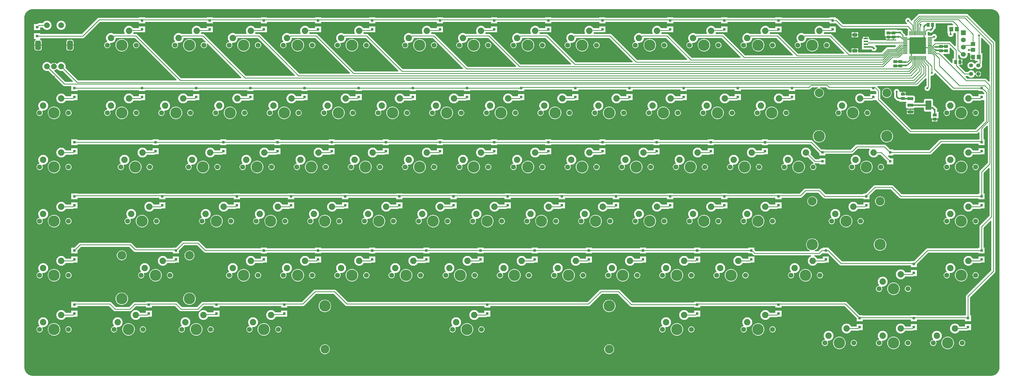
<source format=gbl>
G04*
G04 #@! TF.GenerationSoftware,Altium Limited,Altium Designer,25.6.2 (33)*
G04*
G04 Layer_Physical_Order=4*
G04 Layer_Color=16711680*
%FSLAX44Y44*%
%MOMM*%
G71*
G04*
G04 #@! TF.SameCoordinates,B7A76CE3-19EA-4564-99E6-97BD9BEAA24B*
G04*
G04*
G04 #@! TF.FilePolarity,Positive*
G04*
G01*
G75*
%ADD10C,0.2540*%
%ADD21C,0.5000*%
%ADD22C,2.0000*%
G04:AMPARAMS|DCode=23|XSize=3.3mm|YSize=2mm|CornerRadius=0.5mm|HoleSize=0mm|Usage=FLASHONLY|Rotation=90.000|XOffset=0mm|YOffset=0mm|HoleType=Round|Shape=RoundedRectangle|*
%AMROUNDEDRECTD23*
21,1,3.3000,1.0000,0,0,90.0*
21,1,2.3000,2.0000,0,0,90.0*
1,1,1.0000,0.5000,1.1500*
1,1,1.0000,0.5000,-1.1500*
1,1,1.0000,-0.5000,-1.1500*
1,1,1.0000,-0.5000,1.1500*
%
%ADD23ROUNDEDRECTD23*%
%ADD24C,3.9878*%
%ADD25C,3.0480*%
%ADD26C,2.2500*%
%ADD27C,1.7500*%
G04:AMPARAMS|DCode=28|XSize=1.7mm|YSize=1.7mm|CornerRadius=0.85mm|HoleSize=0mm|Usage=FLASHONLY|Rotation=0.000|XOffset=0mm|YOffset=0mm|HoleType=Round|Shape=RoundedRectangle|*
%AMROUNDEDRECTD28*
21,1,1.7000,0.0000,0,0,0.0*
21,1,0.0000,1.7000,0,0,0.0*
1,1,1.7000,0.0000,0.0000*
1,1,1.7000,0.0000,0.0000*
1,1,1.7000,0.0000,0.0000*
1,1,1.7000,0.0000,0.0000*
%
%ADD28ROUNDEDRECTD28*%
%ADD29R,1.7000X1.7000*%
%ADD32C,0.7000*%
%ADD43R,0.9500X0.9000*%
%ADD44O,1.6500X0.3000*%
%ADD45O,0.3000X1.6500*%
G04:AMPARAMS|DCode=46|XSize=1mm|YSize=2.05mm|CornerRadius=0.05mm|HoleSize=0mm|Usage=FLASHONLY|Rotation=270.000|XOffset=0mm|YOffset=0mm|HoleType=Round|Shape=RoundedRectangle|*
%AMROUNDEDRECTD46*
21,1,1.0000,1.9500,0,0,270.0*
21,1,0.9000,2.0500,0,0,270.0*
1,1,0.1000,-0.9750,-0.4500*
1,1,0.1000,-0.9750,0.4500*
1,1,0.1000,0.9750,0.4500*
1,1,0.1000,0.9750,-0.4500*
%
%ADD46ROUNDEDRECTD46*%
G04:AMPARAMS|DCode=47|XSize=3.25mm|YSize=2.05mm|CornerRadius=0.0513mm|HoleSize=0mm|Usage=FLASHONLY|Rotation=270.000|XOffset=0mm|YOffset=0mm|HoleType=Round|Shape=RoundedRectangle|*
%AMROUNDEDRECTD47*
21,1,3.2500,1.9475,0,0,270.0*
21,1,3.1475,2.0500,0,0,270.0*
1,1,0.1025,-0.9738,-1.5738*
1,1,0.1025,-0.9738,1.5738*
1,1,0.1025,0.9738,1.5738*
1,1,0.1025,0.9738,-1.5738*
%
%ADD47ROUNDEDRECTD47*%
%ADD48R,1.8000X1.2000*%
%ADD49R,1.5500X0.6000*%
%ADD50R,1.5000X1.4000*%
%ADD51R,1.4000X1.5000*%
%ADD52R,1.4000X1.1000*%
%ADD53R,1.1000X1.4000*%
%ADD54C,0.3000*%
%ADD55C,0.1554*%
%ADD56C,1.4000*%
G36*
X3515623Y1459530D02*
X3519274Y1458596D01*
X3522780Y1457214D01*
X3526086Y1455405D01*
X3529141Y1453198D01*
X3531896Y1450626D01*
X3534308Y1447731D01*
X3536340Y1444557D01*
X3537960Y1441155D01*
X3539143Y1437577D01*
X3539675Y1434866D01*
X3539997Y1432024D01*
X3539999Y1431999D01*
X3539999Y1431999D01*
X3540000Y1431999D01*
X3540000Y200000D01*
X3539958Y198046D01*
X3539377Y194180D01*
X3538311Y190418D01*
X3536776Y186823D01*
X3534796Y183452D01*
X3532405Y180359D01*
X3529641Y177595D01*
X3526548Y175203D01*
X3523177Y173224D01*
X3519581Y171689D01*
X3515820Y170623D01*
X3512922Y170188D01*
X3510000Y170000D01*
X3510000Y170000D01*
X140000Y170000D01*
X138034Y170000D01*
X134135Y170513D01*
X130336Y171531D01*
X126703Y173036D01*
X123297Y175002D01*
X120177Y177396D01*
X117396Y180177D01*
X115002Y183297D01*
X113036Y186703D01*
X111531Y190336D01*
X110513Y194135D01*
X110000Y198034D01*
X110000Y200000D01*
Y1434000D01*
X110345Y1436571D01*
X111907Y1441520D01*
X114294Y1446127D01*
X117435Y1450257D01*
X121237Y1453788D01*
X125589Y1456615D01*
X130360Y1458654D01*
X135410Y1459846D01*
X138000Y1460000D01*
X138000Y1460000D01*
X3510000Y1460000D01*
X3511884Y1460000D01*
X3515623Y1459530D01*
D02*
G37*
%LPC*%
G36*
X3258000Y1443333D02*
X3256102Y1443083D01*
X3254333Y1442350D01*
X3252815Y1441185D01*
X3252815Y1441185D01*
X3234067Y1422437D01*
X3232901Y1420918D01*
X3232548Y1420065D01*
X3230857Y1419312D01*
X3230336Y1419191D01*
X3229152Y1419218D01*
X3227500Y1420870D01*
Y1421251D01*
X3226853Y1423667D01*
X3225602Y1425833D01*
X3223833Y1427602D01*
X3221667Y1428853D01*
X3219251Y1429500D01*
X3216749D01*
X3214333Y1428853D01*
X3212167Y1427602D01*
X3210398Y1425833D01*
X3209147Y1423667D01*
X3208500Y1421251D01*
Y1418749D01*
X3209147Y1416333D01*
X3210398Y1414167D01*
X3212167Y1412398D01*
X3214333Y1411147D01*
X3214703Y1411048D01*
X3215020Y1410333D01*
X3213068Y1407333D01*
X2989037D01*
X2970498Y1425872D01*
X2968979Y1427038D01*
X2967210Y1427770D01*
X2965312Y1428020D01*
X2963500D01*
Y1431187D01*
X2942000D01*
Y1430128D01*
X2773000D01*
Y1431187D01*
X2751500D01*
Y1430128D01*
X2582500D01*
Y1431187D01*
X2561000D01*
Y1430128D01*
X2392000D01*
Y1431187D01*
X2370500D01*
Y1430128D01*
X2153875D01*
Y1431187D01*
X2132375D01*
Y1430128D01*
X1963375D01*
Y1431187D01*
X1941875D01*
Y1430128D01*
X1772875D01*
Y1431187D01*
X1751375D01*
Y1430128D01*
X1582375D01*
Y1431187D01*
X1560875D01*
Y1430128D01*
X1344250D01*
Y1431187D01*
X1322750D01*
Y1430128D01*
X1153750D01*
Y1431187D01*
X1132250D01*
Y1430128D01*
X963250D01*
Y1431187D01*
X941750D01*
Y1430128D01*
X772750D01*
Y1431187D01*
X751250D01*
Y1430128D01*
X534625D01*
Y1431187D01*
X513125D01*
Y1430128D01*
X372755D01*
X372755Y1430128D01*
X370857Y1429879D01*
X369088Y1429146D01*
X367570Y1427981D01*
X312297Y1372708D01*
X165531D01*
Y1375875D01*
X144031D01*
Y1354875D01*
X149611D01*
X150207Y1351875D01*
X149510Y1351586D01*
X147935Y1350378D01*
X146726Y1348802D01*
X145967Y1346968D01*
X145707Y1345000D01*
Y1334770D01*
X158313D01*
X170918D01*
Y1345000D01*
X170658Y1346968D01*
X169899Y1348802D01*
X168690Y1350378D01*
X167115Y1351586D01*
X165975Y1352059D01*
X165531Y1354875D01*
Y1355042D01*
X166247Y1358042D01*
X315334D01*
X317232Y1358292D01*
X319000Y1359025D01*
X320519Y1360190D01*
X375792Y1415463D01*
X513125D01*
Y1410188D01*
X534625D01*
Y1415463D01*
X751250D01*
Y1410188D01*
X772750D01*
Y1415463D01*
X941750D01*
Y1410188D01*
X963250D01*
Y1415463D01*
X1132250D01*
Y1410188D01*
X1153750D01*
Y1415463D01*
X1322750D01*
Y1410188D01*
X1344250D01*
Y1415463D01*
X1560875D01*
Y1410188D01*
X1582375D01*
Y1415463D01*
X1751375D01*
Y1410188D01*
X1772875D01*
Y1415463D01*
X1941875D01*
Y1410188D01*
X1963375D01*
Y1415463D01*
X2132375D01*
Y1410188D01*
X2153875D01*
Y1415463D01*
X2370500D01*
Y1410188D01*
X2392000D01*
Y1415463D01*
X2561000D01*
Y1410188D01*
X2582500D01*
Y1415463D01*
X2751500D01*
Y1410188D01*
X2773000D01*
Y1415463D01*
X2942000D01*
Y1410188D01*
X2963500D01*
Y1410188D01*
X2964873Y1410756D01*
X2980815Y1394815D01*
X2982334Y1393650D01*
X2984102Y1392917D01*
X2986000Y1392667D01*
X3213926D01*
X3219142Y1387451D01*
X3219133Y1387301D01*
X3217931Y1385734D01*
X3217175Y1383910D01*
X3216917Y1381952D01*
Y1369854D01*
X3215964Y1367970D01*
X3214080Y1367017D01*
X3207565D01*
Y1368000D01*
X3207307Y1369958D01*
X3206551Y1371782D01*
X3205349Y1373349D01*
X3205349Y1373349D01*
X3199500Y1379198D01*
Y1379251D01*
X3198853Y1381667D01*
X3197602Y1383833D01*
X3195833Y1385602D01*
X3193667Y1386853D01*
X3191251Y1387500D01*
X3188749D01*
X3186333Y1386853D01*
X3185850Y1386573D01*
X3180060D01*
Y1388218D01*
X3136201D01*
Y1365218D01*
X3139661D01*
Y1362988D01*
X3149200D01*
Y1361718D01*
X3150471D01*
Y1353678D01*
X3165790D01*
Y1361718D01*
X3168330D01*
Y1353678D01*
X3176000D01*
Y1350565D01*
X3142632D01*
X3142268Y1350612D01*
X3083500D01*
Y1356000D01*
X3080040D01*
Y1362540D01*
X3071020D01*
Y1357000D01*
X3068480D01*
Y1362540D01*
X3059460D01*
Y1356000D01*
X3056000D01*
Y1338000D01*
Y1328000D01*
Y1318000D01*
X3083500D01*
Y1318427D01*
X3088907D01*
X3089348Y1317987D01*
X3090398Y1316167D01*
X3092167Y1314398D01*
X3094333Y1313147D01*
X3096749Y1312500D01*
X3099251D01*
X3101667Y1313147D01*
X3103833Y1314398D01*
X3105602Y1316167D01*
X3106853Y1318333D01*
X3107500Y1320749D01*
Y1323251D01*
X3106853Y1325667D01*
X3105602Y1327833D01*
X3103833Y1329602D01*
X3102472Y1330388D01*
X3103276Y1333388D01*
X3140479D01*
X3140844Y1333340D01*
X3174209D01*
X3175357Y1330568D01*
X3171362Y1326573D01*
X3147240D01*
X3145342Y1326323D01*
X3143574Y1325590D01*
X3142055Y1324425D01*
X3142055Y1324425D01*
X3125503Y1307873D01*
X3042540D01*
Y1312730D01*
X3031000D01*
X3019460D01*
Y1307873D01*
X3012497D01*
X2949185Y1371185D01*
X2947666Y1372350D01*
X2945898Y1373083D01*
X2944000Y1373333D01*
X2923313D01*
X2921898Y1375979D01*
X2921999Y1376129D01*
X2923033Y1378625D01*
X2949520D01*
X2949997Y1378687D01*
X2963500D01*
Y1399688D01*
X2942000D01*
Y1393290D01*
X2921452D01*
X2920111Y1395296D01*
X2917709Y1397699D01*
X2914883Y1399587D01*
X2911744Y1400887D01*
X2908412Y1401550D01*
X2905013D01*
X2901681Y1400887D01*
X2898542Y1399587D01*
X2895716Y1397699D01*
X2893314Y1395296D01*
X2891426Y1392471D01*
X2890125Y1389332D01*
X2889463Y1385999D01*
Y1382601D01*
X2890125Y1379268D01*
X2891426Y1376129D01*
X2891526Y1375979D01*
X2890112Y1373333D01*
X2854680D01*
X2852994Y1373111D01*
X2851383Y1374187D01*
X2848244Y1375487D01*
X2844911Y1376150D01*
X2841513D01*
X2838181Y1375487D01*
X2835042Y1374187D01*
X2832216Y1372299D01*
X2829814Y1369896D01*
X2827926Y1367071D01*
X2826625Y1363932D01*
X2825963Y1360599D01*
Y1357201D01*
X2826625Y1353868D01*
X2827926Y1350729D01*
X2829814Y1347904D01*
X2830450Y1347267D01*
X2829276Y1344199D01*
X2828518Y1344158D01*
X2825828Y1343278D01*
X2823456Y1341733D01*
X2821566Y1339626D01*
X2820285Y1337102D01*
X2819702Y1334332D01*
X2819855Y1331505D01*
X2820734Y1328815D01*
X2822280Y1326444D01*
X2824387Y1324554D01*
X2826911Y1323273D01*
X2829680Y1322689D01*
X2832507Y1322842D01*
X2835197Y1323722D01*
X2837569Y1325267D01*
X2839459Y1327374D01*
X2840740Y1329898D01*
X2841323Y1332668D01*
X2841170Y1335495D01*
X2840291Y1338185D01*
X2839804Y1338931D01*
X2841356Y1341399D01*
X2841613Y1341650D01*
X2844911D01*
X2848244Y1342313D01*
X2851383Y1343613D01*
X2854209Y1345501D01*
X2856611Y1347904D01*
X2858499Y1350729D01*
X2859799Y1353868D01*
X2860463Y1357201D01*
Y1358667D01*
X2940963D01*
X2993526Y1306104D01*
X2992378Y1303333D01*
X2831037D01*
X2763185Y1371185D01*
X2761666Y1372350D01*
X2759898Y1373083D01*
X2758000Y1373333D01*
X2732813D01*
X2731399Y1375979D01*
X2731499Y1376129D01*
X2732533Y1378625D01*
X2759020D01*
X2759497Y1378687D01*
X2773000D01*
Y1399688D01*
X2751500D01*
Y1393290D01*
X2730952D01*
X2729612Y1395296D01*
X2727209Y1397699D01*
X2724384Y1399587D01*
X2721244Y1400887D01*
X2717911Y1401550D01*
X2714514D01*
X2711181Y1400887D01*
X2708042Y1399587D01*
X2705216Y1397699D01*
X2702814Y1395296D01*
X2700926Y1392471D01*
X2699626Y1389332D01*
X2698962Y1385999D01*
Y1382601D01*
X2699626Y1379268D01*
X2700926Y1376129D01*
X2701026Y1375979D01*
X2699612Y1373333D01*
X2664180D01*
X2662494Y1373111D01*
X2660883Y1374187D01*
X2657744Y1375487D01*
X2654412Y1376150D01*
X2651013D01*
X2647681Y1375487D01*
X2644542Y1374187D01*
X2641716Y1372299D01*
X2639314Y1369896D01*
X2637426Y1367071D01*
X2636125Y1363932D01*
X2635463Y1360599D01*
Y1357201D01*
X2636125Y1353868D01*
X2637426Y1350729D01*
X2639314Y1347904D01*
X2639951Y1347267D01*
X2638776Y1344199D01*
X2638018Y1344158D01*
X2635327Y1343278D01*
X2632957Y1341733D01*
X2631066Y1339626D01*
X2629785Y1337102D01*
X2629202Y1334332D01*
X2629355Y1331505D01*
X2630234Y1328815D01*
X2631780Y1326444D01*
X2633887Y1324554D01*
X2636411Y1323273D01*
X2639181Y1322689D01*
X2642007Y1322842D01*
X2644697Y1323722D01*
X2647068Y1325267D01*
X2648959Y1327374D01*
X2650240Y1329898D01*
X2650823Y1332668D01*
X2650670Y1335495D01*
X2649791Y1338185D01*
X2649305Y1338931D01*
X2650856Y1341399D01*
X2651113Y1341650D01*
X2654412D01*
X2657744Y1342313D01*
X2660883Y1343613D01*
X2663709Y1345501D01*
X2666111Y1347904D01*
X2667999Y1350729D01*
X2669300Y1353868D01*
X2669962Y1357201D01*
Y1358667D01*
X2754963D01*
X2813526Y1300104D01*
X2812378Y1297333D01*
X2645037D01*
X2571185Y1371185D01*
X2569666Y1372350D01*
X2567898Y1373083D01*
X2566000Y1373333D01*
X2542313D01*
X2540899Y1375979D01*
X2540999Y1376129D01*
X2542033Y1378625D01*
X2568520D01*
X2568997Y1378687D01*
X2582500D01*
Y1399688D01*
X2561000D01*
Y1393290D01*
X2540452D01*
X2539111Y1395296D01*
X2536709Y1397699D01*
X2533883Y1399587D01*
X2530744Y1400887D01*
X2527411Y1401550D01*
X2524014D01*
X2520681Y1400887D01*
X2517542Y1399587D01*
X2514716Y1397699D01*
X2512314Y1395296D01*
X2510426Y1392471D01*
X2509125Y1389332D01*
X2508463Y1385999D01*
Y1382601D01*
X2509125Y1379268D01*
X2510426Y1376129D01*
X2510526Y1375979D01*
X2509112Y1373333D01*
X2473680D01*
X2471994Y1373111D01*
X2470383Y1374187D01*
X2467244Y1375487D01*
X2463911Y1376150D01*
X2460513D01*
X2457181Y1375487D01*
X2454042Y1374187D01*
X2451216Y1372299D01*
X2448814Y1369896D01*
X2446926Y1367071D01*
X2445625Y1363932D01*
X2444962Y1360599D01*
Y1357201D01*
X2445625Y1353868D01*
X2446926Y1350729D01*
X2448814Y1347904D01*
X2449451Y1347267D01*
X2448276Y1344199D01*
X2447518Y1344158D01*
X2444828Y1343278D01*
X2442456Y1341733D01*
X2440566Y1339626D01*
X2439285Y1337102D01*
X2438702Y1334332D01*
X2438855Y1331505D01*
X2439734Y1328815D01*
X2441280Y1326444D01*
X2443387Y1324554D01*
X2445911Y1323273D01*
X2448681Y1322689D01*
X2451507Y1322842D01*
X2454197Y1323722D01*
X2456569Y1325267D01*
X2458459Y1327374D01*
X2459740Y1329898D01*
X2460323Y1332668D01*
X2460170Y1335495D01*
X2459291Y1338185D01*
X2458804Y1338931D01*
X2460356Y1341399D01*
X2460613Y1341650D01*
X2463911D01*
X2467244Y1342313D01*
X2470383Y1343613D01*
X2473209Y1345501D01*
X2475611Y1347904D01*
X2477499Y1350729D01*
X2478800Y1353868D01*
X2479462Y1357201D01*
Y1358667D01*
X2562963D01*
X2629525Y1292104D01*
X2628377Y1289333D01*
X2457037D01*
X2375185Y1371185D01*
X2373666Y1372350D01*
X2371898Y1373083D01*
X2370000Y1373333D01*
X2351813D01*
X2350399Y1375979D01*
X2350499Y1376129D01*
X2351533Y1378625D01*
X2378020D01*
X2378497Y1378687D01*
X2392000D01*
Y1399688D01*
X2370500D01*
Y1393290D01*
X2349952D01*
X2348611Y1395296D01*
X2346209Y1397699D01*
X2343383Y1399587D01*
X2340244Y1400887D01*
X2336911Y1401550D01*
X2333513D01*
X2330181Y1400887D01*
X2327042Y1399587D01*
X2324216Y1397699D01*
X2321814Y1395296D01*
X2319926Y1392471D01*
X2318625Y1389332D01*
X2317962Y1385999D01*
Y1382601D01*
X2318625Y1379268D01*
X2319926Y1376129D01*
X2320026Y1375979D01*
X2318612Y1373333D01*
X2284214D01*
X2284214Y1373333D01*
X2282316Y1373083D01*
X2281834Y1372883D01*
X2279883Y1374187D01*
X2276744Y1375487D01*
X2273412Y1376150D01*
X2270013D01*
X2266681Y1375487D01*
X2263542Y1374187D01*
X2260716Y1372299D01*
X2258314Y1369896D01*
X2256426Y1367071D01*
X2255125Y1363932D01*
X2254462Y1360599D01*
Y1357201D01*
X2255125Y1353868D01*
X2256426Y1350729D01*
X2258314Y1347904D01*
X2258951Y1347267D01*
X2257776Y1344199D01*
X2257018Y1344158D01*
X2254328Y1343278D01*
X2251956Y1341733D01*
X2250066Y1339626D01*
X2248785Y1337102D01*
X2248202Y1334332D01*
X2248355Y1331505D01*
X2249234Y1328815D01*
X2250780Y1326444D01*
X2252887Y1324554D01*
X2255411Y1323273D01*
X2258181Y1322689D01*
X2261007Y1322842D01*
X2263697Y1323722D01*
X2266069Y1325267D01*
X2267959Y1327374D01*
X2269240Y1329898D01*
X2269823Y1332668D01*
X2269670Y1335495D01*
X2268791Y1338185D01*
X2268304Y1338931D01*
X2269856Y1341399D01*
X2270113Y1341650D01*
X2273412D01*
X2276744Y1342313D01*
X2279883Y1343613D01*
X2282709Y1345501D01*
X2285111Y1347904D01*
X2286999Y1350729D01*
X2288300Y1353868D01*
X2288963Y1357201D01*
Y1358667D01*
X2366963D01*
X2441526Y1284104D01*
X2440378Y1281333D01*
X2265037D01*
X2175185Y1371185D01*
X2173666Y1372350D01*
X2171898Y1373083D01*
X2170000Y1373333D01*
X2113688D01*
X2112274Y1375979D01*
X2112374Y1376129D01*
X2113408Y1378625D01*
X2139895D01*
X2140372Y1378687D01*
X2153875D01*
Y1399688D01*
X2132375D01*
Y1393290D01*
X2111827D01*
X2110486Y1395296D01*
X2108084Y1397699D01*
X2105258Y1399587D01*
X2102119Y1400887D01*
X2098786Y1401550D01*
X2095388D01*
X2092056Y1400887D01*
X2088917Y1399587D01*
X2086091Y1397699D01*
X2083689Y1395296D01*
X2081801Y1392471D01*
X2080500Y1389332D01*
X2079837Y1385999D01*
Y1382601D01*
X2080500Y1379268D01*
X2081801Y1376129D01*
X2081901Y1375979D01*
X2080487Y1373333D01*
X2045056D01*
X2045055Y1373333D01*
X2043369Y1373111D01*
X2041758Y1374187D01*
X2038619Y1375487D01*
X2035287Y1376150D01*
X2031888D01*
X2028556Y1375487D01*
X2025417Y1374187D01*
X2022591Y1372299D01*
X2020189Y1369896D01*
X2018301Y1367071D01*
X2017000Y1363932D01*
X2016337Y1360599D01*
Y1357201D01*
X2017000Y1353868D01*
X2018301Y1350729D01*
X2020189Y1347904D01*
X2020826Y1347267D01*
X2019651Y1344199D01*
X2018893Y1344158D01*
X2016203Y1343278D01*
X2013831Y1341733D01*
X2011941Y1339626D01*
X2010660Y1337102D01*
X2010077Y1334332D01*
X2010230Y1331505D01*
X2011109Y1328815D01*
X2012655Y1326444D01*
X2014762Y1324554D01*
X2017286Y1323273D01*
X2020056Y1322689D01*
X2022882Y1322842D01*
X2025572Y1323722D01*
X2027944Y1325267D01*
X2029834Y1327374D01*
X2031115Y1329898D01*
X2031698Y1332668D01*
X2031545Y1335495D01*
X2030666Y1338185D01*
X2030179Y1338931D01*
X2031731Y1341399D01*
X2031988Y1341650D01*
X2035287D01*
X2038619Y1342313D01*
X2041758Y1343613D01*
X2044584Y1345501D01*
X2046986Y1347904D01*
X2048874Y1350729D01*
X2050175Y1353868D01*
X2050838Y1357201D01*
Y1358667D01*
X2166963D01*
X2249526Y1276104D01*
X2248378Y1273333D01*
X2049037D01*
X1951185Y1371185D01*
X1949666Y1372350D01*
X1947898Y1373083D01*
X1946000Y1373333D01*
X1923188D01*
X1921774Y1375979D01*
X1921874Y1376129D01*
X1922908Y1378625D01*
X1951504D01*
X1951981Y1378687D01*
X1963375D01*
Y1399688D01*
X1941875D01*
Y1393290D01*
X1921327D01*
X1919986Y1395296D01*
X1917584Y1397699D01*
X1914758Y1399587D01*
X1911619Y1400887D01*
X1908286Y1401550D01*
X1904888D01*
X1901556Y1400887D01*
X1898417Y1399587D01*
X1895591Y1397699D01*
X1893189Y1395296D01*
X1891301Y1392471D01*
X1890000Y1389332D01*
X1889337Y1385999D01*
Y1382601D01*
X1890000Y1379268D01*
X1891301Y1376129D01*
X1891401Y1375979D01*
X1889987Y1373333D01*
X1855589D01*
X1855589Y1373333D01*
X1853691Y1373083D01*
X1853209Y1372883D01*
X1851258Y1374187D01*
X1848119Y1375487D01*
X1844787Y1376150D01*
X1841389D01*
X1838056Y1375487D01*
X1834917Y1374187D01*
X1832091Y1372299D01*
X1829689Y1369896D01*
X1827801Y1367071D01*
X1826500Y1363932D01*
X1825838Y1360599D01*
Y1357201D01*
X1826500Y1353868D01*
X1827801Y1350729D01*
X1829689Y1347904D01*
X1830325Y1347267D01*
X1829151Y1344199D01*
X1828393Y1344158D01*
X1825703Y1343278D01*
X1823331Y1341733D01*
X1821441Y1339626D01*
X1820160Y1337102D01*
X1819577Y1334332D01*
X1819730Y1331505D01*
X1820609Y1328815D01*
X1822155Y1326444D01*
X1824262Y1324554D01*
X1826786Y1323273D01*
X1829556Y1322689D01*
X1832382Y1322842D01*
X1835072Y1323722D01*
X1837444Y1325267D01*
X1839334Y1327374D01*
X1840615Y1329898D01*
X1841198Y1332668D01*
X1841045Y1335495D01*
X1840166Y1338185D01*
X1839679Y1338931D01*
X1841231Y1341399D01*
X1841488Y1341650D01*
X1844787D01*
X1848119Y1342313D01*
X1851258Y1343613D01*
X1854084Y1345501D01*
X1856486Y1347904D01*
X1858374Y1350729D01*
X1859675Y1353868D01*
X1860338Y1357201D01*
Y1358667D01*
X1942963D01*
X2033526Y1268104D01*
X2032377Y1265333D01*
X1855037D01*
X1749185Y1371185D01*
X1747666Y1372350D01*
X1745898Y1373083D01*
X1744000Y1373333D01*
X1732688D01*
X1731274Y1375979D01*
X1731374Y1376129D01*
X1732408Y1378625D01*
X1761004D01*
X1761481Y1378687D01*
X1772875D01*
Y1399688D01*
X1751375D01*
Y1393290D01*
X1730827D01*
X1729486Y1395296D01*
X1727084Y1397699D01*
X1724258Y1399587D01*
X1721119Y1400887D01*
X1717787Y1401550D01*
X1714388D01*
X1711056Y1400887D01*
X1707917Y1399587D01*
X1705091Y1397699D01*
X1702689Y1395296D01*
X1700801Y1392471D01*
X1699500Y1389332D01*
X1698837Y1385999D01*
Y1382601D01*
X1699500Y1379268D01*
X1700801Y1376129D01*
X1700901Y1375979D01*
X1699487Y1373333D01*
X1664055D01*
X1662369Y1373111D01*
X1660758Y1374187D01*
X1657619Y1375487D01*
X1654286Y1376150D01*
X1650889D01*
X1647556Y1375487D01*
X1644417Y1374187D01*
X1641591Y1372299D01*
X1639189Y1369896D01*
X1637301Y1367071D01*
X1636000Y1363932D01*
X1635338Y1360599D01*
Y1357201D01*
X1636000Y1353868D01*
X1637301Y1350729D01*
X1639189Y1347904D01*
X1639825Y1347267D01*
X1638651Y1344199D01*
X1637893Y1344158D01*
X1635203Y1343278D01*
X1632831Y1341733D01*
X1630941Y1339626D01*
X1629660Y1337102D01*
X1629077Y1334332D01*
X1629230Y1331505D01*
X1630109Y1328815D01*
X1631655Y1326444D01*
X1633762Y1324554D01*
X1636286Y1323273D01*
X1639056Y1322689D01*
X1641882Y1322842D01*
X1644572Y1323722D01*
X1646944Y1325267D01*
X1648834Y1327374D01*
X1650115Y1329898D01*
X1650698Y1332668D01*
X1650545Y1335495D01*
X1649666Y1338185D01*
X1649179Y1338931D01*
X1650731Y1341399D01*
X1650988Y1341650D01*
X1654286D01*
X1657619Y1342313D01*
X1660758Y1343613D01*
X1663584Y1345501D01*
X1665986Y1347904D01*
X1667874Y1350729D01*
X1669175Y1353868D01*
X1669837Y1357201D01*
Y1358667D01*
X1740963D01*
X1839526Y1260104D01*
X1838378Y1257333D01*
X1669037D01*
X1639185Y1287185D01*
X1639185Y1287185D01*
X1555185Y1371185D01*
X1553666Y1372350D01*
X1551898Y1373083D01*
X1550000Y1373333D01*
X1542188D01*
X1540774Y1375979D01*
X1540874Y1376129D01*
X1541908Y1378625D01*
X1568395D01*
X1568872Y1378687D01*
X1582375D01*
Y1399688D01*
X1560875D01*
Y1393290D01*
X1540327D01*
X1538986Y1395296D01*
X1536584Y1397699D01*
X1533758Y1399587D01*
X1530619Y1400887D01*
X1527287Y1401550D01*
X1523889D01*
X1520556Y1400887D01*
X1517417Y1399587D01*
X1514591Y1397699D01*
X1512189Y1395296D01*
X1510301Y1392471D01*
X1509000Y1389332D01*
X1508338Y1385999D01*
Y1382601D01*
X1509000Y1379268D01*
X1510301Y1376129D01*
X1510401Y1375979D01*
X1508987Y1373333D01*
X1473555D01*
X1471869Y1373111D01*
X1470258Y1374187D01*
X1467119Y1375487D01*
X1463786Y1376150D01*
X1460388D01*
X1457056Y1375487D01*
X1453917Y1374187D01*
X1451091Y1372299D01*
X1448689Y1369896D01*
X1446801Y1367071D01*
X1445500Y1363932D01*
X1444837Y1360599D01*
Y1357201D01*
X1445500Y1353868D01*
X1446801Y1350729D01*
X1448689Y1347904D01*
X1449326Y1347267D01*
X1448151Y1344199D01*
X1447393Y1344158D01*
X1444703Y1343278D01*
X1442331Y1341733D01*
X1440441Y1339626D01*
X1439160Y1337102D01*
X1438577Y1334332D01*
X1438730Y1331505D01*
X1439609Y1328815D01*
X1441155Y1326444D01*
X1443262Y1324554D01*
X1445786Y1323273D01*
X1448556Y1322689D01*
X1451382Y1322842D01*
X1454072Y1323722D01*
X1456444Y1325267D01*
X1458334Y1327374D01*
X1459615Y1329898D01*
X1460198Y1332668D01*
X1460045Y1335495D01*
X1459166Y1338185D01*
X1458679Y1338931D01*
X1460231Y1341399D01*
X1460488Y1341650D01*
X1463786D01*
X1467119Y1342313D01*
X1470258Y1343613D01*
X1473084Y1345501D01*
X1475486Y1347904D01*
X1477374Y1350729D01*
X1478675Y1353868D01*
X1479337Y1357201D01*
Y1358667D01*
X1546963D01*
X1628815Y1276815D01*
X1628815Y1276815D01*
X1653526Y1252104D01*
X1652377Y1249333D01*
X1441037D01*
X1423185Y1267185D01*
X1319185Y1371185D01*
X1317666Y1372350D01*
X1315898Y1373083D01*
X1314000Y1373333D01*
X1304063D01*
X1302649Y1375979D01*
X1302749Y1376129D01*
X1303783Y1378625D01*
X1330270D01*
X1330747Y1378687D01*
X1344250D01*
Y1399688D01*
X1322750D01*
Y1393290D01*
X1302202D01*
X1300861Y1395296D01*
X1298459Y1397699D01*
X1295633Y1399587D01*
X1292494Y1400887D01*
X1289162Y1401550D01*
X1285764D01*
X1282431Y1400887D01*
X1279292Y1399587D01*
X1276466Y1397699D01*
X1274064Y1395296D01*
X1272176Y1392471D01*
X1270875Y1389332D01*
X1270212Y1385999D01*
Y1382601D01*
X1270875Y1379268D01*
X1272176Y1376129D01*
X1272276Y1375979D01*
X1270862Y1373333D01*
X1235430D01*
X1233744Y1373111D01*
X1232133Y1374187D01*
X1228994Y1375487D01*
X1225661Y1376150D01*
X1222263D01*
X1218931Y1375487D01*
X1215792Y1374187D01*
X1212966Y1372299D01*
X1210564Y1369896D01*
X1208676Y1367071D01*
X1207375Y1363932D01*
X1206712Y1360599D01*
Y1357201D01*
X1207375Y1353868D01*
X1208676Y1350729D01*
X1210564Y1347904D01*
X1211200Y1347267D01*
X1210026Y1344199D01*
X1209268Y1344158D01*
X1206578Y1343278D01*
X1204206Y1341733D01*
X1202316Y1339626D01*
X1201035Y1337102D01*
X1200452Y1334332D01*
X1200605Y1331505D01*
X1201484Y1328815D01*
X1203030Y1326444D01*
X1205137Y1324554D01*
X1207661Y1323273D01*
X1210431Y1322689D01*
X1213257Y1322842D01*
X1215947Y1323722D01*
X1218319Y1325267D01*
X1220209Y1327374D01*
X1221490Y1329898D01*
X1222073Y1332668D01*
X1221920Y1335495D01*
X1221041Y1338185D01*
X1220554Y1338931D01*
X1222106Y1341399D01*
X1222363Y1341650D01*
X1225661D01*
X1228994Y1342313D01*
X1232133Y1343613D01*
X1234959Y1345501D01*
X1237361Y1347904D01*
X1239249Y1350729D01*
X1240550Y1353868D01*
X1241212Y1357201D01*
Y1358667D01*
X1310963D01*
X1412815Y1256815D01*
X1425526Y1244104D01*
X1424377Y1241333D01*
X1271037D01*
X1227185Y1285185D01*
X1227185Y1285185D01*
X1141185Y1371185D01*
X1139666Y1372350D01*
X1137898Y1373083D01*
X1136000Y1373333D01*
X1113563D01*
X1112149Y1375979D01*
X1112249Y1376129D01*
X1113283Y1378625D01*
X1139770D01*
X1140247Y1378687D01*
X1153750D01*
Y1399688D01*
X1132250D01*
Y1393290D01*
X1111702D01*
X1110361Y1395296D01*
X1107959Y1397699D01*
X1105133Y1399587D01*
X1101994Y1400887D01*
X1098661Y1401550D01*
X1095264D01*
X1091931Y1400887D01*
X1088792Y1399587D01*
X1085966Y1397699D01*
X1083564Y1395296D01*
X1081676Y1392471D01*
X1080375Y1389332D01*
X1079713Y1385999D01*
Y1382601D01*
X1080375Y1379268D01*
X1081676Y1376129D01*
X1081776Y1375979D01*
X1080362Y1373333D01*
X1045964D01*
X1044066Y1373083D01*
X1043584Y1372883D01*
X1041633Y1374187D01*
X1038494Y1375487D01*
X1035162Y1376150D01*
X1031764D01*
X1028431Y1375487D01*
X1025292Y1374187D01*
X1022466Y1372299D01*
X1020064Y1369896D01*
X1018176Y1367071D01*
X1016875Y1363932D01*
X1016212Y1360599D01*
Y1357201D01*
X1016875Y1353868D01*
X1018176Y1350729D01*
X1020064Y1347904D01*
X1020701Y1347267D01*
X1019526Y1344199D01*
X1018768Y1344158D01*
X1016078Y1343278D01*
X1013706Y1341733D01*
X1011816Y1339626D01*
X1010535Y1337102D01*
X1009952Y1334332D01*
X1010105Y1331505D01*
X1010984Y1328815D01*
X1012530Y1326444D01*
X1014637Y1324554D01*
X1017161Y1323273D01*
X1019931Y1322689D01*
X1022757Y1322842D01*
X1025447Y1323722D01*
X1027819Y1325267D01*
X1029709Y1327374D01*
X1030990Y1329898D01*
X1031573Y1332668D01*
X1031420Y1335495D01*
X1030541Y1338185D01*
X1030054Y1338931D01*
X1031606Y1341399D01*
X1031863Y1341650D01*
X1035162D01*
X1038494Y1342313D01*
X1041633Y1343613D01*
X1044459Y1345501D01*
X1046861Y1347904D01*
X1048749Y1350729D01*
X1050050Y1353868D01*
X1050713Y1357201D01*
Y1358667D01*
X1132963D01*
X1216815Y1274815D01*
X1216815Y1274815D01*
X1255526Y1236104D01*
X1254378Y1233333D01*
X1077037D01*
X1033185Y1277185D01*
X1033185Y1277185D01*
X939185Y1371185D01*
X937666Y1372350D01*
X935898Y1373083D01*
X934000Y1373333D01*
X923063D01*
X921649Y1375979D01*
X921749Y1376129D01*
X922783Y1378625D01*
X949270D01*
X949747Y1378687D01*
X963250D01*
Y1399688D01*
X941750D01*
Y1393290D01*
X921202D01*
X919861Y1395296D01*
X917459Y1397699D01*
X914633Y1399587D01*
X911494Y1400887D01*
X908161Y1401550D01*
X904763D01*
X901431Y1400887D01*
X898292Y1399587D01*
X895466Y1397699D01*
X893064Y1395296D01*
X891176Y1392471D01*
X889875Y1389332D01*
X889212Y1385999D01*
Y1382601D01*
X889875Y1379268D01*
X891176Y1376129D01*
X891276Y1375979D01*
X889862Y1373333D01*
X854430D01*
X852744Y1373111D01*
X851133Y1374187D01*
X847994Y1375487D01*
X844661Y1376150D01*
X841264D01*
X837931Y1375487D01*
X834792Y1374187D01*
X831966Y1372299D01*
X829564Y1369896D01*
X827676Y1367071D01*
X826375Y1363932D01*
X825713Y1360599D01*
Y1357201D01*
X826375Y1353868D01*
X827676Y1350729D01*
X829564Y1347904D01*
X830201Y1347267D01*
X829026Y1344199D01*
X828268Y1344158D01*
X825578Y1343278D01*
X823206Y1341733D01*
X821316Y1339626D01*
X820035Y1337102D01*
X819452Y1334332D01*
X819605Y1331505D01*
X820484Y1328815D01*
X822030Y1326444D01*
X824137Y1324554D01*
X826661Y1323273D01*
X829431Y1322689D01*
X832257Y1322842D01*
X834947Y1323722D01*
X837319Y1325267D01*
X839209Y1327374D01*
X840490Y1329898D01*
X841073Y1332668D01*
X840920Y1335495D01*
X840041Y1338185D01*
X839554Y1338931D01*
X841106Y1341399D01*
X841363Y1341650D01*
X844661D01*
X847994Y1342313D01*
X851133Y1343613D01*
X853959Y1345501D01*
X856361Y1347904D01*
X858249Y1350729D01*
X859550Y1353868D01*
X860212Y1357201D01*
Y1358667D01*
X930963D01*
X1022815Y1266815D01*
X1022815Y1266815D01*
X1061526Y1228104D01*
X1060378Y1225333D01*
X889037D01*
X839185Y1275185D01*
X839185Y1275185D01*
X743185Y1371185D01*
X741666Y1372350D01*
X739898Y1373083D01*
X738000Y1373333D01*
X732563D01*
X731149Y1375979D01*
X731249Y1376129D01*
X732283Y1378625D01*
X758770D01*
X759247Y1378687D01*
X772750D01*
Y1399688D01*
X751250D01*
Y1393290D01*
X730702D01*
X729361Y1395296D01*
X726959Y1397699D01*
X724133Y1399587D01*
X720994Y1400887D01*
X717662Y1401550D01*
X714264D01*
X710931Y1400887D01*
X707792Y1399587D01*
X704966Y1397699D01*
X702564Y1395296D01*
X700676Y1392471D01*
X699375Y1389332D01*
X698712Y1385999D01*
Y1382601D01*
X699375Y1379268D01*
X700676Y1376129D01*
X700776Y1375979D01*
X699362Y1373333D01*
X664964D01*
X663066Y1373083D01*
X662584Y1372883D01*
X660633Y1374187D01*
X657494Y1375487D01*
X654162Y1376150D01*
X650763D01*
X647431Y1375487D01*
X644292Y1374187D01*
X641466Y1372299D01*
X639064Y1369896D01*
X637176Y1367071D01*
X635875Y1363932D01*
X635213Y1360599D01*
Y1357201D01*
X635875Y1353868D01*
X637176Y1350729D01*
X639064Y1347904D01*
X639701Y1347267D01*
X638526Y1344199D01*
X637768Y1344158D01*
X635078Y1343278D01*
X632706Y1341733D01*
X630816Y1339626D01*
X629535Y1337102D01*
X628952Y1334332D01*
X629105Y1331505D01*
X629984Y1328815D01*
X631530Y1326444D01*
X633637Y1324554D01*
X636161Y1323273D01*
X638931Y1322689D01*
X641757Y1322842D01*
X644447Y1323722D01*
X646819Y1325267D01*
X648709Y1327374D01*
X649990Y1329898D01*
X650573Y1332668D01*
X650420Y1335495D01*
X649541Y1338185D01*
X649054Y1338931D01*
X650606Y1341399D01*
X650863Y1341650D01*
X654162D01*
X657494Y1342313D01*
X660633Y1343613D01*
X663459Y1345501D01*
X665861Y1347904D01*
X667749Y1350729D01*
X669050Y1353868D01*
X669713Y1357201D01*
Y1358667D01*
X734963D01*
X748160Y1345470D01*
X746377Y1343010D01*
X744964Y1343727D01*
X742194Y1344311D01*
X739368Y1344158D01*
X736678Y1343278D01*
X734306Y1341733D01*
X732416Y1339626D01*
X731135Y1337102D01*
X730552Y1334332D01*
X730705Y1331505D01*
X731584Y1328815D01*
X733130Y1326444D01*
X735237Y1324554D01*
X737761Y1323273D01*
X740531Y1322689D01*
X743357Y1322842D01*
X746047Y1323722D01*
X748419Y1325267D01*
X750309Y1327374D01*
X751590Y1329898D01*
X752173Y1332668D01*
X752020Y1335495D01*
X751141Y1338185D01*
X751026Y1338362D01*
X753368Y1340262D01*
X828815Y1264815D01*
X828815Y1264815D01*
X873526Y1220104D01*
X872378Y1217333D01*
X661037D01*
X627185Y1251185D01*
X627185Y1251185D01*
X507185Y1371185D01*
X505666Y1372350D01*
X503898Y1373083D01*
X502000Y1373333D01*
X494438D01*
X493024Y1375979D01*
X493124Y1376129D01*
X494158Y1378625D01*
X520645D01*
X521122Y1378687D01*
X534625D01*
Y1399688D01*
X513125D01*
Y1393290D01*
X492577D01*
X491236Y1395296D01*
X488834Y1397699D01*
X486008Y1399587D01*
X482869Y1400887D01*
X479537Y1401550D01*
X476138D01*
X472806Y1400887D01*
X469667Y1399587D01*
X466841Y1397699D01*
X464439Y1395296D01*
X462551Y1392471D01*
X461250Y1389332D01*
X460588Y1385999D01*
Y1382601D01*
X461250Y1379268D01*
X462551Y1376129D01*
X462651Y1375979D01*
X461237Y1373333D01*
X425805D01*
X424119Y1373111D01*
X422508Y1374187D01*
X419369Y1375487D01*
X416036Y1376150D01*
X412639D01*
X409306Y1375487D01*
X406167Y1374187D01*
X403341Y1372299D01*
X400939Y1369896D01*
X399051Y1367071D01*
X397750Y1363932D01*
X397088Y1360599D01*
Y1357201D01*
X397750Y1353868D01*
X399051Y1350729D01*
X400939Y1347904D01*
X401576Y1347267D01*
X400401Y1344199D01*
X399643Y1344158D01*
X396953Y1343278D01*
X394581Y1341733D01*
X392691Y1339626D01*
X391410Y1337102D01*
X390827Y1334332D01*
X390980Y1331505D01*
X391859Y1328815D01*
X393405Y1326444D01*
X395512Y1324554D01*
X398036Y1323273D01*
X400806Y1322689D01*
X403632Y1322842D01*
X406322Y1323722D01*
X408694Y1325267D01*
X410584Y1327374D01*
X411865Y1329898D01*
X412448Y1332668D01*
X412295Y1335495D01*
X411416Y1338185D01*
X410929Y1338931D01*
X412481Y1341399D01*
X412738Y1341650D01*
X416036D01*
X419369Y1342313D01*
X422508Y1343613D01*
X425334Y1345501D01*
X427736Y1347904D01*
X429624Y1350729D01*
X430925Y1353868D01*
X431587Y1357201D01*
Y1358667D01*
X498963D01*
X616815Y1240815D01*
X616815Y1240815D01*
X645526Y1212104D01*
X644378Y1209333D01*
X298850D01*
X254596Y1253587D01*
X254698Y1253833D01*
X255312Y1256924D01*
Y1260076D01*
X254698Y1263167D01*
X253491Y1266079D01*
X251740Y1268699D01*
X249512Y1270928D01*
X246891Y1272679D01*
X243979Y1273885D01*
X240888Y1274500D01*
X237737D01*
X234646Y1273885D01*
X231734Y1272679D01*
X229113Y1270928D01*
X226884Y1268699D01*
X226531Y1268170D01*
X222704Y1267843D01*
X222012Y1268534D01*
X219153Y1270185D01*
X215963Y1271040D01*
X215583D01*
Y1258500D01*
X213043D01*
Y1271040D01*
X212662D01*
X209472Y1270185D01*
X206613Y1268534D01*
X205921Y1267843D01*
X202094Y1268170D01*
X201740Y1268699D01*
X199512Y1270928D01*
X196891Y1272679D01*
X193979Y1273885D01*
X190888Y1274500D01*
X187737D01*
X184646Y1273885D01*
X181734Y1272679D01*
X179113Y1270928D01*
X176884Y1268699D01*
X175133Y1266079D01*
X173927Y1263167D01*
X173312Y1260076D01*
Y1256924D01*
X173927Y1253833D01*
X175133Y1250921D01*
X176884Y1248301D01*
X179113Y1246072D01*
X181734Y1244321D01*
X184646Y1243115D01*
X187737Y1242500D01*
X190888D01*
X193979Y1243115D01*
X194226Y1243217D01*
X245707Y1191735D01*
X247226Y1190570D01*
X248995Y1189837D01*
X250893Y1189587D01*
X275000D01*
Y1172063D01*
X296500D01*
Y1175230D01*
X513125D01*
Y1172063D01*
X534625D01*
Y1175230D01*
X703625D01*
Y1172063D01*
X725125D01*
Y1175230D01*
X894125D01*
Y1172063D01*
X915625D01*
Y1175230D01*
X1084625D01*
Y1172063D01*
X1106125D01*
Y1175230D01*
X1275125D01*
Y1172063D01*
X1296625D01*
Y1175230D01*
X1465625D01*
Y1172063D01*
X1487125D01*
Y1175230D01*
X1656125D01*
Y1172063D01*
X1677625D01*
Y1175230D01*
X1846625D01*
Y1172063D01*
X1868125D01*
Y1177338D01*
X2037125D01*
Y1172063D01*
X2058625D01*
Y1177338D01*
X2227625D01*
Y1172063D01*
X2249125D01*
Y1177338D01*
X2418125D01*
Y1172063D01*
X2439625D01*
Y1177338D01*
X2608625D01*
Y1172063D01*
X2630125D01*
Y1177338D01*
X2799125D01*
Y1172063D01*
X2820625D01*
Y1177338D01*
X2869404D01*
X2871302Y1177588D01*
X2873070Y1178321D01*
X2874589Y1179486D01*
X2880150Y1185047D01*
X2901031D01*
X2901327Y1182047D01*
X2900096Y1181803D01*
X2896959Y1180503D01*
X2894135Y1178616D01*
X2891734Y1176215D01*
X2889847Y1173391D01*
X2888547Y1170254D01*
X2887885Y1166923D01*
Y1163527D01*
X2888547Y1160196D01*
X2889847Y1157059D01*
X2891734Y1154235D01*
X2894135Y1151834D01*
X2896959Y1149947D01*
X2900096Y1148648D01*
X2903427Y1147985D01*
X2906823D01*
X2910154Y1148648D01*
X2913291Y1149947D01*
X2916115Y1151834D01*
X2918516Y1154235D01*
X2920403Y1157059D01*
X2921703Y1160196D01*
X2922365Y1163527D01*
Y1166923D01*
X2921703Y1170254D01*
X2920403Y1173391D01*
X2918516Y1176215D01*
X2916115Y1178616D01*
X2913291Y1180503D01*
X2910154Y1181803D01*
X2908923Y1182047D01*
X2909218Y1185047D01*
X2930095D01*
X2935656Y1179486D01*
X2935656Y1179486D01*
X2937175Y1178321D01*
X2938943Y1177588D01*
X2940841Y1177338D01*
X2940841Y1177338D01*
X3084875D01*
Y1172063D01*
X3103814D01*
X3106149Y1169727D01*
Y1161562D01*
X3084875D01*
Y1153333D01*
X3065294D01*
X3064874Y1154346D01*
X3062986Y1157171D01*
X3060584Y1159574D01*
X3057758Y1161462D01*
X3054619Y1162762D01*
X3051287Y1163425D01*
X3047888D01*
X3044556Y1162762D01*
X3041417Y1161462D01*
X3038591Y1159574D01*
X3036189Y1157171D01*
X3034301Y1154346D01*
X3033000Y1151207D01*
X3032338Y1147874D01*
Y1144476D01*
X3033000Y1141143D01*
X3034301Y1138004D01*
X3036189Y1135179D01*
X3038591Y1132776D01*
X3041417Y1130888D01*
X3044556Y1129588D01*
X3047888Y1128925D01*
X3051287D01*
X3054619Y1129588D01*
X3057758Y1130888D01*
X3060584Y1132776D01*
X3062986Y1135179D01*
X3064874Y1138004D01*
X3065149Y1138667D01*
X3090562D01*
X3092460Y1138917D01*
X3094229Y1139650D01*
X3095418Y1140563D01*
X3106375D01*
X3107131Y1139333D01*
X3108297Y1137814D01*
X3221406Y1024705D01*
X3222925Y1023539D01*
X3224693Y1022807D01*
X3226591Y1022557D01*
X3226591Y1022557D01*
X3458763D01*
X3460661Y1022807D01*
X3462429Y1023539D01*
X3463948Y1024705D01*
X3466521Y1027278D01*
X3469292Y1026130D01*
Y1002562D01*
X3465875D01*
Y1001504D01*
X3333567D01*
X3333566Y1001504D01*
X3331668Y1001254D01*
X3329900Y1000521D01*
X3328381Y999356D01*
X3292702Y963677D01*
X3165906D01*
Y966844D01*
X3154776D01*
X3140123Y981497D01*
X3138605Y982662D01*
X3136836Y983395D01*
X3134938Y983644D01*
X3038054D01*
X3038053Y983644D01*
X3036155Y983395D01*
X3034387Y982662D01*
X3032868Y981497D01*
X3017157Y965785D01*
X2927781D01*
Y966844D01*
X2913054D01*
X2882650Y997247D01*
X2881132Y998413D01*
X2879363Y999145D01*
X2877466Y999395D01*
X2725375D01*
Y1002562D01*
X2703875D01*
Y999395D01*
X2534875D01*
Y1002562D01*
X2513375D01*
Y999395D01*
X2344375D01*
Y1002562D01*
X2322875D01*
Y999395D01*
X2153875D01*
Y1002562D01*
X2132375D01*
Y999395D01*
X1963375D01*
Y1002562D01*
X1941875D01*
Y999395D01*
X1772875D01*
Y1002562D01*
X1751375D01*
Y999395D01*
X1582375D01*
Y1002562D01*
X1560875D01*
Y999395D01*
X1391875D01*
Y1002562D01*
X1370375D01*
Y999395D01*
X1201375D01*
Y1002562D01*
X1179875D01*
Y999395D01*
X1010875D01*
Y1002562D01*
X989375D01*
Y999395D01*
X820375D01*
Y1002562D01*
X798875D01*
Y999395D01*
X582249D01*
Y1002562D01*
X560750D01*
Y999394D01*
X296500D01*
Y1002562D01*
X275000D01*
Y981562D01*
X296500D01*
Y984729D01*
X560750D01*
Y981562D01*
X582249D01*
Y984730D01*
X798875D01*
Y981562D01*
X820375D01*
Y984730D01*
X989375D01*
Y981562D01*
X1010875D01*
Y984730D01*
X1179875D01*
Y981562D01*
X1201375D01*
Y984730D01*
X1370375D01*
Y981562D01*
X1391875D01*
Y984730D01*
X1560875D01*
Y981562D01*
X1582375D01*
Y984730D01*
X1751375D01*
Y981562D01*
X1772875D01*
Y984730D01*
X1941875D01*
Y981562D01*
X1963375D01*
Y984730D01*
X2132375D01*
Y981562D01*
X2153875D01*
Y984730D01*
X2322875D01*
Y981562D01*
X2344375D01*
Y984730D01*
X2513375D01*
Y981562D01*
X2534875D01*
Y984730D01*
X2703875D01*
Y981562D01*
X2711693D01*
X2712725Y981135D01*
X2714623Y980885D01*
X2716521Y981135D01*
X2717552Y981562D01*
X2725375D01*
Y984730D01*
X2874428D01*
X2905891Y953267D01*
X2905891Y953267D01*
X2906281Y952968D01*
Y945844D01*
X2927781D01*
Y951120D01*
X3020194D01*
X3022092Y951369D01*
X3023860Y952102D01*
X3025379Y953267D01*
X3041091Y968979D01*
X3082278D01*
X3083351Y965979D01*
X3081926Y963846D01*
X3080625Y960707D01*
X3079962Y957374D01*
Y953976D01*
X3080625Y950643D01*
X3081926Y947504D01*
X3083813Y944679D01*
X3086216Y942276D01*
X3089042Y940388D01*
X3092181Y939088D01*
X3095514Y938425D01*
X3098911D01*
X3102244Y939088D01*
X3105383Y940388D01*
X3108209Y942276D01*
X3110611Y944679D01*
X3112499Y947504D01*
X3112846Y948342D01*
X3121038D01*
X3144406Y924974D01*
Y914344D01*
X3165906D01*
Y935344D01*
X3154776D01*
X3147276Y942844D01*
X3148519Y945844D01*
X3165906D01*
Y949011D01*
X3295739D01*
X3297637Y949261D01*
X3299405Y949993D01*
X3300924Y951159D01*
X3336604Y986838D01*
X3465875D01*
Y981562D01*
X3487375D01*
Y1002562D01*
X3483958D01*
Y1038294D01*
X3495896Y1050232D01*
X3498667Y1049084D01*
Y919037D01*
X3471440Y891810D01*
X3470275Y890291D01*
X3469542Y888523D01*
X3469292Y886625D01*
Y812063D01*
X3465875D01*
Y808895D01*
X3196018D01*
X3166292Y838622D01*
X3164773Y839787D01*
X3163004Y840520D01*
X3161107Y840770D01*
X3101576D01*
X3099678Y840520D01*
X3097909Y839787D01*
X3096390Y838622D01*
X3069831Y812063D01*
X3061063D01*
Y808895D01*
X2928128D01*
X2910308Y826716D01*
X2908789Y827881D01*
X2907020Y828613D01*
X2905123Y828863D01*
X2857498D01*
X2857498Y828863D01*
X2855600Y828613D01*
X2853831Y827881D01*
X2852313Y826716D01*
X2836601Y811004D01*
X2773000D01*
Y812063D01*
X2751500D01*
Y811004D01*
X2582500Y811004D01*
Y812063D01*
X2561000D01*
Y811004D01*
X2392000D01*
Y812063D01*
X2370500D01*
Y811004D01*
X2201500D01*
Y812063D01*
X2180000D01*
Y811004D01*
X2011000D01*
Y812063D01*
X1989500D01*
Y811004D01*
X1820500D01*
Y812063D01*
X1799000D01*
Y811004D01*
X1630000D01*
Y812063D01*
X1608500D01*
Y811004D01*
X1439500D01*
Y812063D01*
X1418000D01*
Y811004D01*
X1249000D01*
Y812063D01*
X1227500D01*
Y811004D01*
X1058500D01*
Y812063D01*
X1037000D01*
Y811004D01*
X868000D01*
Y812063D01*
X846500D01*
Y811004D01*
X606063D01*
Y812063D01*
X584562D01*
Y811004D01*
X296500D01*
Y812063D01*
X275000D01*
Y791062D01*
X296500D01*
Y796339D01*
X584562D01*
Y791062D01*
X606063D01*
Y796339D01*
X846500D01*
Y791062D01*
X868000D01*
Y796339D01*
X1037000D01*
Y791062D01*
X1058500D01*
Y796339D01*
X1227500D01*
Y791062D01*
X1249000D01*
Y796339D01*
X1418000D01*
Y791062D01*
X1439500D01*
Y796339D01*
X1608500D01*
Y791062D01*
X1630000D01*
Y796339D01*
X1799000D01*
Y791062D01*
X1820500D01*
Y796339D01*
X1989500D01*
Y791062D01*
X2011000D01*
Y796339D01*
X2180000D01*
Y791062D01*
X2201500D01*
Y796339D01*
X2370500D01*
Y791062D01*
X2392000D01*
Y796339D01*
X2561000D01*
Y791062D01*
X2582500D01*
Y796339D01*
X2751500Y796339D01*
Y791062D01*
X2773000D01*
Y796339D01*
X2839638D01*
X2841536Y796588D01*
X2843305Y797321D01*
X2844823Y798486D01*
X2860535Y814198D01*
X2902085D01*
X2919905Y796378D01*
X2919906Y796377D01*
X2921424Y795212D01*
X2923193Y794480D01*
X2925091Y794230D01*
X2925091Y794230D01*
X3061063D01*
Y791062D01*
X3082563D01*
Y804054D01*
X3104613Y826104D01*
X3158069D01*
X3187796Y796378D01*
X3187796Y796377D01*
X3189315Y795212D01*
X3191083Y794480D01*
X3192981Y794230D01*
X3192981Y794230D01*
X3465875D01*
Y791062D01*
X3487375D01*
Y812063D01*
X3483958D01*
Y883588D01*
X3501896Y901526D01*
X3504667Y900378D01*
Y733037D01*
X3471440Y699810D01*
X3470275Y698291D01*
X3469542Y696523D01*
X3469292Y694625D01*
Y621562D01*
X3465875D01*
Y618395D01*
X3286375D01*
X3286375Y618395D01*
X3284477Y618145D01*
X3282709Y617413D01*
X3281190Y616247D01*
X3281190Y616247D01*
X3238880Y573937D01*
X3227750D01*
Y572879D01*
X2985491D01*
X2942122Y616247D01*
X2940604Y617413D01*
X2939688Y617792D01*
Y621562D01*
X2918188D01*
Y618395D01*
X2914920D01*
X2913022Y618145D01*
X2911254Y617413D01*
X2909735Y616247D01*
X2902085Y608598D01*
X2890406D01*
X2889809Y611598D01*
X2891704Y612383D01*
X2895298Y614784D01*
X2898354Y617840D01*
X2900755Y621433D01*
X2902408Y625426D01*
X2903252Y629664D01*
Y633986D01*
X2902408Y638224D01*
X2900755Y642217D01*
X2898354Y645810D01*
X2895298Y648866D01*
X2891704Y651267D01*
X2887712Y652921D01*
X2883473Y653764D01*
X2879152D01*
X2874913Y652921D01*
X2870920Y651267D01*
X2867327Y648866D01*
X2864272Y645810D01*
X2861870Y642217D01*
X2860217Y638224D01*
X2859373Y633986D01*
Y629664D01*
X2860217Y625426D01*
X2861870Y621433D01*
X2864272Y617840D01*
X2867327Y614784D01*
X2870920Y612383D01*
X2872816Y611598D01*
X2872219Y608598D01*
X2681941D01*
X2677750Y612789D01*
Y621562D01*
X2656250D01*
Y618395D01*
X2487250D01*
Y621562D01*
X2465750D01*
Y618395D01*
X2296750D01*
Y621562D01*
X2275250D01*
Y618395D01*
X2106250D01*
Y621562D01*
X2084750D01*
Y618395D01*
X1915750D01*
Y621562D01*
X1894250D01*
Y618395D01*
X1725250D01*
Y621562D01*
X1703750D01*
Y618395D01*
X1534750D01*
Y621562D01*
X1513250D01*
Y618395D01*
X1344250D01*
Y621562D01*
X1322750D01*
Y618395D01*
X1153750D01*
Y621562D01*
X1132250D01*
Y618395D01*
X963250D01*
Y621562D01*
X941750D01*
Y618395D01*
X749286D01*
X725512Y642169D01*
X723994Y643334D01*
X722225Y644067D01*
X720328Y644317D01*
X669109D01*
X669109Y644317D01*
X667211Y644067D01*
X665443Y643334D01*
X663924Y642169D01*
X643317Y621562D01*
X632188D01*
Y620504D01*
X503099D01*
X487388Y636216D01*
X485869Y637381D01*
X484101Y638114D01*
X482203Y638363D01*
X305968D01*
X304070Y638114D01*
X302302Y637381D01*
X300783Y636216D01*
X300783Y636216D01*
X286130Y621562D01*
X275000D01*
Y600563D01*
X296500D01*
Y611193D01*
X309006Y623698D01*
X479165D01*
X494877Y607986D01*
X494877Y607986D01*
X496396Y606821D01*
X498164Y606088D01*
X500062Y605839D01*
X632188D01*
Y600563D01*
X653688D01*
Y611193D01*
X672146Y629651D01*
X717290D01*
X741064Y605878D01*
X741064Y605877D01*
X742582Y604712D01*
X744351Y603980D01*
X746249Y603730D01*
X941750D01*
Y600563D01*
X949570D01*
X950601Y600135D01*
X952499Y599885D01*
X954397Y600135D01*
X955428Y600563D01*
X963250D01*
Y603730D01*
X1132250D01*
Y600563D01*
X1153750D01*
Y603730D01*
X1322750D01*
Y600563D01*
X1330570D01*
X1331601Y600135D01*
X1333499Y599885D01*
X1335397Y600135D01*
X1336428Y600563D01*
X1344250D01*
Y603730D01*
X1513250D01*
Y600563D01*
X1534750D01*
Y603730D01*
X1703750D01*
Y600563D01*
X1725250D01*
Y603730D01*
X1894250D01*
Y600563D01*
X1915750D01*
Y603730D01*
X2084750D01*
Y600563D01*
X2106250D01*
Y603730D01*
X2275250D01*
Y600563D01*
X2296750D01*
Y603730D01*
X2465750D01*
Y600563D01*
X2487250D01*
Y603730D01*
X2656250D01*
Y600563D01*
X2669236D01*
X2673719Y596080D01*
X2673719Y596080D01*
X2675238Y594915D01*
X2677006Y594182D01*
X2678904Y593932D01*
X2876476D01*
X2877072Y590932D01*
X2874729Y589962D01*
X2871904Y588074D01*
X2869501Y585671D01*
X2867613Y582846D01*
X2866313Y579707D01*
X2865650Y576374D01*
Y572976D01*
X2866313Y569643D01*
X2867613Y566504D01*
X2869501Y563679D01*
X2871904Y561276D01*
X2874729Y559388D01*
X2877868Y558088D01*
X2881201Y557425D01*
X2884599D01*
X2887932Y558088D01*
X2891071Y559388D01*
X2893896Y561276D01*
X2896299Y563679D01*
X2898187Y566504D01*
X2898534Y567342D01*
X2923800D01*
X2925698Y567592D01*
X2927466Y568325D01*
X2928428Y569062D01*
X2939688D01*
Y590062D01*
X2918188D01*
Y582008D01*
X2898534D01*
X2898187Y582846D01*
X2896299Y585671D01*
X2893896Y588074D01*
X2891071Y589962D01*
X2888727Y590932D01*
X2889324Y593932D01*
X2905123D01*
X2907020Y594182D01*
X2908789Y594915D01*
X2910308Y596080D01*
X2915187Y600960D01*
X2918188Y600563D01*
Y600563D01*
X2937067D01*
X2977269Y560361D01*
X2978787Y559196D01*
X2980556Y558464D01*
X2982454Y558214D01*
X3227750D01*
Y552938D01*
X3249250D01*
Y563568D01*
X3289412Y603730D01*
X3465875D01*
Y600563D01*
X3487375D01*
Y621562D01*
X3483958D01*
Y691588D01*
X3508190Y715819D01*
X3510961Y714671D01*
Y541331D01*
X3423812Y454182D01*
X3422647Y452663D01*
X3421914Y450895D01*
X3421664Y448997D01*
Y383438D01*
X3418250D01*
Y382379D01*
X3249250D01*
Y383438D01*
X3227750D01*
Y382379D01*
X3058750D01*
Y383438D01*
X3047620D01*
X3003201Y427856D01*
X3001682Y429022D01*
X2999914Y429754D01*
X2998016Y430004D01*
X2773000D01*
Y431063D01*
X2751500D01*
Y430004D01*
X2487250D01*
Y431063D01*
X2465750D01*
Y427895D01*
X2248475D01*
X2205185Y471185D01*
X2203666Y472350D01*
X2201898Y473083D01*
X2200000Y473333D01*
X2138000D01*
X2138000Y473333D01*
X2136102Y473083D01*
X2134334Y472350D01*
X2132815Y471185D01*
X2132815Y471185D01*
X2091634Y430004D01*
X1749062D01*
Y431063D01*
X1727563D01*
Y430004D01*
X1247239D01*
X1206059Y471185D01*
X1204540Y472350D01*
X1202772Y473083D01*
X1200874Y473333D01*
X1132750D01*
X1132749Y473333D01*
X1130852Y473083D01*
X1129083Y472350D01*
X1127564Y471185D01*
X1127564Y471185D01*
X1086384Y430004D01*
X1034688D01*
Y431063D01*
X1013187D01*
Y430004D01*
X796562D01*
Y431063D01*
X775062D01*
Y430004D01*
X738187D01*
X736289Y429754D01*
X734520Y429022D01*
X733002Y427856D01*
X733002Y427856D01*
X717290Y412145D01*
X663834D01*
X648122Y427856D01*
X646603Y429022D01*
X644835Y429754D01*
X642937Y430004D01*
X558438D01*
Y431063D01*
X536937D01*
Y429333D01*
X498705D01*
X498705Y429333D01*
X496808Y429083D01*
X495039Y428350D01*
X493520Y427185D01*
X493520Y427185D01*
X478480Y412145D01*
X431662D01*
X415950Y427856D01*
X414432Y429022D01*
X412663Y429754D01*
X410765Y430004D01*
X296500D01*
Y431063D01*
X275000D01*
Y410062D01*
X296500D01*
Y415339D01*
X407728D01*
X423439Y399627D01*
X423440Y399627D01*
X424958Y398462D01*
X426727Y397729D01*
X428625Y397479D01*
X481517D01*
X483415Y397729D01*
X485184Y398462D01*
X486702Y399627D01*
X501743Y414667D01*
X536937D01*
Y410062D01*
X558438D01*
Y415339D01*
X639900D01*
X655611Y399627D01*
X655611Y399627D01*
X657130Y398462D01*
X658898Y397729D01*
X660796Y397479D01*
X720328D01*
X722225Y397729D01*
X723994Y398462D01*
X725513Y399627D01*
X741224Y415339D01*
X775062D01*
Y410062D01*
X796562D01*
Y415339D01*
X1013187D01*
Y410062D01*
X1034688D01*
Y415339D01*
X1089421D01*
X1091319Y415589D01*
X1093087Y416321D01*
X1094606Y417486D01*
X1135787Y458667D01*
X1197836D01*
X1239017Y417487D01*
X1239017Y417486D01*
X1240536Y416321D01*
X1242304Y415589D01*
X1244202Y415339D01*
X1244202Y415339D01*
X1727563D01*
Y410062D01*
X1749062D01*
Y415339D01*
X2094671D01*
X2096569Y415589D01*
X2098338Y416321D01*
X2099857Y417486D01*
X2141037Y458667D01*
X2196963D01*
X2240252Y415378D01*
X2240253Y415378D01*
X2241771Y414212D01*
X2243540Y413480D01*
X2245437Y413230D01*
X2245438Y413230D01*
X2465750D01*
Y410062D01*
X2487250D01*
Y415339D01*
X2751500D01*
Y410062D01*
X2773000D01*
Y415339D01*
X2994979D01*
X3037250Y373068D01*
Y362438D01*
X3058750D01*
Y367714D01*
X3227750D01*
Y362438D01*
X3249250D01*
Y367714D01*
X3418250D01*
Y362438D01*
X3439750D01*
Y383438D01*
X3436330D01*
Y445960D01*
X3523479Y533109D01*
X3523479Y533109D01*
X3524644Y534628D01*
X3525377Y536396D01*
X3525627Y538294D01*
X3525627Y538294D01*
Y1341706D01*
X3525627Y1341706D01*
X3525377Y1343604D01*
X3524644Y1345372D01*
X3523479Y1346891D01*
X3429185Y1441185D01*
X3427666Y1442350D01*
X3425898Y1443083D01*
X3424000Y1443333D01*
X3258000D01*
X3258000Y1443333D01*
D02*
G37*
G36*
X240888Y1419500D02*
X237737D01*
X234646Y1418885D01*
X231734Y1417679D01*
X229113Y1415928D01*
X226884Y1413699D01*
X225133Y1411079D01*
X223927Y1408167D01*
X223312Y1405076D01*
Y1401924D01*
X223927Y1398833D01*
X225133Y1395921D01*
X226884Y1393301D01*
X229113Y1391072D01*
X231734Y1389321D01*
X234646Y1388115D01*
X237737Y1387500D01*
X240888D01*
X243979Y1388115D01*
X246891Y1389321D01*
X249512Y1391072D01*
X251740Y1393301D01*
X253491Y1395921D01*
X254698Y1398833D01*
X255312Y1401924D01*
Y1405076D01*
X254698Y1408167D01*
X253491Y1411079D01*
X251740Y1413699D01*
X249512Y1415928D01*
X246891Y1417679D01*
X243979Y1418885D01*
X240888Y1419500D01*
D02*
G37*
G36*
X190888D02*
X187737D01*
X184646Y1418885D01*
X181734Y1417679D01*
X179113Y1415928D01*
X176884Y1413699D01*
X175133Y1411079D01*
X175032Y1410833D01*
X161656D01*
X159758Y1410583D01*
X157990Y1409850D01*
X156471Y1408685D01*
X156471Y1408685D01*
X155161Y1407375D01*
X144031D01*
Y1386375D01*
X165531D01*
Y1396167D01*
X175032D01*
X175133Y1395921D01*
X176884Y1393301D01*
X179113Y1391072D01*
X181734Y1389321D01*
X184646Y1388115D01*
X187737Y1387500D01*
X190888D01*
X193979Y1388115D01*
X196891Y1389321D01*
X199512Y1391072D01*
X201740Y1393301D01*
X203491Y1395921D01*
X204698Y1398833D01*
X205312Y1401924D01*
Y1405076D01*
X204698Y1408167D01*
X203491Y1411079D01*
X201740Y1413699D01*
X199512Y1415928D01*
X196891Y1417679D01*
X193979Y1418885D01*
X190888Y1419500D01*
D02*
G37*
G36*
X3042540Y1378540D02*
X3032270D01*
Y1371270D01*
X3042540D01*
Y1378540D01*
D02*
G37*
G36*
X3029730D02*
X3019460D01*
Y1371270D01*
X3029730D01*
Y1378540D01*
D02*
G37*
G36*
X3042540Y1368730D02*
X3032270D01*
Y1361460D01*
X3042540D01*
Y1368730D01*
D02*
G37*
G36*
X3029730D02*
X3019460D01*
Y1361460D01*
X3029730D01*
Y1368730D01*
D02*
G37*
G36*
X3147931Y1360448D02*
X3139661D01*
Y1353678D01*
X3147931D01*
Y1360448D01*
D02*
G37*
G36*
X275312Y1352605D02*
X271583D01*
Y1334770D01*
X282918D01*
Y1345000D01*
X282658Y1346968D01*
X281899Y1348802D01*
X280690Y1350378D01*
X279115Y1351586D01*
X277281Y1352346D01*
X275312Y1352605D01*
D02*
G37*
G36*
X269042D02*
X265312D01*
X263344Y1352346D01*
X261510Y1351586D01*
X259935Y1350378D01*
X258726Y1348802D01*
X257966Y1346968D01*
X257707Y1345000D01*
Y1334770D01*
X269042D01*
Y1352605D01*
D02*
G37*
G36*
X2932944Y1344311D02*
X2930118Y1344158D01*
X2927428Y1343278D01*
X2925056Y1341733D01*
X2923166Y1339626D01*
X2921885Y1337102D01*
X2921302Y1334332D01*
X2921455Y1331505D01*
X2922334Y1328815D01*
X2923880Y1326444D01*
X2925987Y1324554D01*
X2928511Y1323273D01*
X2931281Y1322689D01*
X2934107Y1322842D01*
X2936797Y1323722D01*
X2939169Y1325267D01*
X2941059Y1327374D01*
X2942339Y1329898D01*
X2942923Y1332668D01*
X2942770Y1335495D01*
X2941891Y1338185D01*
X2940345Y1340556D01*
X2938239Y1342446D01*
X2935714Y1343727D01*
X2932944Y1344311D01*
D02*
G37*
G36*
X2742444D02*
X2739618Y1344158D01*
X2736927Y1343278D01*
X2734556Y1341733D01*
X2732666Y1339626D01*
X2731385Y1337102D01*
X2730802Y1334332D01*
X2730955Y1331505D01*
X2731834Y1328815D01*
X2733380Y1326444D01*
X2735486Y1324554D01*
X2738011Y1323273D01*
X2740781Y1322689D01*
X2743607Y1322842D01*
X2746297Y1323722D01*
X2748669Y1325267D01*
X2750559Y1327374D01*
X2751840Y1329898D01*
X2752423Y1332668D01*
X2752270Y1335495D01*
X2751391Y1338185D01*
X2749845Y1340556D01*
X2747738Y1342446D01*
X2745214Y1343727D01*
X2742444Y1344311D01*
D02*
G37*
G36*
X2551944D02*
X2549118Y1344158D01*
X2546428Y1343278D01*
X2544056Y1341733D01*
X2542166Y1339626D01*
X2540885Y1337102D01*
X2540302Y1334332D01*
X2540455Y1331505D01*
X2541334Y1328815D01*
X2542880Y1326444D01*
X2544987Y1324554D01*
X2547511Y1323273D01*
X2550281Y1322689D01*
X2553107Y1322842D01*
X2555797Y1323722D01*
X2558169Y1325267D01*
X2560059Y1327374D01*
X2561340Y1329898D01*
X2561923Y1332668D01*
X2561770Y1335495D01*
X2560891Y1338185D01*
X2559345Y1340556D01*
X2557238Y1342446D01*
X2554714Y1343727D01*
X2551944Y1344311D01*
D02*
G37*
G36*
X2361444D02*
X2358618Y1344158D01*
X2355928Y1343278D01*
X2353556Y1341733D01*
X2351666Y1339626D01*
X2350385Y1337102D01*
X2349802Y1334332D01*
X2349955Y1331505D01*
X2350834Y1328815D01*
X2352380Y1326444D01*
X2354487Y1324554D01*
X2357011Y1323273D01*
X2359781Y1322689D01*
X2362607Y1322842D01*
X2365297Y1323722D01*
X2367669Y1325267D01*
X2369559Y1327374D01*
X2370840Y1329898D01*
X2371423Y1332668D01*
X2371270Y1335495D01*
X2370391Y1338185D01*
X2368845Y1340556D01*
X2366738Y1342446D01*
X2364214Y1343727D01*
X2361444Y1344311D01*
D02*
G37*
G36*
X2123319D02*
X2120493Y1344158D01*
X2117803Y1343278D01*
X2115431Y1341733D01*
X2113541Y1339626D01*
X2112260Y1337102D01*
X2111677Y1334332D01*
X2111830Y1331505D01*
X2112709Y1328815D01*
X2114255Y1326444D01*
X2116362Y1324554D01*
X2118886Y1323273D01*
X2121656Y1322689D01*
X2124482Y1322842D01*
X2127172Y1323722D01*
X2129544Y1325267D01*
X2131434Y1327374D01*
X2132715Y1329898D01*
X2133298Y1332668D01*
X2133145Y1335495D01*
X2132266Y1338185D01*
X2130720Y1340556D01*
X2128613Y1342446D01*
X2126089Y1343727D01*
X2123319Y1344311D01*
D02*
G37*
G36*
X1932819D02*
X1929993Y1344158D01*
X1927303Y1343278D01*
X1924931Y1341733D01*
X1923041Y1339626D01*
X1921760Y1337102D01*
X1921177Y1334332D01*
X1921330Y1331505D01*
X1922209Y1328815D01*
X1923755Y1326444D01*
X1925862Y1324554D01*
X1928386Y1323273D01*
X1931156Y1322689D01*
X1933982Y1322842D01*
X1936672Y1323722D01*
X1939044Y1325267D01*
X1940934Y1327374D01*
X1942215Y1329898D01*
X1942798Y1332668D01*
X1942645Y1335495D01*
X1941766Y1338185D01*
X1940220Y1340556D01*
X1938113Y1342446D01*
X1935589Y1343727D01*
X1932819Y1344311D01*
D02*
G37*
G36*
X1742319D02*
X1739493Y1344158D01*
X1736803Y1343278D01*
X1734431Y1341733D01*
X1732541Y1339626D01*
X1731260Y1337102D01*
X1730677Y1334332D01*
X1730830Y1331505D01*
X1731709Y1328815D01*
X1733255Y1326444D01*
X1735362Y1324554D01*
X1737886Y1323273D01*
X1740656Y1322689D01*
X1743482Y1322842D01*
X1746172Y1323722D01*
X1748544Y1325267D01*
X1750434Y1327374D01*
X1751715Y1329898D01*
X1752298Y1332668D01*
X1752145Y1335495D01*
X1751266Y1338185D01*
X1749720Y1340556D01*
X1747613Y1342446D01*
X1745089Y1343727D01*
X1742319Y1344311D01*
D02*
G37*
G36*
X1551819D02*
X1548993Y1344158D01*
X1546303Y1343278D01*
X1543931Y1341733D01*
X1542041Y1339626D01*
X1540760Y1337102D01*
X1540177Y1334332D01*
X1540330Y1331505D01*
X1541209Y1328815D01*
X1542755Y1326444D01*
X1544862Y1324554D01*
X1547386Y1323273D01*
X1550156Y1322689D01*
X1552982Y1322842D01*
X1555672Y1323722D01*
X1558044Y1325267D01*
X1559934Y1327374D01*
X1561215Y1329898D01*
X1561798Y1332668D01*
X1561645Y1335495D01*
X1560766Y1338185D01*
X1559220Y1340556D01*
X1557113Y1342446D01*
X1554589Y1343727D01*
X1551819Y1344311D01*
D02*
G37*
G36*
X1313694D02*
X1310868Y1344158D01*
X1308178Y1343278D01*
X1305806Y1341733D01*
X1303916Y1339626D01*
X1302635Y1337102D01*
X1302052Y1334332D01*
X1302205Y1331505D01*
X1303084Y1328815D01*
X1304630Y1326444D01*
X1306737Y1324554D01*
X1309261Y1323273D01*
X1312031Y1322689D01*
X1314857Y1322842D01*
X1317547Y1323722D01*
X1319919Y1325267D01*
X1321809Y1327374D01*
X1323090Y1329898D01*
X1323673Y1332668D01*
X1323520Y1335495D01*
X1322641Y1338185D01*
X1321095Y1340556D01*
X1318988Y1342446D01*
X1316464Y1343727D01*
X1313694Y1344311D01*
D02*
G37*
G36*
X1123194D02*
X1120368Y1344158D01*
X1117678Y1343278D01*
X1115306Y1341733D01*
X1113416Y1339626D01*
X1112135Y1337102D01*
X1111552Y1334332D01*
X1111705Y1331505D01*
X1112584Y1328815D01*
X1114130Y1326444D01*
X1116237Y1324554D01*
X1118761Y1323273D01*
X1121531Y1322689D01*
X1124357Y1322842D01*
X1127047Y1323722D01*
X1129419Y1325267D01*
X1131309Y1327374D01*
X1132590Y1329898D01*
X1133173Y1332668D01*
X1133020Y1335495D01*
X1132141Y1338185D01*
X1130595Y1340556D01*
X1128488Y1342446D01*
X1125964Y1343727D01*
X1123194Y1344311D01*
D02*
G37*
G36*
X932694D02*
X929868Y1344158D01*
X927178Y1343278D01*
X924806Y1341733D01*
X922916Y1339626D01*
X921635Y1337102D01*
X921052Y1334332D01*
X921205Y1331505D01*
X922084Y1328815D01*
X923630Y1326444D01*
X925737Y1324554D01*
X928261Y1323273D01*
X931031Y1322689D01*
X933857Y1322842D01*
X936547Y1323722D01*
X938919Y1325267D01*
X940809Y1327374D01*
X942090Y1329898D01*
X942673Y1332668D01*
X942520Y1335495D01*
X941641Y1338185D01*
X940095Y1340556D01*
X937988Y1342446D01*
X935464Y1343727D01*
X932694Y1344311D01*
D02*
G37*
G36*
X504069D02*
X501243Y1344158D01*
X498553Y1343278D01*
X496181Y1341733D01*
X494291Y1339626D01*
X493010Y1337102D01*
X492427Y1334332D01*
X492580Y1331505D01*
X493459Y1328815D01*
X495005Y1326444D01*
X497112Y1324554D01*
X499636Y1323273D01*
X502406Y1322689D01*
X505232Y1322842D01*
X507922Y1323722D01*
X510294Y1325267D01*
X512184Y1327374D01*
X513465Y1329898D01*
X514048Y1332668D01*
X513895Y1335495D01*
X513016Y1338185D01*
X511470Y1340556D01*
X509363Y1342446D01*
X506839Y1343727D01*
X504069Y1344311D01*
D02*
G37*
G36*
X3042540Y1322540D02*
X3032270D01*
Y1315270D01*
X3042540D01*
Y1322540D01*
D02*
G37*
G36*
X3029730D02*
X3019460D01*
Y1315270D01*
X3029730D01*
Y1322540D01*
D02*
G37*
G36*
X282918Y1332230D02*
X271583D01*
Y1314395D01*
X275312D01*
X277281Y1314654D01*
X279115Y1315414D01*
X280690Y1316622D01*
X281899Y1318197D01*
X282658Y1320032D01*
X282918Y1322000D01*
Y1332230D01*
D02*
G37*
G36*
X269042D02*
X257707D01*
Y1322000D01*
X257966Y1320032D01*
X258726Y1318197D01*
X259935Y1316622D01*
X261510Y1315414D01*
X263344Y1314654D01*
X265312Y1314395D01*
X269042D01*
Y1332230D01*
D02*
G37*
G36*
X170918D02*
X159583D01*
Y1314395D01*
X163312D01*
X165281Y1314654D01*
X167115Y1315414D01*
X168690Y1316622D01*
X169899Y1318197D01*
X170658Y1320032D01*
X170918Y1322000D01*
Y1332230D01*
D02*
G37*
G36*
X157043D02*
X145707D01*
Y1322000D01*
X145967Y1320032D01*
X146726Y1318197D01*
X147935Y1316622D01*
X149510Y1315414D01*
X151344Y1314654D01*
X153313Y1314395D01*
X157043D01*
Y1332230D01*
D02*
G37*
G36*
X2883473Y1355439D02*
X2879152D01*
X2874913Y1354596D01*
X2870920Y1352942D01*
X2867327Y1350541D01*
X2864272Y1347485D01*
X2861870Y1343892D01*
X2860217Y1339899D01*
X2859373Y1335661D01*
Y1331339D01*
X2860217Y1327101D01*
X2861870Y1323108D01*
X2864272Y1319515D01*
X2867327Y1316459D01*
X2870920Y1314058D01*
X2874913Y1312404D01*
X2879152Y1311561D01*
X2883473D01*
X2887712Y1312404D01*
X2891704Y1314058D01*
X2895298Y1316459D01*
X2898354Y1319515D01*
X2900755Y1323108D01*
X2902408Y1327101D01*
X2903252Y1331339D01*
Y1335661D01*
X2902408Y1339899D01*
X2900755Y1343892D01*
X2898354Y1347485D01*
X2895298Y1350541D01*
X2891704Y1352942D01*
X2887712Y1354596D01*
X2883473Y1355439D01*
D02*
G37*
G36*
X2692973D02*
X2688652D01*
X2684413Y1354596D01*
X2680421Y1352942D01*
X2676827Y1350541D01*
X2673771Y1347485D01*
X2671371Y1343892D01*
X2669716Y1339899D01*
X2668874Y1335661D01*
Y1331339D01*
X2669716Y1327101D01*
X2671371Y1323108D01*
X2673771Y1319515D01*
X2676827Y1316459D01*
X2680421Y1314058D01*
X2684413Y1312404D01*
X2688652Y1311561D01*
X2692973D01*
X2697212Y1312404D01*
X2701205Y1314058D01*
X2704798Y1316459D01*
X2707854Y1319515D01*
X2710255Y1323108D01*
X2711908Y1327101D01*
X2712751Y1331339D01*
Y1335661D01*
X2711908Y1339899D01*
X2710255Y1343892D01*
X2707854Y1347485D01*
X2704798Y1350541D01*
X2701205Y1352942D01*
X2697212Y1354596D01*
X2692973Y1355439D01*
D02*
G37*
G36*
X2502473D02*
X2498152D01*
X2493913Y1354596D01*
X2489921Y1352942D01*
X2486327Y1350541D01*
X2483271Y1347485D01*
X2480870Y1343892D01*
X2479217Y1339899D01*
X2478374Y1335661D01*
Y1331339D01*
X2479217Y1327101D01*
X2480870Y1323108D01*
X2483271Y1319515D01*
X2486327Y1316459D01*
X2489921Y1314058D01*
X2493913Y1312404D01*
X2498152Y1311561D01*
X2502473D01*
X2506712Y1312404D01*
X2510704Y1314058D01*
X2514298Y1316459D01*
X2517354Y1319515D01*
X2519755Y1323108D01*
X2521408Y1327101D01*
X2522251Y1331339D01*
Y1335661D01*
X2521408Y1339899D01*
X2519755Y1343892D01*
X2517354Y1347485D01*
X2514298Y1350541D01*
X2510704Y1352942D01*
X2506712Y1354596D01*
X2502473Y1355439D01*
D02*
G37*
G36*
X2311973D02*
X2307652D01*
X2303413Y1354596D01*
X2299420Y1352942D01*
X2295827Y1350541D01*
X2292771Y1347485D01*
X2290370Y1343892D01*
X2288717Y1339899D01*
X2287874Y1335661D01*
Y1331339D01*
X2288717Y1327101D01*
X2290370Y1323108D01*
X2292771Y1319515D01*
X2295827Y1316459D01*
X2299420Y1314058D01*
X2303413Y1312404D01*
X2307652Y1311561D01*
X2311973D01*
X2316212Y1312404D01*
X2320204Y1314058D01*
X2323798Y1316459D01*
X2326854Y1319515D01*
X2329255Y1323108D01*
X2330908Y1327101D01*
X2331752Y1331339D01*
Y1335661D01*
X2330908Y1339899D01*
X2329255Y1343892D01*
X2326854Y1347485D01*
X2323798Y1350541D01*
X2320204Y1352942D01*
X2316212Y1354596D01*
X2311973Y1355439D01*
D02*
G37*
G36*
X2073848D02*
X2069527D01*
X2065288Y1354596D01*
X2061295Y1352942D01*
X2057702Y1350541D01*
X2054646Y1347485D01*
X2052245Y1343892D01*
X2050592Y1339899D01*
X2049749Y1335661D01*
Y1331339D01*
X2050592Y1327101D01*
X2052245Y1323108D01*
X2054646Y1319515D01*
X2057702Y1316459D01*
X2061295Y1314058D01*
X2065288Y1312404D01*
X2069527Y1311561D01*
X2073848D01*
X2078087Y1312404D01*
X2082079Y1314058D01*
X2085673Y1316459D01*
X2088729Y1319515D01*
X2091130Y1323108D01*
X2092783Y1327101D01*
X2093627Y1331339D01*
Y1335661D01*
X2092783Y1339899D01*
X2091130Y1343892D01*
X2088729Y1347485D01*
X2085673Y1350541D01*
X2082079Y1352942D01*
X2078087Y1354596D01*
X2073848Y1355439D01*
D02*
G37*
G36*
X1883348D02*
X1879027D01*
X1874788Y1354596D01*
X1870795Y1352942D01*
X1867202Y1350541D01*
X1864146Y1347485D01*
X1861745Y1343892D01*
X1860092Y1339899D01*
X1859249Y1335661D01*
Y1331339D01*
X1860092Y1327101D01*
X1861745Y1323108D01*
X1864146Y1319515D01*
X1867202Y1316459D01*
X1870795Y1314058D01*
X1874788Y1312404D01*
X1879027Y1311561D01*
X1883348D01*
X1887587Y1312404D01*
X1891579Y1314058D01*
X1895173Y1316459D01*
X1898229Y1319515D01*
X1900630Y1323108D01*
X1902283Y1327101D01*
X1903127Y1331339D01*
Y1335661D01*
X1902283Y1339899D01*
X1900630Y1343892D01*
X1898229Y1347485D01*
X1895173Y1350541D01*
X1891579Y1352942D01*
X1887587Y1354596D01*
X1883348Y1355439D01*
D02*
G37*
G36*
X1692848D02*
X1688527D01*
X1684288Y1354596D01*
X1680296Y1352942D01*
X1676702Y1350541D01*
X1673646Y1347485D01*
X1671245Y1343892D01*
X1669592Y1339899D01*
X1668748Y1335661D01*
Y1331339D01*
X1669592Y1327101D01*
X1671245Y1323108D01*
X1673646Y1319515D01*
X1676702Y1316459D01*
X1680296Y1314058D01*
X1684288Y1312404D01*
X1688527Y1311561D01*
X1692848D01*
X1697087Y1312404D01*
X1701080Y1314058D01*
X1704673Y1316459D01*
X1707729Y1319515D01*
X1710130Y1323108D01*
X1711783Y1327101D01*
X1712626Y1331339D01*
Y1335661D01*
X1711783Y1339899D01*
X1710130Y1343892D01*
X1707729Y1347485D01*
X1704673Y1350541D01*
X1701080Y1352942D01*
X1697087Y1354596D01*
X1692848Y1355439D01*
D02*
G37*
G36*
X1502348D02*
X1498027D01*
X1493788Y1354596D01*
X1489796Y1352942D01*
X1486202Y1350541D01*
X1483146Y1347485D01*
X1480745Y1343892D01*
X1479092Y1339899D01*
X1478248Y1335661D01*
Y1331339D01*
X1479092Y1327101D01*
X1480745Y1323108D01*
X1483146Y1319515D01*
X1486202Y1316459D01*
X1489796Y1314058D01*
X1493788Y1312404D01*
X1498027Y1311561D01*
X1502348D01*
X1506587Y1312404D01*
X1510580Y1314058D01*
X1514173Y1316459D01*
X1517229Y1319515D01*
X1519630Y1323108D01*
X1521283Y1327101D01*
X1522126Y1331339D01*
Y1335661D01*
X1521283Y1339899D01*
X1519630Y1343892D01*
X1517229Y1347485D01*
X1514173Y1350541D01*
X1510580Y1352942D01*
X1506587Y1354596D01*
X1502348Y1355439D01*
D02*
G37*
G36*
X1264223D02*
X1259902D01*
X1255663Y1354596D01*
X1251671Y1352942D01*
X1248077Y1350541D01*
X1245021Y1347485D01*
X1242620Y1343892D01*
X1240967Y1339899D01*
X1240124Y1335661D01*
Y1331339D01*
X1240967Y1327101D01*
X1242620Y1323108D01*
X1245021Y1319515D01*
X1248077Y1316459D01*
X1251671Y1314058D01*
X1255663Y1312404D01*
X1259902Y1311561D01*
X1264223D01*
X1268462Y1312404D01*
X1272455Y1314058D01*
X1276048Y1316459D01*
X1279104Y1319515D01*
X1281505Y1323108D01*
X1283158Y1327101D01*
X1284001Y1331339D01*
Y1335661D01*
X1283158Y1339899D01*
X1281505Y1343892D01*
X1279104Y1347485D01*
X1276048Y1350541D01*
X1272455Y1352942D01*
X1268462Y1354596D01*
X1264223Y1355439D01*
D02*
G37*
G36*
X1073723D02*
X1069402D01*
X1065163Y1354596D01*
X1061171Y1352942D01*
X1057577Y1350541D01*
X1054521Y1347485D01*
X1052120Y1343892D01*
X1050467Y1339899D01*
X1049623Y1335661D01*
Y1331339D01*
X1050467Y1327101D01*
X1052120Y1323108D01*
X1054521Y1319515D01*
X1057577Y1316459D01*
X1061171Y1314058D01*
X1065163Y1312404D01*
X1069402Y1311561D01*
X1073723D01*
X1077962Y1312404D01*
X1081954Y1314058D01*
X1085548Y1316459D01*
X1088604Y1319515D01*
X1091005Y1323108D01*
X1092658Y1327101D01*
X1093502Y1331339D01*
Y1335661D01*
X1092658Y1339899D01*
X1091005Y1343892D01*
X1088604Y1347485D01*
X1085548Y1350541D01*
X1081954Y1352942D01*
X1077962Y1354596D01*
X1073723Y1355439D01*
D02*
G37*
G36*
X883223D02*
X878902D01*
X874663Y1354596D01*
X870670Y1352942D01*
X867077Y1350541D01*
X864021Y1347485D01*
X861620Y1343892D01*
X859967Y1339899D01*
X859124Y1335661D01*
Y1331339D01*
X859967Y1327101D01*
X861620Y1323108D01*
X864021Y1319515D01*
X867077Y1316459D01*
X870670Y1314058D01*
X874663Y1312404D01*
X878902Y1311561D01*
X883223D01*
X887462Y1312404D01*
X891454Y1314058D01*
X895048Y1316459D01*
X898104Y1319515D01*
X900505Y1323108D01*
X902158Y1327101D01*
X903001Y1331339D01*
Y1335661D01*
X902158Y1339899D01*
X900505Y1343892D01*
X898104Y1347485D01*
X895048Y1350541D01*
X891454Y1352942D01*
X887462Y1354596D01*
X883223Y1355439D01*
D02*
G37*
G36*
X692723D02*
X688402D01*
X684163Y1354596D01*
X680171Y1352942D01*
X676577Y1350541D01*
X673521Y1347485D01*
X671120Y1343892D01*
X669467Y1339899D01*
X668624Y1335661D01*
Y1331339D01*
X669467Y1327101D01*
X671120Y1323108D01*
X673521Y1319515D01*
X676577Y1316459D01*
X680171Y1314058D01*
X684163Y1312404D01*
X688402Y1311561D01*
X692723D01*
X696962Y1312404D01*
X700955Y1314058D01*
X704548Y1316459D01*
X707604Y1319515D01*
X710005Y1323108D01*
X711658Y1327101D01*
X712502Y1331339D01*
Y1335661D01*
X711658Y1339899D01*
X710005Y1343892D01*
X707604Y1347485D01*
X704548Y1350541D01*
X700955Y1352942D01*
X696962Y1354596D01*
X692723Y1355439D01*
D02*
G37*
G36*
X454598D02*
X450277D01*
X446038Y1354596D01*
X442046Y1352942D01*
X438452Y1350541D01*
X435396Y1347485D01*
X432995Y1343892D01*
X431342Y1339899D01*
X430499Y1335661D01*
Y1331339D01*
X431342Y1327101D01*
X432995Y1323108D01*
X435396Y1319515D01*
X438452Y1316459D01*
X442046Y1314058D01*
X446038Y1312404D01*
X450277Y1311561D01*
X454598D01*
X458837Y1312404D01*
X462830Y1314058D01*
X466423Y1316459D01*
X469479Y1319515D01*
X471880Y1323108D01*
X473533Y1327101D01*
X474376Y1331339D01*
Y1335661D01*
X473533Y1339899D01*
X471880Y1343892D01*
X469479Y1347485D01*
X466423Y1350541D01*
X462830Y1352942D01*
X458837Y1354596D01*
X454598Y1355439D01*
D02*
G37*
G36*
X2765536Y1163425D02*
X2762138D01*
X2758806Y1162762D01*
X2755667Y1161462D01*
X2752841Y1159574D01*
X2750439Y1157171D01*
X2748551Y1154346D01*
X2747250Y1151207D01*
X2746588Y1147874D01*
Y1144476D01*
X2747250Y1141143D01*
X2748551Y1138004D01*
X2750439Y1135179D01*
X2752841Y1132776D01*
X2755667Y1130888D01*
X2758806Y1129588D01*
X2762138Y1128925D01*
X2765536D01*
X2768869Y1129588D01*
X2772008Y1130888D01*
X2774834Y1132776D01*
X2777236Y1135179D01*
X2779124Y1138004D01*
X2779471Y1138842D01*
X2804907D01*
X2806805Y1139092D01*
X2808574Y1139825D01*
X2809535Y1140563D01*
X2820625D01*
Y1161562D01*
X2799125D01*
Y1153508D01*
X2779471D01*
X2779124Y1154346D01*
X2777236Y1157171D01*
X2774834Y1159574D01*
X2772008Y1161462D01*
X2768869Y1162762D01*
X2765536Y1163425D01*
D02*
G37*
G36*
X2575037D02*
X2571638D01*
X2568306Y1162762D01*
X2565167Y1161462D01*
X2562341Y1159574D01*
X2559939Y1157171D01*
X2558051Y1154346D01*
X2556750Y1151207D01*
X2556087Y1147874D01*
Y1144476D01*
X2556750Y1141143D01*
X2558051Y1138004D01*
X2559939Y1135179D01*
X2562341Y1132776D01*
X2565167Y1130888D01*
X2568306Y1129588D01*
X2571638Y1128925D01*
X2575037D01*
X2578369Y1129588D01*
X2581508Y1130888D01*
X2584334Y1132776D01*
X2586736Y1135179D01*
X2588624Y1138004D01*
X2588899Y1138667D01*
X2614312D01*
X2616210Y1138917D01*
X2617979Y1139650D01*
X2619168Y1140563D01*
X2630125D01*
Y1161562D01*
X2608625D01*
Y1153333D01*
X2589044D01*
X2588624Y1154346D01*
X2586736Y1157171D01*
X2584334Y1159574D01*
X2581508Y1161462D01*
X2578369Y1162762D01*
X2575037Y1163425D01*
D02*
G37*
G36*
X2384536D02*
X2381138D01*
X2377806Y1162762D01*
X2374667Y1161462D01*
X2371841Y1159574D01*
X2369439Y1157171D01*
X2367551Y1154346D01*
X2366250Y1151207D01*
X2365587Y1147874D01*
Y1144476D01*
X2366250Y1141143D01*
X2367551Y1138004D01*
X2369439Y1135179D01*
X2371841Y1132776D01*
X2374667Y1130888D01*
X2377806Y1129588D01*
X2381138Y1128925D01*
X2384536D01*
X2387869Y1129588D01*
X2391008Y1130888D01*
X2393834Y1132776D01*
X2396236Y1135179D01*
X2398124Y1138004D01*
X2398471Y1138842D01*
X2423907D01*
X2425805Y1139092D01*
X2427574Y1139825D01*
X2428535Y1140563D01*
X2439625D01*
Y1161562D01*
X2418125D01*
Y1153508D01*
X2398471D01*
X2398124Y1154346D01*
X2396236Y1157171D01*
X2393834Y1159574D01*
X2391008Y1161462D01*
X2387869Y1162762D01*
X2384536Y1163425D01*
D02*
G37*
G36*
X2194037D02*
X2190638D01*
X2187306Y1162762D01*
X2184167Y1161462D01*
X2181341Y1159574D01*
X2178939Y1157171D01*
X2177051Y1154346D01*
X2175750Y1151207D01*
X2175087Y1147874D01*
Y1144476D01*
X2175750Y1141143D01*
X2177051Y1138004D01*
X2178939Y1135179D01*
X2181341Y1132776D01*
X2184167Y1130888D01*
X2187306Y1129588D01*
X2190638Y1128925D01*
X2194037D01*
X2197369Y1129588D01*
X2200508Y1130888D01*
X2203334Y1132776D01*
X2205736Y1135179D01*
X2207624Y1138004D01*
X2207899Y1138667D01*
X2233313D01*
X2235210Y1138917D01*
X2236979Y1139650D01*
X2238168Y1140563D01*
X2249125D01*
Y1161562D01*
X2227625D01*
Y1153333D01*
X2208044D01*
X2207624Y1154346D01*
X2205736Y1157171D01*
X2203334Y1159574D01*
X2200508Y1161462D01*
X2197369Y1162762D01*
X2194037Y1163425D01*
D02*
G37*
G36*
X2003537D02*
X2000139D01*
X1996806Y1162762D01*
X1993667Y1161462D01*
X1990841Y1159574D01*
X1988439Y1157171D01*
X1986551Y1154346D01*
X1985250Y1151207D01*
X1984588Y1147874D01*
Y1144476D01*
X1985250Y1141143D01*
X1986551Y1138004D01*
X1988439Y1135179D01*
X1990841Y1132776D01*
X1993667Y1130888D01*
X1996806Y1129588D01*
X2000139Y1128925D01*
X2003537D01*
X2006869Y1129588D01*
X2010008Y1130888D01*
X2012834Y1132776D01*
X2015236Y1135179D01*
X2017124Y1138004D01*
X2017399Y1138667D01*
X2042812D01*
X2044710Y1138917D01*
X2046479Y1139650D01*
X2047668Y1140563D01*
X2058625D01*
Y1161562D01*
X2037125D01*
Y1153333D01*
X2017544D01*
X2017124Y1154346D01*
X2015236Y1157171D01*
X2012834Y1159574D01*
X2010008Y1161462D01*
X2006869Y1162762D01*
X2003537Y1163425D01*
D02*
G37*
G36*
X1813036D02*
X1809639D01*
X1806306Y1162762D01*
X1803167Y1161462D01*
X1800341Y1159574D01*
X1797939Y1157171D01*
X1796051Y1154346D01*
X1794750Y1151207D01*
X1794088Y1147874D01*
Y1144476D01*
X1794750Y1141143D01*
X1796051Y1138004D01*
X1797939Y1135179D01*
X1800341Y1132776D01*
X1803167Y1130888D01*
X1806306Y1129588D01*
X1809639Y1128925D01*
X1813036D01*
X1816369Y1129588D01*
X1819508Y1130888D01*
X1822334Y1132776D01*
X1824736Y1135179D01*
X1826624Y1138004D01*
X1826899Y1138667D01*
X1852312D01*
X1854210Y1138917D01*
X1855979Y1139650D01*
X1857168Y1140563D01*
X1868125D01*
Y1161562D01*
X1846625D01*
Y1153333D01*
X1827044D01*
X1826624Y1154346D01*
X1824736Y1157171D01*
X1822334Y1159574D01*
X1819508Y1161462D01*
X1816369Y1162762D01*
X1813036Y1163425D01*
D02*
G37*
G36*
X1622536D02*
X1619138D01*
X1615806Y1162762D01*
X1612667Y1161462D01*
X1609841Y1159574D01*
X1607439Y1157171D01*
X1605551Y1154346D01*
X1604250Y1151207D01*
X1603587Y1147874D01*
Y1144476D01*
X1604250Y1141143D01*
X1605551Y1138004D01*
X1607439Y1135179D01*
X1609841Y1132776D01*
X1612667Y1130888D01*
X1615806Y1129588D01*
X1619138Y1128925D01*
X1622536D01*
X1625869Y1129588D01*
X1629008Y1130888D01*
X1631834Y1132776D01*
X1634236Y1135179D01*
X1636124Y1138004D01*
X1636399Y1138667D01*
X1661812D01*
X1663710Y1138917D01*
X1665479Y1139650D01*
X1666669Y1140563D01*
X1677625D01*
Y1161562D01*
X1656125D01*
Y1153333D01*
X1636544D01*
X1636124Y1154346D01*
X1634236Y1157171D01*
X1631834Y1159574D01*
X1629008Y1161462D01*
X1625869Y1162762D01*
X1622536Y1163425D01*
D02*
G37*
G36*
X1432036D02*
X1428638D01*
X1425306Y1162762D01*
X1422167Y1161462D01*
X1419341Y1159574D01*
X1416939Y1157171D01*
X1415051Y1154346D01*
X1413750Y1151207D01*
X1413087Y1147874D01*
Y1144476D01*
X1413750Y1141143D01*
X1415051Y1138004D01*
X1416939Y1135179D01*
X1419341Y1132776D01*
X1422167Y1130888D01*
X1425306Y1129588D01*
X1428638Y1128925D01*
X1432036D01*
X1435369Y1129588D01*
X1438508Y1130888D01*
X1441334Y1132776D01*
X1443736Y1135179D01*
X1445624Y1138004D01*
X1445899Y1138667D01*
X1471313D01*
X1473210Y1138917D01*
X1474979Y1139650D01*
X1476169Y1140563D01*
X1487125D01*
Y1161562D01*
X1465625D01*
Y1153333D01*
X1446044D01*
X1445624Y1154346D01*
X1443736Y1157171D01*
X1441334Y1159574D01*
X1438508Y1161462D01*
X1435369Y1162762D01*
X1432036Y1163425D01*
D02*
G37*
G36*
X1241536D02*
X1238139D01*
X1234806Y1162762D01*
X1231667Y1161462D01*
X1228841Y1159574D01*
X1226439Y1157171D01*
X1224551Y1154346D01*
X1223250Y1151207D01*
X1222588Y1147874D01*
Y1144476D01*
X1223250Y1141143D01*
X1224551Y1138004D01*
X1226439Y1135179D01*
X1228841Y1132776D01*
X1231667Y1130888D01*
X1234806Y1129588D01*
X1238139Y1128925D01*
X1241536D01*
X1244869Y1129588D01*
X1248008Y1130888D01*
X1250834Y1132776D01*
X1253236Y1135179D01*
X1255124Y1138004D01*
X1255399Y1138667D01*
X1280813D01*
X1282710Y1138917D01*
X1284479Y1139650D01*
X1285668Y1140563D01*
X1296625D01*
Y1161562D01*
X1275125D01*
Y1153333D01*
X1255544D01*
X1255124Y1154346D01*
X1253236Y1157171D01*
X1250834Y1159574D01*
X1248008Y1161462D01*
X1244869Y1162762D01*
X1241536Y1163425D01*
D02*
G37*
G36*
X1051037D02*
X1047638D01*
X1044306Y1162762D01*
X1041167Y1161462D01*
X1038341Y1159574D01*
X1035939Y1157171D01*
X1034051Y1154346D01*
X1032750Y1151207D01*
X1032087Y1147874D01*
Y1144476D01*
X1032750Y1141143D01*
X1034051Y1138004D01*
X1035939Y1135179D01*
X1038341Y1132776D01*
X1041167Y1130888D01*
X1044306Y1129588D01*
X1047638Y1128925D01*
X1051037D01*
X1054369Y1129588D01*
X1057508Y1130888D01*
X1060334Y1132776D01*
X1062736Y1135179D01*
X1064624Y1138004D01*
X1064899Y1138667D01*
X1090312D01*
X1092210Y1138917D01*
X1093979Y1139650D01*
X1095169Y1140563D01*
X1106125D01*
Y1161562D01*
X1084625D01*
Y1153333D01*
X1065044D01*
X1064624Y1154346D01*
X1062736Y1157171D01*
X1060334Y1159574D01*
X1057508Y1161462D01*
X1054369Y1162762D01*
X1051037Y1163425D01*
D02*
G37*
G36*
X860536D02*
X857139D01*
X853806Y1162762D01*
X850667Y1161462D01*
X847841Y1159574D01*
X845439Y1157171D01*
X843551Y1154346D01*
X842250Y1151207D01*
X841588Y1147874D01*
Y1144476D01*
X842250Y1141143D01*
X843551Y1138004D01*
X845439Y1135179D01*
X847841Y1132776D01*
X850667Y1130888D01*
X853806Y1129588D01*
X857139Y1128925D01*
X860536D01*
X863869Y1129588D01*
X867008Y1130888D01*
X869834Y1132776D01*
X872236Y1135179D01*
X874124Y1138004D01*
X874399Y1138667D01*
X899812D01*
X901710Y1138917D01*
X903479Y1139650D01*
X904669Y1140563D01*
X915625D01*
Y1161562D01*
X894125D01*
Y1153333D01*
X874544D01*
X874124Y1154346D01*
X872236Y1157171D01*
X869834Y1159574D01*
X867008Y1161462D01*
X863869Y1162762D01*
X860536Y1163425D01*
D02*
G37*
G36*
X670036D02*
X666638D01*
X663306Y1162762D01*
X660167Y1161462D01*
X657341Y1159574D01*
X654939Y1157171D01*
X653051Y1154346D01*
X651750Y1151207D01*
X651087Y1147874D01*
Y1144476D01*
X651750Y1141143D01*
X653051Y1138004D01*
X654939Y1135179D01*
X657341Y1132776D01*
X660167Y1130888D01*
X663306Y1129588D01*
X666638Y1128925D01*
X670036D01*
X673369Y1129588D01*
X676508Y1130888D01*
X679334Y1132776D01*
X681736Y1135179D01*
X683624Y1138004D01*
X683899Y1138667D01*
X709313D01*
X711210Y1138917D01*
X712979Y1139650D01*
X714168Y1140563D01*
X725125D01*
Y1161562D01*
X703625D01*
Y1153333D01*
X684044D01*
X683624Y1154346D01*
X681736Y1157171D01*
X679334Y1159574D01*
X676508Y1161462D01*
X673369Y1162762D01*
X670036Y1163425D01*
D02*
G37*
G36*
X479537D02*
X476138D01*
X472806Y1162762D01*
X469667Y1161462D01*
X466841Y1159574D01*
X464439Y1157171D01*
X462551Y1154346D01*
X461250Y1151207D01*
X460588Y1147874D01*
Y1144476D01*
X461250Y1141143D01*
X462551Y1138004D01*
X464439Y1135179D01*
X466841Y1132776D01*
X469667Y1130888D01*
X472806Y1129588D01*
X476138Y1128925D01*
X479537D01*
X482869Y1129588D01*
X486008Y1130888D01*
X488834Y1132776D01*
X491236Y1135179D01*
X493124Y1138004D01*
X493399Y1138667D01*
X518812D01*
X520710Y1138917D01*
X522479Y1139650D01*
X523669Y1140563D01*
X534625D01*
Y1161562D01*
X513125D01*
Y1153333D01*
X493544D01*
X493124Y1154346D01*
X491236Y1157171D01*
X488834Y1159574D01*
X486008Y1161462D01*
X482869Y1162762D01*
X479537Y1163425D01*
D02*
G37*
G36*
X241411D02*
X238013D01*
X234681Y1162762D01*
X231542Y1161462D01*
X228716Y1159574D01*
X226314Y1157171D01*
X224426Y1154346D01*
X223125Y1151207D01*
X222463Y1147874D01*
Y1144476D01*
X223125Y1141143D01*
X224426Y1138004D01*
X226314Y1135179D01*
X228716Y1132776D01*
X231542Y1130888D01*
X234681Y1129588D01*
X238013Y1128925D01*
X241411D01*
X244744Y1129588D01*
X247883Y1130888D01*
X250709Y1132776D01*
X253111Y1135179D01*
X254999Y1138004D01*
X255274Y1138667D01*
X280688D01*
X282585Y1138917D01*
X284354Y1139650D01*
X285543Y1140563D01*
X296500D01*
Y1161562D01*
X275000D01*
Y1153333D01*
X255419D01*
X254999Y1154346D01*
X253111Y1157171D01*
X250709Y1159574D01*
X247883Y1161462D01*
X244744Y1162762D01*
X241411Y1163425D01*
D02*
G37*
G36*
X3075819Y1106186D02*
X3072993Y1106033D01*
X3070303Y1105153D01*
X3067932Y1103608D01*
X3066041Y1101501D01*
X3064760Y1098977D01*
X3064177Y1096207D01*
X3064330Y1093381D01*
X3065209Y1090690D01*
X3066755Y1088319D01*
X3068862Y1086429D01*
X3071386Y1085148D01*
X3074156Y1084564D01*
X3076982Y1084717D01*
X3079673Y1085597D01*
X3082043Y1087142D01*
X3083934Y1089249D01*
X3085215Y1091773D01*
X3085798Y1094543D01*
X3085645Y1097370D01*
X3084766Y1100060D01*
X3083220Y1102431D01*
X3081113Y1104322D01*
X3078589Y1105602D01*
X3075819Y1106186D01*
D02*
G37*
G36*
X2987787Y1138025D02*
X2984388D01*
X2981056Y1137362D01*
X2977917Y1136062D01*
X2975091Y1134174D01*
X2972689Y1131771D01*
X2970801Y1128946D01*
X2969500Y1125807D01*
X2968838Y1122474D01*
Y1119076D01*
X2969500Y1115743D01*
X2970801Y1112604D01*
X2972689Y1109779D01*
X2973326Y1109142D01*
X2972151Y1106074D01*
X2971393Y1106033D01*
X2968703Y1105153D01*
X2966331Y1103608D01*
X2964441Y1101501D01*
X2963160Y1098977D01*
X2962577Y1096207D01*
X2962730Y1093381D01*
X2963609Y1090690D01*
X2965155Y1088319D01*
X2967262Y1086429D01*
X2969786Y1085148D01*
X2972556Y1084564D01*
X2975382Y1084717D01*
X2978073Y1085597D01*
X2980444Y1087142D01*
X2982334Y1089249D01*
X2983615Y1091773D01*
X2984198Y1094543D01*
X2984045Y1097370D01*
X2983166Y1100060D01*
X2982679Y1100806D01*
X2984231Y1103274D01*
X2984488Y1103525D01*
X2987787D01*
X2991119Y1104188D01*
X2994258Y1105488D01*
X2997084Y1107376D01*
X2999486Y1109779D01*
X3001374Y1112604D01*
X3002675Y1115743D01*
X3003337Y1119076D01*
Y1122474D01*
X3002675Y1125807D01*
X3001374Y1128946D01*
X2999486Y1131771D01*
X2997084Y1134174D01*
X2994258Y1136062D01*
X2991119Y1137362D01*
X2987787Y1138025D01*
D02*
G37*
G36*
X2790069Y1106186D02*
X2787243Y1106033D01*
X2784553Y1105153D01*
X2782181Y1103608D01*
X2780291Y1101501D01*
X2779010Y1098977D01*
X2778427Y1096207D01*
X2778580Y1093381D01*
X2779459Y1090690D01*
X2781005Y1088319D01*
X2783112Y1086429D01*
X2785636Y1085148D01*
X2788405Y1084564D01*
X2791232Y1084717D01*
X2793922Y1085597D01*
X2796294Y1087142D01*
X2798184Y1089249D01*
X2799465Y1091773D01*
X2800048Y1094543D01*
X2799895Y1097370D01*
X2799016Y1100060D01*
X2797470Y1102431D01*
X2795363Y1104322D01*
X2792839Y1105602D01*
X2790069Y1106186D01*
D02*
G37*
G36*
X2702036Y1138025D02*
X2698639D01*
X2695306Y1137362D01*
X2692167Y1136062D01*
X2689341Y1134174D01*
X2686938Y1131771D01*
X2685051Y1128946D01*
X2683750Y1125807D01*
X2683087Y1122474D01*
Y1119076D01*
X2683750Y1115743D01*
X2685051Y1112604D01*
X2686938Y1109779D01*
X2687575Y1109142D01*
X2686401Y1106074D01*
X2685643Y1106033D01*
X2682953Y1105153D01*
X2680581Y1103608D01*
X2678691Y1101501D01*
X2677410Y1098977D01*
X2676827Y1096207D01*
X2676980Y1093381D01*
X2677859Y1090690D01*
X2679405Y1088319D01*
X2681512Y1086429D01*
X2684036Y1085148D01*
X2686806Y1084564D01*
X2689632Y1084717D01*
X2692322Y1085597D01*
X2694694Y1087142D01*
X2696584Y1089249D01*
X2697865Y1091773D01*
X2698448Y1094543D01*
X2698295Y1097370D01*
X2697416Y1100060D01*
X2696929Y1100806D01*
X2698481Y1103274D01*
X2698738Y1103525D01*
X2702036D01*
X2705369Y1104188D01*
X2708508Y1105488D01*
X2711334Y1107376D01*
X2713736Y1109779D01*
X2715624Y1112604D01*
X2716925Y1115743D01*
X2717588Y1119076D01*
Y1122474D01*
X2716925Y1125807D01*
X2715624Y1128946D01*
X2713736Y1131771D01*
X2711334Y1134174D01*
X2708508Y1136062D01*
X2705369Y1137362D01*
X2702036Y1138025D01*
D02*
G37*
G36*
X2599569Y1106186D02*
X2596743Y1106033D01*
X2594053Y1105153D01*
X2591682Y1103608D01*
X2589791Y1101501D01*
X2588510Y1098977D01*
X2587927Y1096207D01*
X2588080Y1093381D01*
X2588959Y1090690D01*
X2590505Y1088319D01*
X2592612Y1086429D01*
X2595136Y1085148D01*
X2597906Y1084564D01*
X2600732Y1084717D01*
X2603423Y1085597D01*
X2605793Y1087142D01*
X2607684Y1089249D01*
X2608965Y1091773D01*
X2609548Y1094543D01*
X2609395Y1097370D01*
X2608516Y1100060D01*
X2606970Y1102431D01*
X2604863Y1104322D01*
X2602339Y1105602D01*
X2599569Y1106186D01*
D02*
G37*
G36*
X2511537Y1138025D02*
X2508138D01*
X2504806Y1137362D01*
X2501667Y1136062D01*
X2498841Y1134174D01*
X2496439Y1131771D01*
X2494551Y1128946D01*
X2493250Y1125807D01*
X2492587Y1122474D01*
Y1119076D01*
X2493250Y1115743D01*
X2494551Y1112604D01*
X2496439Y1109779D01*
X2497076Y1109142D01*
X2495901Y1106074D01*
X2495143Y1106033D01*
X2492453Y1105153D01*
X2490081Y1103608D01*
X2488191Y1101501D01*
X2486910Y1098977D01*
X2486327Y1096207D01*
X2486480Y1093381D01*
X2487359Y1090690D01*
X2488905Y1088319D01*
X2491012Y1086429D01*
X2493536Y1085148D01*
X2496306Y1084564D01*
X2499132Y1084717D01*
X2501822Y1085597D01*
X2504194Y1087142D01*
X2506084Y1089249D01*
X2507365Y1091773D01*
X2507948Y1094543D01*
X2507795Y1097370D01*
X2506916Y1100060D01*
X2506429Y1100806D01*
X2507981Y1103274D01*
X2508238Y1103525D01*
X2511537D01*
X2514869Y1104188D01*
X2518008Y1105488D01*
X2520834Y1107376D01*
X2523236Y1109779D01*
X2525124Y1112604D01*
X2526425Y1115743D01*
X2527088Y1119076D01*
Y1122474D01*
X2526425Y1125807D01*
X2525124Y1128946D01*
X2523236Y1131771D01*
X2520834Y1134174D01*
X2518008Y1136062D01*
X2514869Y1137362D01*
X2511537Y1138025D01*
D02*
G37*
G36*
X2409069Y1106186D02*
X2406243Y1106033D01*
X2403553Y1105153D01*
X2401181Y1103608D01*
X2399291Y1101501D01*
X2398010Y1098977D01*
X2397427Y1096207D01*
X2397580Y1093381D01*
X2398459Y1090690D01*
X2400005Y1088319D01*
X2402112Y1086429D01*
X2404636Y1085148D01*
X2407406Y1084564D01*
X2410232Y1084717D01*
X2412922Y1085597D01*
X2415294Y1087142D01*
X2417184Y1089249D01*
X2418465Y1091773D01*
X2419048Y1094543D01*
X2418895Y1097370D01*
X2418016Y1100060D01*
X2416470Y1102431D01*
X2414363Y1104322D01*
X2411839Y1105602D01*
X2409069Y1106186D01*
D02*
G37*
G36*
X2321037Y1138025D02*
X2317639D01*
X2314306Y1137362D01*
X2311167Y1136062D01*
X2308341Y1134174D01*
X2305939Y1131771D01*
X2304051Y1128946D01*
X2302750Y1125807D01*
X2302088Y1122474D01*
Y1119076D01*
X2302750Y1115743D01*
X2304051Y1112604D01*
X2305939Y1109779D01*
X2306575Y1109142D01*
X2305401Y1106074D01*
X2304643Y1106033D01*
X2301953Y1105153D01*
X2299581Y1103608D01*
X2297691Y1101501D01*
X2296410Y1098977D01*
X2295827Y1096207D01*
X2295980Y1093381D01*
X2296859Y1090690D01*
X2298405Y1088319D01*
X2300512Y1086429D01*
X2303036Y1085148D01*
X2305806Y1084564D01*
X2308632Y1084717D01*
X2311322Y1085597D01*
X2313694Y1087142D01*
X2315584Y1089249D01*
X2316865Y1091773D01*
X2317448Y1094543D01*
X2317295Y1097370D01*
X2316416Y1100060D01*
X2315929Y1100806D01*
X2317481Y1103274D01*
X2317738Y1103525D01*
X2321037D01*
X2324369Y1104188D01*
X2327508Y1105488D01*
X2330334Y1107376D01*
X2332736Y1109779D01*
X2334624Y1112604D01*
X2335925Y1115743D01*
X2336588Y1119076D01*
Y1122474D01*
X2335925Y1125807D01*
X2334624Y1128946D01*
X2332736Y1131771D01*
X2330334Y1134174D01*
X2327508Y1136062D01*
X2324369Y1137362D01*
X2321037Y1138025D01*
D02*
G37*
G36*
X2218569Y1106186D02*
X2215743Y1106033D01*
X2213053Y1105153D01*
X2210681Y1103608D01*
X2208791Y1101501D01*
X2207510Y1098977D01*
X2206927Y1096207D01*
X2207080Y1093381D01*
X2207959Y1090690D01*
X2209505Y1088319D01*
X2211612Y1086429D01*
X2214136Y1085148D01*
X2216906Y1084564D01*
X2219732Y1084717D01*
X2222422Y1085597D01*
X2224794Y1087142D01*
X2226684Y1089249D01*
X2227965Y1091773D01*
X2228548Y1094543D01*
X2228395Y1097370D01*
X2227516Y1100060D01*
X2225970Y1102431D01*
X2223863Y1104322D01*
X2221339Y1105602D01*
X2218569Y1106186D01*
D02*
G37*
G36*
X2130536Y1138025D02*
X2127139D01*
X2123806Y1137362D01*
X2120667Y1136062D01*
X2117841Y1134174D01*
X2115439Y1131771D01*
X2113551Y1128946D01*
X2112250Y1125807D01*
X2111588Y1122474D01*
Y1119076D01*
X2112250Y1115743D01*
X2113551Y1112604D01*
X2115439Y1109779D01*
X2116075Y1109142D01*
X2114901Y1106074D01*
X2114143Y1106033D01*
X2111453Y1105153D01*
X2109081Y1103608D01*
X2107191Y1101501D01*
X2105910Y1098977D01*
X2105327Y1096207D01*
X2105480Y1093381D01*
X2106359Y1090690D01*
X2107905Y1088319D01*
X2110012Y1086429D01*
X2112536Y1085148D01*
X2115306Y1084564D01*
X2118132Y1084717D01*
X2120822Y1085597D01*
X2123194Y1087142D01*
X2125084Y1089249D01*
X2126365Y1091773D01*
X2126948Y1094543D01*
X2126795Y1097370D01*
X2125916Y1100060D01*
X2125429Y1100806D01*
X2126981Y1103274D01*
X2127238Y1103525D01*
X2130536D01*
X2133869Y1104188D01*
X2137008Y1105488D01*
X2139834Y1107376D01*
X2142236Y1109779D01*
X2144124Y1112604D01*
X2145425Y1115743D01*
X2146087Y1119076D01*
Y1122474D01*
X2145425Y1125807D01*
X2144124Y1128946D01*
X2142236Y1131771D01*
X2139834Y1134174D01*
X2137008Y1136062D01*
X2133869Y1137362D01*
X2130536Y1138025D01*
D02*
G37*
G36*
X2028069Y1106186D02*
X2025243Y1106033D01*
X2022553Y1105153D01*
X2020181Y1103608D01*
X2018291Y1101501D01*
X2017010Y1098977D01*
X2016427Y1096207D01*
X2016580Y1093381D01*
X2017459Y1090690D01*
X2019005Y1088319D01*
X2021112Y1086429D01*
X2023636Y1085148D01*
X2026406Y1084564D01*
X2029232Y1084717D01*
X2031922Y1085597D01*
X2034294Y1087142D01*
X2036184Y1089249D01*
X2037465Y1091773D01*
X2038048Y1094543D01*
X2037895Y1097370D01*
X2037016Y1100060D01*
X2035470Y1102431D01*
X2033363Y1104322D01*
X2030839Y1105602D01*
X2028069Y1106186D01*
D02*
G37*
G36*
X1940036Y1138025D02*
X1936638D01*
X1933306Y1137362D01*
X1930167Y1136062D01*
X1927341Y1134174D01*
X1924939Y1131771D01*
X1923051Y1128946D01*
X1921750Y1125807D01*
X1921087Y1122474D01*
Y1119076D01*
X1921750Y1115743D01*
X1923051Y1112604D01*
X1924939Y1109779D01*
X1925576Y1109142D01*
X1924401Y1106074D01*
X1923643Y1106033D01*
X1920953Y1105153D01*
X1918581Y1103608D01*
X1916691Y1101501D01*
X1915410Y1098977D01*
X1914827Y1096207D01*
X1914980Y1093381D01*
X1915859Y1090690D01*
X1917405Y1088319D01*
X1919512Y1086429D01*
X1922036Y1085148D01*
X1924806Y1084564D01*
X1927632Y1084717D01*
X1930322Y1085597D01*
X1932694Y1087142D01*
X1934584Y1089249D01*
X1935865Y1091773D01*
X1936448Y1094543D01*
X1936295Y1097370D01*
X1935416Y1100060D01*
X1934929Y1100806D01*
X1936481Y1103274D01*
X1936738Y1103525D01*
X1940036D01*
X1943369Y1104188D01*
X1946508Y1105488D01*
X1949334Y1107376D01*
X1951736Y1109779D01*
X1953624Y1112604D01*
X1954925Y1115743D01*
X1955587Y1119076D01*
Y1122474D01*
X1954925Y1125807D01*
X1953624Y1128946D01*
X1951736Y1131771D01*
X1949334Y1134174D01*
X1946508Y1136062D01*
X1943369Y1137362D01*
X1940036Y1138025D01*
D02*
G37*
G36*
X1837569Y1106186D02*
X1834743Y1106033D01*
X1832053Y1105153D01*
X1829681Y1103608D01*
X1827791Y1101501D01*
X1826510Y1098977D01*
X1825927Y1096207D01*
X1826080Y1093381D01*
X1826959Y1090690D01*
X1828505Y1088319D01*
X1830612Y1086429D01*
X1833136Y1085148D01*
X1835906Y1084564D01*
X1838732Y1084717D01*
X1841422Y1085597D01*
X1843794Y1087142D01*
X1845684Y1089249D01*
X1846965Y1091773D01*
X1847548Y1094543D01*
X1847395Y1097370D01*
X1846516Y1100060D01*
X1844970Y1102431D01*
X1842863Y1104322D01*
X1840339Y1105602D01*
X1837569Y1106186D01*
D02*
G37*
G36*
X1749536Y1138025D02*
X1746138D01*
X1742806Y1137362D01*
X1739667Y1136062D01*
X1736841Y1134174D01*
X1734439Y1131771D01*
X1732551Y1128946D01*
X1731250Y1125807D01*
X1730587Y1122474D01*
Y1119076D01*
X1731250Y1115743D01*
X1732551Y1112604D01*
X1734439Y1109779D01*
X1735076Y1109142D01*
X1733901Y1106074D01*
X1733143Y1106033D01*
X1730453Y1105153D01*
X1728081Y1103608D01*
X1726191Y1101501D01*
X1724910Y1098977D01*
X1724327Y1096207D01*
X1724480Y1093381D01*
X1725359Y1090690D01*
X1726905Y1088319D01*
X1729012Y1086429D01*
X1731536Y1085148D01*
X1734306Y1084564D01*
X1737132Y1084717D01*
X1739822Y1085597D01*
X1742194Y1087142D01*
X1744084Y1089249D01*
X1745365Y1091773D01*
X1745948Y1094543D01*
X1745795Y1097370D01*
X1744916Y1100060D01*
X1744429Y1100806D01*
X1745981Y1103274D01*
X1746238Y1103525D01*
X1749536D01*
X1752869Y1104188D01*
X1756008Y1105488D01*
X1758834Y1107376D01*
X1761236Y1109779D01*
X1763124Y1112604D01*
X1764425Y1115743D01*
X1765087Y1119076D01*
Y1122474D01*
X1764425Y1125807D01*
X1763124Y1128946D01*
X1761236Y1131771D01*
X1758834Y1134174D01*
X1756008Y1136062D01*
X1752869Y1137362D01*
X1749536Y1138025D01*
D02*
G37*
G36*
X1647069Y1106186D02*
X1644243Y1106033D01*
X1641553Y1105153D01*
X1639181Y1103608D01*
X1637291Y1101501D01*
X1636010Y1098977D01*
X1635427Y1096207D01*
X1635580Y1093381D01*
X1636459Y1090690D01*
X1638005Y1088319D01*
X1640112Y1086429D01*
X1642636Y1085148D01*
X1645406Y1084564D01*
X1648232Y1084717D01*
X1650922Y1085597D01*
X1653294Y1087142D01*
X1655184Y1089249D01*
X1656465Y1091773D01*
X1657048Y1094543D01*
X1656895Y1097370D01*
X1656016Y1100060D01*
X1654470Y1102431D01*
X1652363Y1104322D01*
X1649839Y1105602D01*
X1647069Y1106186D01*
D02*
G37*
G36*
X1559037Y1138025D02*
X1555638D01*
X1552306Y1137362D01*
X1549167Y1136062D01*
X1546341Y1134174D01*
X1543939Y1131771D01*
X1542051Y1128946D01*
X1540750Y1125807D01*
X1540087Y1122474D01*
Y1119076D01*
X1540750Y1115743D01*
X1542051Y1112604D01*
X1543939Y1109779D01*
X1544576Y1109142D01*
X1543401Y1106074D01*
X1542643Y1106033D01*
X1539953Y1105153D01*
X1537581Y1103608D01*
X1535691Y1101501D01*
X1534410Y1098977D01*
X1533827Y1096207D01*
X1533980Y1093381D01*
X1534859Y1090690D01*
X1536405Y1088319D01*
X1538512Y1086429D01*
X1541036Y1085148D01*
X1543806Y1084564D01*
X1546632Y1084717D01*
X1549322Y1085597D01*
X1551694Y1087142D01*
X1553584Y1089249D01*
X1554865Y1091773D01*
X1555448Y1094543D01*
X1555295Y1097370D01*
X1554416Y1100060D01*
X1553929Y1100806D01*
X1555481Y1103274D01*
X1555738Y1103525D01*
X1559037D01*
X1562369Y1104188D01*
X1565508Y1105488D01*
X1568334Y1107376D01*
X1570736Y1109779D01*
X1572624Y1112604D01*
X1573925Y1115743D01*
X1574588Y1119076D01*
Y1122474D01*
X1573925Y1125807D01*
X1572624Y1128946D01*
X1570736Y1131771D01*
X1568334Y1134174D01*
X1565508Y1136062D01*
X1562369Y1137362D01*
X1559037Y1138025D01*
D02*
G37*
G36*
X1456569Y1106186D02*
X1453743Y1106033D01*
X1451053Y1105153D01*
X1448681Y1103608D01*
X1446791Y1101501D01*
X1445510Y1098977D01*
X1444927Y1096207D01*
X1445080Y1093381D01*
X1445959Y1090690D01*
X1447505Y1088319D01*
X1449612Y1086429D01*
X1452136Y1085148D01*
X1454906Y1084564D01*
X1457732Y1084717D01*
X1460422Y1085597D01*
X1462794Y1087142D01*
X1464684Y1089249D01*
X1465965Y1091773D01*
X1466548Y1094543D01*
X1466395Y1097370D01*
X1465516Y1100060D01*
X1463970Y1102431D01*
X1461863Y1104322D01*
X1459339Y1105602D01*
X1456569Y1106186D01*
D02*
G37*
G36*
X1368537Y1138025D02*
X1365139D01*
X1361806Y1137362D01*
X1358667Y1136062D01*
X1355841Y1134174D01*
X1353439Y1131771D01*
X1351551Y1128946D01*
X1350250Y1125807D01*
X1349588Y1122474D01*
Y1119076D01*
X1350250Y1115743D01*
X1351551Y1112604D01*
X1353439Y1109779D01*
X1354075Y1109142D01*
X1352901Y1106074D01*
X1352143Y1106033D01*
X1349453Y1105153D01*
X1347081Y1103608D01*
X1345191Y1101501D01*
X1343910Y1098977D01*
X1343327Y1096207D01*
X1343480Y1093381D01*
X1344359Y1090690D01*
X1345905Y1088319D01*
X1348012Y1086429D01*
X1350536Y1085148D01*
X1353306Y1084564D01*
X1356132Y1084717D01*
X1358822Y1085597D01*
X1361194Y1087142D01*
X1363084Y1089249D01*
X1364365Y1091773D01*
X1364948Y1094543D01*
X1364795Y1097370D01*
X1363916Y1100060D01*
X1363429Y1100806D01*
X1364981Y1103274D01*
X1365238Y1103525D01*
X1368537D01*
X1371869Y1104188D01*
X1375008Y1105488D01*
X1377834Y1107376D01*
X1380236Y1109779D01*
X1382124Y1112604D01*
X1383425Y1115743D01*
X1384088Y1119076D01*
Y1122474D01*
X1383425Y1125807D01*
X1382124Y1128946D01*
X1380236Y1131771D01*
X1377834Y1134174D01*
X1375008Y1136062D01*
X1371869Y1137362D01*
X1368537Y1138025D01*
D02*
G37*
G36*
X1266069Y1106186D02*
X1263243Y1106033D01*
X1260553Y1105153D01*
X1258181Y1103608D01*
X1256291Y1101501D01*
X1255010Y1098977D01*
X1254427Y1096207D01*
X1254580Y1093381D01*
X1255459Y1090690D01*
X1257005Y1088319D01*
X1259112Y1086429D01*
X1261636Y1085148D01*
X1264406Y1084564D01*
X1267232Y1084717D01*
X1269922Y1085597D01*
X1272294Y1087142D01*
X1274184Y1089249D01*
X1275465Y1091773D01*
X1276048Y1094543D01*
X1275895Y1097370D01*
X1275016Y1100060D01*
X1273470Y1102431D01*
X1271363Y1104322D01*
X1268839Y1105602D01*
X1266069Y1106186D01*
D02*
G37*
G36*
X1178036Y1138025D02*
X1174639D01*
X1171306Y1137362D01*
X1168167Y1136062D01*
X1165341Y1134174D01*
X1162939Y1131771D01*
X1161051Y1128946D01*
X1159750Y1125807D01*
X1159088Y1122474D01*
Y1119076D01*
X1159750Y1115743D01*
X1161051Y1112604D01*
X1162939Y1109779D01*
X1163576Y1109142D01*
X1162401Y1106074D01*
X1161643Y1106033D01*
X1158953Y1105153D01*
X1156581Y1103608D01*
X1154691Y1101501D01*
X1153410Y1098977D01*
X1152827Y1096207D01*
X1152980Y1093381D01*
X1153859Y1090690D01*
X1155405Y1088319D01*
X1157512Y1086429D01*
X1160036Y1085148D01*
X1162806Y1084564D01*
X1165632Y1084717D01*
X1168322Y1085597D01*
X1170694Y1087142D01*
X1172584Y1089249D01*
X1173865Y1091773D01*
X1174448Y1094543D01*
X1174295Y1097370D01*
X1173416Y1100060D01*
X1172929Y1100806D01*
X1174481Y1103274D01*
X1174738Y1103525D01*
X1178036D01*
X1181369Y1104188D01*
X1184508Y1105488D01*
X1187334Y1107376D01*
X1189736Y1109779D01*
X1191624Y1112604D01*
X1192925Y1115743D01*
X1193587Y1119076D01*
Y1122474D01*
X1192925Y1125807D01*
X1191624Y1128946D01*
X1189736Y1131771D01*
X1187334Y1134174D01*
X1184508Y1136062D01*
X1181369Y1137362D01*
X1178036Y1138025D01*
D02*
G37*
G36*
X1075569Y1106186D02*
X1072743Y1106033D01*
X1070053Y1105153D01*
X1067681Y1103608D01*
X1065791Y1101501D01*
X1064510Y1098977D01*
X1063927Y1096207D01*
X1064080Y1093381D01*
X1064959Y1090690D01*
X1066505Y1088319D01*
X1068612Y1086429D01*
X1071136Y1085148D01*
X1073906Y1084564D01*
X1076732Y1084717D01*
X1079422Y1085597D01*
X1081794Y1087142D01*
X1083684Y1089249D01*
X1084965Y1091773D01*
X1085548Y1094543D01*
X1085395Y1097370D01*
X1084516Y1100060D01*
X1082970Y1102431D01*
X1080863Y1104322D01*
X1078339Y1105602D01*
X1075569Y1106186D01*
D02*
G37*
G36*
X987536Y1138025D02*
X984138D01*
X980806Y1137362D01*
X977667Y1136062D01*
X974841Y1134174D01*
X972439Y1131771D01*
X970551Y1128946D01*
X969250Y1125807D01*
X968587Y1122474D01*
Y1119076D01*
X969250Y1115743D01*
X970551Y1112604D01*
X972439Y1109779D01*
X973075Y1109142D01*
X971901Y1106074D01*
X971143Y1106033D01*
X968453Y1105153D01*
X966081Y1103608D01*
X964191Y1101501D01*
X962910Y1098977D01*
X962327Y1096207D01*
X962480Y1093381D01*
X963359Y1090690D01*
X964905Y1088319D01*
X967012Y1086429D01*
X969536Y1085148D01*
X972306Y1084564D01*
X975132Y1084717D01*
X977822Y1085597D01*
X980194Y1087142D01*
X982084Y1089249D01*
X983365Y1091773D01*
X983948Y1094543D01*
X983795Y1097370D01*
X982916Y1100060D01*
X982429Y1100806D01*
X983981Y1103274D01*
X984238Y1103525D01*
X987536D01*
X990869Y1104188D01*
X994008Y1105488D01*
X996834Y1107376D01*
X999236Y1109779D01*
X1001124Y1112604D01*
X1002425Y1115743D01*
X1003087Y1119076D01*
Y1122474D01*
X1002425Y1125807D01*
X1001124Y1128946D01*
X999236Y1131771D01*
X996834Y1134174D01*
X994008Y1136062D01*
X990869Y1137362D01*
X987536Y1138025D01*
D02*
G37*
G36*
X885069Y1106186D02*
X882243Y1106033D01*
X879553Y1105153D01*
X877181Y1103608D01*
X875291Y1101501D01*
X874010Y1098977D01*
X873427Y1096207D01*
X873580Y1093381D01*
X874459Y1090690D01*
X876005Y1088319D01*
X878112Y1086429D01*
X880636Y1085148D01*
X883406Y1084564D01*
X886232Y1084717D01*
X888922Y1085597D01*
X891294Y1087142D01*
X893184Y1089249D01*
X894465Y1091773D01*
X895048Y1094543D01*
X894895Y1097370D01*
X894016Y1100060D01*
X892470Y1102431D01*
X890363Y1104322D01*
X887839Y1105602D01*
X885069Y1106186D01*
D02*
G37*
G36*
X797037Y1138025D02*
X793639D01*
X790306Y1137362D01*
X787167Y1136062D01*
X784341Y1134174D01*
X781939Y1131771D01*
X780051Y1128946D01*
X778750Y1125807D01*
X778087Y1122474D01*
Y1119076D01*
X778750Y1115743D01*
X780051Y1112604D01*
X781939Y1109779D01*
X782576Y1109142D01*
X781401Y1106074D01*
X780643Y1106033D01*
X777953Y1105153D01*
X775581Y1103608D01*
X773691Y1101501D01*
X772410Y1098977D01*
X771827Y1096207D01*
X771980Y1093381D01*
X772859Y1090690D01*
X774405Y1088319D01*
X776512Y1086429D01*
X779036Y1085148D01*
X781806Y1084564D01*
X784632Y1084717D01*
X787322Y1085597D01*
X789694Y1087142D01*
X791584Y1089249D01*
X792865Y1091773D01*
X793448Y1094543D01*
X793295Y1097370D01*
X792416Y1100060D01*
X791929Y1100806D01*
X793481Y1103274D01*
X793738Y1103525D01*
X797037D01*
X800369Y1104188D01*
X803508Y1105488D01*
X806334Y1107376D01*
X808736Y1109779D01*
X810624Y1112604D01*
X811925Y1115743D01*
X812588Y1119076D01*
Y1122474D01*
X811925Y1125807D01*
X810624Y1128946D01*
X808736Y1131771D01*
X806334Y1134174D01*
X803508Y1136062D01*
X800369Y1137362D01*
X797037Y1138025D01*
D02*
G37*
G36*
X694569Y1106186D02*
X691743Y1106033D01*
X689053Y1105153D01*
X686681Y1103608D01*
X684791Y1101501D01*
X683510Y1098977D01*
X682927Y1096207D01*
X683080Y1093381D01*
X683959Y1090690D01*
X685505Y1088319D01*
X687612Y1086429D01*
X690136Y1085148D01*
X692906Y1084564D01*
X695732Y1084717D01*
X698422Y1085597D01*
X700794Y1087142D01*
X702684Y1089249D01*
X703965Y1091773D01*
X704548Y1094543D01*
X704395Y1097370D01*
X703516Y1100060D01*
X701970Y1102431D01*
X699863Y1104322D01*
X697339Y1105602D01*
X694569Y1106186D01*
D02*
G37*
G36*
X606536Y1138025D02*
X603139D01*
X599806Y1137362D01*
X596667Y1136062D01*
X593841Y1134174D01*
X591439Y1131771D01*
X589551Y1128946D01*
X588250Y1125807D01*
X587588Y1122474D01*
Y1119076D01*
X588250Y1115743D01*
X589551Y1112604D01*
X591439Y1109779D01*
X592076Y1109142D01*
X590901Y1106074D01*
X590143Y1106033D01*
X587453Y1105153D01*
X585081Y1103608D01*
X583191Y1101501D01*
X581910Y1098977D01*
X581327Y1096207D01*
X581480Y1093381D01*
X582359Y1090690D01*
X583905Y1088319D01*
X586012Y1086429D01*
X588536Y1085148D01*
X591306Y1084564D01*
X594132Y1084717D01*
X596822Y1085597D01*
X599194Y1087142D01*
X601084Y1089249D01*
X602365Y1091773D01*
X602948Y1094543D01*
X602795Y1097370D01*
X601916Y1100060D01*
X601429Y1100806D01*
X602981Y1103274D01*
X603238Y1103525D01*
X606536D01*
X609869Y1104188D01*
X613008Y1105488D01*
X615834Y1107376D01*
X618236Y1109779D01*
X620124Y1112604D01*
X621425Y1115743D01*
X622088Y1119076D01*
Y1122474D01*
X621425Y1125807D01*
X620124Y1128946D01*
X618236Y1131771D01*
X615834Y1134174D01*
X613008Y1136062D01*
X609869Y1137362D01*
X606536Y1138025D01*
D02*
G37*
G36*
X504069Y1106186D02*
X501243Y1106033D01*
X498553Y1105153D01*
X496181Y1103608D01*
X494291Y1101501D01*
X493010Y1098977D01*
X492427Y1096207D01*
X492580Y1093381D01*
X493459Y1090690D01*
X495005Y1088319D01*
X497112Y1086429D01*
X499636Y1085148D01*
X502406Y1084564D01*
X505232Y1084717D01*
X507922Y1085597D01*
X510294Y1087142D01*
X512184Y1089249D01*
X513465Y1091773D01*
X514048Y1094543D01*
X513895Y1097370D01*
X513016Y1100060D01*
X511470Y1102431D01*
X509363Y1104322D01*
X506839Y1105602D01*
X504069Y1106186D01*
D02*
G37*
G36*
X416036Y1138025D02*
X412639D01*
X409306Y1137362D01*
X406167Y1136062D01*
X403341Y1134174D01*
X400939Y1131771D01*
X399051Y1128946D01*
X397750Y1125807D01*
X397088Y1122474D01*
Y1119076D01*
X397750Y1115743D01*
X399051Y1112604D01*
X400939Y1109779D01*
X401576Y1109142D01*
X400401Y1106074D01*
X399643Y1106033D01*
X396953Y1105153D01*
X394581Y1103608D01*
X392691Y1101501D01*
X391410Y1098977D01*
X390827Y1096207D01*
X390980Y1093381D01*
X391859Y1090690D01*
X393405Y1088319D01*
X395512Y1086429D01*
X398036Y1085148D01*
X400806Y1084564D01*
X403632Y1084717D01*
X406322Y1085597D01*
X408694Y1087142D01*
X410584Y1089249D01*
X411865Y1091773D01*
X412448Y1094543D01*
X412295Y1097370D01*
X411416Y1100060D01*
X410929Y1100806D01*
X412481Y1103274D01*
X412738Y1103525D01*
X416036D01*
X419369Y1104188D01*
X422508Y1105488D01*
X425334Y1107376D01*
X427736Y1109779D01*
X429624Y1112604D01*
X430925Y1115743D01*
X431587Y1119076D01*
Y1122474D01*
X430925Y1125807D01*
X429624Y1128946D01*
X427736Y1131771D01*
X425334Y1134174D01*
X422508Y1136062D01*
X419369Y1137362D01*
X416036Y1138025D01*
D02*
G37*
G36*
X265944Y1106186D02*
X263118Y1106033D01*
X260428Y1105153D01*
X258056Y1103608D01*
X256166Y1101501D01*
X254885Y1098977D01*
X254302Y1096207D01*
X254455Y1093381D01*
X255334Y1090690D01*
X256880Y1088319D01*
X258987Y1086429D01*
X261511Y1085148D01*
X264281Y1084564D01*
X267107Y1084717D01*
X269797Y1085597D01*
X272169Y1087142D01*
X274059Y1089249D01*
X275340Y1091773D01*
X275923Y1094543D01*
X275770Y1097370D01*
X274891Y1100060D01*
X273345Y1102431D01*
X271238Y1104322D01*
X268714Y1105602D01*
X265944Y1106186D01*
D02*
G37*
G36*
X177911Y1138025D02*
X174513D01*
X171181Y1137362D01*
X168042Y1136062D01*
X165216Y1134174D01*
X162814Y1131771D01*
X160926Y1128946D01*
X159625Y1125807D01*
X158962Y1122474D01*
Y1119076D01*
X159625Y1115743D01*
X160926Y1112604D01*
X162814Y1109779D01*
X163451Y1109142D01*
X162276Y1106074D01*
X161518Y1106033D01*
X158828Y1105153D01*
X156456Y1103608D01*
X154566Y1101501D01*
X153285Y1098977D01*
X152702Y1096207D01*
X152855Y1093381D01*
X153734Y1090690D01*
X155280Y1088319D01*
X157387Y1086429D01*
X159911Y1085148D01*
X162681Y1084564D01*
X165507Y1084717D01*
X168197Y1085597D01*
X170569Y1087142D01*
X172459Y1089249D01*
X173740Y1091773D01*
X174323Y1094543D01*
X174170Y1097370D01*
X173291Y1100060D01*
X172804Y1100806D01*
X174356Y1103274D01*
X174613Y1103525D01*
X177911D01*
X181244Y1104188D01*
X184383Y1105488D01*
X187209Y1107376D01*
X189611Y1109779D01*
X191499Y1112604D01*
X192800Y1115743D01*
X193463Y1119076D01*
Y1122474D01*
X192800Y1125807D01*
X191499Y1128946D01*
X189611Y1131771D01*
X187209Y1134174D01*
X184383Y1136062D01*
X181244Y1137362D01*
X177911Y1138025D01*
D02*
G37*
G36*
X3026348Y1117314D02*
X3022027D01*
X3017788Y1116471D01*
X3013795Y1114817D01*
X3010202Y1112416D01*
X3007146Y1109360D01*
X3004745Y1105767D01*
X3003092Y1101774D01*
X3002249Y1097536D01*
Y1093214D01*
X3003092Y1088976D01*
X3004745Y1084983D01*
X3007146Y1081390D01*
X3010202Y1078334D01*
X3013795Y1075933D01*
X3017788Y1074279D01*
X3022027Y1073436D01*
X3026348D01*
X3030587Y1074279D01*
X3034579Y1075933D01*
X3038173Y1078334D01*
X3041229Y1081390D01*
X3043629Y1084983D01*
X3045284Y1088976D01*
X3046126Y1093214D01*
Y1097536D01*
X3045284Y1101774D01*
X3043629Y1105767D01*
X3041229Y1109360D01*
X3038173Y1112416D01*
X3034579Y1114817D01*
X3030587Y1116471D01*
X3026348Y1117314D01*
D02*
G37*
G36*
X2740598D02*
X2736277D01*
X2732038Y1116471D01*
X2728045Y1114817D01*
X2724452Y1112416D01*
X2721396Y1109360D01*
X2718995Y1105767D01*
X2717342Y1101774D01*
X2716498Y1097536D01*
Y1093214D01*
X2717342Y1088976D01*
X2718995Y1084983D01*
X2721396Y1081390D01*
X2724452Y1078334D01*
X2728045Y1075933D01*
X2732038Y1074279D01*
X2736277Y1073436D01*
X2740598D01*
X2744837Y1074279D01*
X2748830Y1075933D01*
X2752423Y1078334D01*
X2755479Y1081390D01*
X2757880Y1084983D01*
X2759533Y1088976D01*
X2760377Y1093214D01*
Y1097536D01*
X2759533Y1101774D01*
X2757880Y1105767D01*
X2755479Y1109360D01*
X2752423Y1112416D01*
X2748830Y1114817D01*
X2744837Y1116471D01*
X2740598Y1117314D01*
D02*
G37*
G36*
X2550098D02*
X2545777D01*
X2541538Y1116471D01*
X2537545Y1114817D01*
X2533952Y1112416D01*
X2530896Y1109360D01*
X2528495Y1105767D01*
X2526842Y1101774D01*
X2525999Y1097536D01*
Y1093214D01*
X2526842Y1088976D01*
X2528495Y1084983D01*
X2530896Y1081390D01*
X2533952Y1078334D01*
X2537545Y1075933D01*
X2541538Y1074279D01*
X2545777Y1073436D01*
X2550098D01*
X2554337Y1074279D01*
X2558329Y1075933D01*
X2561923Y1078334D01*
X2564979Y1081390D01*
X2567379Y1084983D01*
X2569034Y1088976D01*
X2569876Y1093214D01*
Y1097536D01*
X2569034Y1101774D01*
X2567379Y1105767D01*
X2564979Y1109360D01*
X2561923Y1112416D01*
X2558329Y1114817D01*
X2554337Y1116471D01*
X2550098Y1117314D01*
D02*
G37*
G36*
X2359598D02*
X2355277D01*
X2351038Y1116471D01*
X2347045Y1114817D01*
X2343452Y1112416D01*
X2340396Y1109360D01*
X2337995Y1105767D01*
X2336342Y1101774D01*
X2335499Y1097536D01*
Y1093214D01*
X2336342Y1088976D01*
X2337995Y1084983D01*
X2340396Y1081390D01*
X2343452Y1078334D01*
X2347045Y1075933D01*
X2351038Y1074279D01*
X2355277Y1073436D01*
X2359598D01*
X2363837Y1074279D01*
X2367829Y1075933D01*
X2371423Y1078334D01*
X2374479Y1081390D01*
X2376880Y1084983D01*
X2378533Y1088976D01*
X2379377Y1093214D01*
Y1097536D01*
X2378533Y1101774D01*
X2376880Y1105767D01*
X2374479Y1109360D01*
X2371423Y1112416D01*
X2367829Y1114817D01*
X2363837Y1116471D01*
X2359598Y1117314D01*
D02*
G37*
G36*
X2169098D02*
X2164777D01*
X2160538Y1116471D01*
X2156546Y1114817D01*
X2152952Y1112416D01*
X2149896Y1109360D01*
X2147495Y1105767D01*
X2145842Y1101774D01*
X2144998Y1097536D01*
Y1093214D01*
X2145842Y1088976D01*
X2147495Y1084983D01*
X2149896Y1081390D01*
X2152952Y1078334D01*
X2156546Y1075933D01*
X2160538Y1074279D01*
X2164777Y1073436D01*
X2169098D01*
X2173337Y1074279D01*
X2177330Y1075933D01*
X2180923Y1078334D01*
X2183979Y1081390D01*
X2186380Y1084983D01*
X2188033Y1088976D01*
X2188876Y1093214D01*
Y1097536D01*
X2188033Y1101774D01*
X2186380Y1105767D01*
X2183979Y1109360D01*
X2180923Y1112416D01*
X2177330Y1114817D01*
X2173337Y1116471D01*
X2169098Y1117314D01*
D02*
G37*
G36*
X1978598D02*
X1974277D01*
X1970038Y1116471D01*
X1966046Y1114817D01*
X1962452Y1112416D01*
X1959396Y1109360D01*
X1956995Y1105767D01*
X1955342Y1101774D01*
X1954498Y1097536D01*
Y1093214D01*
X1955342Y1088976D01*
X1956995Y1084983D01*
X1959396Y1081390D01*
X1962452Y1078334D01*
X1966046Y1075933D01*
X1970038Y1074279D01*
X1974277Y1073436D01*
X1978598D01*
X1982837Y1074279D01*
X1986830Y1075933D01*
X1990423Y1078334D01*
X1993479Y1081390D01*
X1995880Y1084983D01*
X1997533Y1088976D01*
X1998376Y1093214D01*
Y1097536D01*
X1997533Y1101774D01*
X1995880Y1105767D01*
X1993479Y1109360D01*
X1990423Y1112416D01*
X1986830Y1114817D01*
X1982837Y1116471D01*
X1978598Y1117314D01*
D02*
G37*
G36*
X1788098D02*
X1783777D01*
X1779538Y1116471D01*
X1775546Y1114817D01*
X1771952Y1112416D01*
X1768896Y1109360D01*
X1766495Y1105767D01*
X1764842Y1101774D01*
X1763999Y1097536D01*
Y1093214D01*
X1764842Y1088976D01*
X1766495Y1084983D01*
X1768896Y1081390D01*
X1771952Y1078334D01*
X1775546Y1075933D01*
X1779538Y1074279D01*
X1783777Y1073436D01*
X1788098D01*
X1792337Y1074279D01*
X1796329Y1075933D01*
X1799923Y1078334D01*
X1802979Y1081390D01*
X1805380Y1084983D01*
X1807033Y1088976D01*
X1807876Y1093214D01*
Y1097536D01*
X1807033Y1101774D01*
X1805380Y1105767D01*
X1802979Y1109360D01*
X1799923Y1112416D01*
X1796329Y1114817D01*
X1792337Y1116471D01*
X1788098Y1117314D01*
D02*
G37*
G36*
X1597598D02*
X1593277D01*
X1589038Y1116471D01*
X1585045Y1114817D01*
X1581452Y1112416D01*
X1578396Y1109360D01*
X1575995Y1105767D01*
X1574342Y1101774D01*
X1573499Y1097536D01*
Y1093214D01*
X1574342Y1088976D01*
X1575995Y1084983D01*
X1578396Y1081390D01*
X1581452Y1078334D01*
X1585045Y1075933D01*
X1589038Y1074279D01*
X1593277Y1073436D01*
X1597598D01*
X1601837Y1074279D01*
X1605829Y1075933D01*
X1609423Y1078334D01*
X1612479Y1081390D01*
X1614880Y1084983D01*
X1616533Y1088976D01*
X1617377Y1093214D01*
Y1097536D01*
X1616533Y1101774D01*
X1614880Y1105767D01*
X1612479Y1109360D01*
X1609423Y1112416D01*
X1605829Y1114817D01*
X1601837Y1116471D01*
X1597598Y1117314D01*
D02*
G37*
G36*
X1407098D02*
X1402777D01*
X1398538Y1116471D01*
X1394545Y1114817D01*
X1390952Y1112416D01*
X1387896Y1109360D01*
X1385495Y1105767D01*
X1383842Y1101774D01*
X1382999Y1097536D01*
Y1093214D01*
X1383842Y1088976D01*
X1385495Y1084983D01*
X1387896Y1081390D01*
X1390952Y1078334D01*
X1394545Y1075933D01*
X1398538Y1074279D01*
X1402777Y1073436D01*
X1407098D01*
X1411337Y1074279D01*
X1415329Y1075933D01*
X1418923Y1078334D01*
X1421979Y1081390D01*
X1424380Y1084983D01*
X1426033Y1088976D01*
X1426877Y1093214D01*
Y1097536D01*
X1426033Y1101774D01*
X1424380Y1105767D01*
X1421979Y1109360D01*
X1418923Y1112416D01*
X1415329Y1114817D01*
X1411337Y1116471D01*
X1407098Y1117314D01*
D02*
G37*
G36*
X1216598D02*
X1212277D01*
X1208038Y1116471D01*
X1204045Y1114817D01*
X1200452Y1112416D01*
X1197396Y1109360D01*
X1194995Y1105767D01*
X1193342Y1101774D01*
X1192498Y1097536D01*
Y1093214D01*
X1193342Y1088976D01*
X1194995Y1084983D01*
X1197396Y1081390D01*
X1200452Y1078334D01*
X1204045Y1075933D01*
X1208038Y1074279D01*
X1212277Y1073436D01*
X1216598D01*
X1220837Y1074279D01*
X1224829Y1075933D01*
X1228423Y1078334D01*
X1231479Y1081390D01*
X1233880Y1084983D01*
X1235533Y1088976D01*
X1236376Y1093214D01*
Y1097536D01*
X1235533Y1101774D01*
X1233880Y1105767D01*
X1231479Y1109360D01*
X1228423Y1112416D01*
X1224829Y1114817D01*
X1220837Y1116471D01*
X1216598Y1117314D01*
D02*
G37*
G36*
X1026098D02*
X1021777D01*
X1017538Y1116471D01*
X1013546Y1114817D01*
X1009952Y1112416D01*
X1006896Y1109360D01*
X1004495Y1105767D01*
X1002842Y1101774D01*
X1001999Y1097536D01*
Y1093214D01*
X1002842Y1088976D01*
X1004495Y1084983D01*
X1006896Y1081390D01*
X1009952Y1078334D01*
X1013546Y1075933D01*
X1017538Y1074279D01*
X1021777Y1073436D01*
X1026098D01*
X1030337Y1074279D01*
X1034330Y1075933D01*
X1037923Y1078334D01*
X1040979Y1081390D01*
X1043380Y1084983D01*
X1045033Y1088976D01*
X1045876Y1093214D01*
Y1097536D01*
X1045033Y1101774D01*
X1043380Y1105767D01*
X1040979Y1109360D01*
X1037923Y1112416D01*
X1034330Y1114817D01*
X1030337Y1116471D01*
X1026098Y1117314D01*
D02*
G37*
G36*
X835598D02*
X831277D01*
X827038Y1116471D01*
X823046Y1114817D01*
X819452Y1112416D01*
X816396Y1109360D01*
X813995Y1105767D01*
X812342Y1101774D01*
X811498Y1097536D01*
Y1093214D01*
X812342Y1088976D01*
X813995Y1084983D01*
X816396Y1081390D01*
X819452Y1078334D01*
X823046Y1075933D01*
X827038Y1074279D01*
X831277Y1073436D01*
X835598D01*
X839837Y1074279D01*
X843829Y1075933D01*
X847423Y1078334D01*
X850479Y1081390D01*
X852880Y1084983D01*
X854533Y1088976D01*
X855377Y1093214D01*
Y1097536D01*
X854533Y1101774D01*
X852880Y1105767D01*
X850479Y1109360D01*
X847423Y1112416D01*
X843829Y1114817D01*
X839837Y1116471D01*
X835598Y1117314D01*
D02*
G37*
G36*
X645098D02*
X640777D01*
X636538Y1116471D01*
X632546Y1114817D01*
X628952Y1112416D01*
X625896Y1109360D01*
X623495Y1105767D01*
X621842Y1101774D01*
X620998Y1097536D01*
Y1093214D01*
X621842Y1088976D01*
X623495Y1084983D01*
X625896Y1081390D01*
X628952Y1078334D01*
X632546Y1075933D01*
X636538Y1074279D01*
X640777Y1073436D01*
X645098D01*
X649337Y1074279D01*
X653329Y1075933D01*
X656923Y1078334D01*
X659979Y1081390D01*
X662380Y1084983D01*
X664033Y1088976D01*
X664876Y1093214D01*
Y1097536D01*
X664033Y1101774D01*
X662380Y1105767D01*
X659979Y1109360D01*
X656923Y1112416D01*
X653329Y1114817D01*
X649337Y1116471D01*
X645098Y1117314D01*
D02*
G37*
G36*
X454598D02*
X450277D01*
X446038Y1116471D01*
X442046Y1114817D01*
X438452Y1112416D01*
X435396Y1109360D01*
X432995Y1105767D01*
X431342Y1101774D01*
X430499Y1097536D01*
Y1093214D01*
X431342Y1088976D01*
X432995Y1084983D01*
X435396Y1081390D01*
X438452Y1078334D01*
X442046Y1075933D01*
X446038Y1074279D01*
X450277Y1073436D01*
X454598D01*
X458837Y1074279D01*
X462830Y1075933D01*
X466423Y1078334D01*
X469479Y1081390D01*
X471880Y1084983D01*
X473533Y1088976D01*
X474376Y1093214D01*
Y1097536D01*
X473533Y1101774D01*
X471880Y1105767D01*
X469479Y1109360D01*
X466423Y1112416D01*
X462830Y1114817D01*
X458837Y1116471D01*
X454598Y1117314D01*
D02*
G37*
G36*
X216473D02*
X212152D01*
X207913Y1116471D01*
X203920Y1114817D01*
X200327Y1112416D01*
X197271Y1109360D01*
X194870Y1105767D01*
X193217Y1101774D01*
X192374Y1097536D01*
Y1093214D01*
X193217Y1088976D01*
X194870Y1084983D01*
X197271Y1081390D01*
X200327Y1078334D01*
X203920Y1075933D01*
X207913Y1074279D01*
X212152Y1073436D01*
X216473D01*
X220712Y1074279D01*
X224704Y1075933D01*
X228298Y1078334D01*
X231354Y1081390D01*
X233755Y1084983D01*
X235408Y1088976D01*
X236252Y1093214D01*
Y1097536D01*
X235408Y1101774D01*
X233755Y1105767D01*
X231354Y1109360D01*
X228298Y1112416D01*
X224704Y1114817D01*
X220712Y1116471D01*
X216473Y1117314D01*
D02*
G37*
G36*
X3145411Y1034764D02*
X3141089D01*
X3136851Y1033921D01*
X3132858Y1032267D01*
X3129265Y1029866D01*
X3126209Y1026810D01*
X3123808Y1023217D01*
X3122154Y1019224D01*
X3121311Y1014986D01*
Y1010664D01*
X3122154Y1006426D01*
X3123808Y1002433D01*
X3126209Y998840D01*
X3129265Y995784D01*
X3132858Y993383D01*
X3136851Y991729D01*
X3141089Y990886D01*
X3145411D01*
X3149649Y991729D01*
X3153642Y993383D01*
X3157235Y995784D01*
X3160291Y998840D01*
X3162692Y1002433D01*
X3164346Y1006426D01*
X3165189Y1010664D01*
Y1014986D01*
X3164346Y1019224D01*
X3162692Y1023217D01*
X3160291Y1026810D01*
X3157235Y1029866D01*
X3153642Y1032267D01*
X3149649Y1033921D01*
X3145411Y1034764D01*
D02*
G37*
G36*
X2907286D02*
X2902964D01*
X2898726Y1033921D01*
X2894733Y1032267D01*
X2891140Y1029866D01*
X2888084Y1026810D01*
X2885683Y1023217D01*
X2884029Y1019224D01*
X2883186Y1014986D01*
Y1010664D01*
X2884029Y1006426D01*
X2885683Y1002433D01*
X2888084Y998840D01*
X2891140Y995784D01*
X2894733Y993383D01*
X2898726Y991729D01*
X2902964Y990886D01*
X2907286D01*
X2911524Y991729D01*
X2915517Y993383D01*
X2919110Y995784D01*
X2922166Y998840D01*
X2924567Y1002433D01*
X2926221Y1006426D01*
X2927064Y1010664D01*
Y1014986D01*
X2926221Y1019224D01*
X2924567Y1023217D01*
X2922166Y1026810D01*
X2919110Y1029866D01*
X2915517Y1032267D01*
X2911524Y1033921D01*
X2907286Y1034764D01*
D02*
G37*
G36*
X3432286Y972925D02*
X3428889D01*
X3425556Y972262D01*
X3422417Y970962D01*
X3419591Y969074D01*
X3417189Y966671D01*
X3415301Y963846D01*
X3414001Y960707D01*
X3413337Y957374D01*
Y953976D01*
X3414001Y950643D01*
X3415301Y947504D01*
X3417189Y944679D01*
X3419591Y942276D01*
X3422417Y940388D01*
X3425556Y939088D01*
X3428889Y938425D01*
X3432286D01*
X3435619Y939088D01*
X3438759Y940388D01*
X3441584Y942276D01*
X3443987Y944679D01*
X3445874Y947504D01*
X3446356Y948667D01*
X3471812D01*
X3473710Y948917D01*
X3475479Y949650D01*
X3476017Y950062D01*
X3487375D01*
Y971062D01*
X3465875D01*
Y963333D01*
X3446087D01*
X3445874Y963846D01*
X3443987Y966671D01*
X3441584Y969074D01*
X3438759Y970962D01*
X3435619Y972262D01*
X3432286Y972925D01*
D02*
G37*
G36*
X2670287D02*
X2666888D01*
X2663556Y972262D01*
X2660417Y970962D01*
X2657591Y969074D01*
X2655189Y966671D01*
X2653301Y963846D01*
X2652000Y960707D01*
X2651338Y957374D01*
Y953976D01*
X2652000Y950643D01*
X2653301Y947504D01*
X2655189Y944679D01*
X2657591Y942276D01*
X2660417Y940388D01*
X2663556Y939088D01*
X2666888Y938425D01*
X2670287D01*
X2673619Y939088D01*
X2676758Y940388D01*
X2679584Y942276D01*
X2681986Y944679D01*
X2683874Y947504D01*
X2684221Y948342D01*
X2709657D01*
X2711555Y948592D01*
X2713323Y949325D01*
X2714285Y950062D01*
X2725375D01*
Y971062D01*
X2703875D01*
Y963008D01*
X2684221D01*
X2683874Y963846D01*
X2681986Y966671D01*
X2679584Y969074D01*
X2676758Y970962D01*
X2673619Y972262D01*
X2670287Y972925D01*
D02*
G37*
G36*
X2479787D02*
X2476389D01*
X2473056Y972262D01*
X2469917Y970962D01*
X2467091Y969074D01*
X2464689Y966671D01*
X2462801Y963846D01*
X2461500Y960707D01*
X2460838Y957374D01*
Y953976D01*
X2461500Y950643D01*
X2462801Y947504D01*
X2464689Y944679D01*
X2467091Y942276D01*
X2469917Y940388D01*
X2473056Y939088D01*
X2476389Y938425D01*
X2479787D01*
X2483119Y939088D01*
X2486258Y940388D01*
X2489084Y942276D01*
X2491486Y944679D01*
X2493374Y947504D01*
X2493721Y948342D01*
X2518987D01*
X2520885Y948592D01*
X2522654Y949325D01*
X2523616Y950062D01*
X2534875D01*
Y971062D01*
X2513375D01*
Y963008D01*
X2493721D01*
X2493374Y963846D01*
X2491486Y966671D01*
X2489084Y969074D01*
X2486258Y970962D01*
X2483119Y972262D01*
X2479787Y972925D01*
D02*
G37*
G36*
X2289286D02*
X2285889D01*
X2282556Y972262D01*
X2279417Y970962D01*
X2276591Y969074D01*
X2274189Y966671D01*
X2272301Y963846D01*
X2271000Y960707D01*
X2270338Y957374D01*
Y953976D01*
X2271000Y950643D01*
X2272301Y947504D01*
X2274189Y944679D01*
X2276591Y942276D01*
X2279417Y940388D01*
X2282556Y939088D01*
X2285889Y938425D01*
X2289286D01*
X2292619Y939088D01*
X2295758Y940388D01*
X2298584Y942276D01*
X2300986Y944679D01*
X2302874Y947504D01*
X2303221Y948342D01*
X2328488D01*
X2330385Y948592D01*
X2332154Y949325D01*
X2333116Y950062D01*
X2344375D01*
Y971062D01*
X2322875D01*
Y963008D01*
X2303221D01*
X2302874Y963846D01*
X2300986Y966671D01*
X2298584Y969074D01*
X2295758Y970962D01*
X2292619Y972262D01*
X2289286Y972925D01*
D02*
G37*
G36*
X2098786D02*
X2095388D01*
X2092056Y972262D01*
X2088917Y970962D01*
X2086091Y969074D01*
X2083689Y966671D01*
X2081801Y963846D01*
X2080500Y960707D01*
X2079837Y957374D01*
Y953976D01*
X2080500Y950643D01*
X2081801Y947504D01*
X2083689Y944679D01*
X2086091Y942276D01*
X2088917Y940388D01*
X2092056Y939088D01*
X2095388Y938425D01*
X2098786D01*
X2102119Y939088D01*
X2105258Y940388D01*
X2108084Y942276D01*
X2110486Y944679D01*
X2112374Y947504D01*
X2112721Y948342D01*
X2137988D01*
X2139885Y948592D01*
X2141654Y949325D01*
X2142616Y950062D01*
X2153875D01*
Y971062D01*
X2132375D01*
Y963008D01*
X2112721D01*
X2112374Y963846D01*
X2110486Y966671D01*
X2108084Y969074D01*
X2105258Y970962D01*
X2102119Y972262D01*
X2098786Y972925D01*
D02*
G37*
G36*
X1908286D02*
X1904888D01*
X1901556Y972262D01*
X1898417Y970962D01*
X1895591Y969074D01*
X1893189Y966671D01*
X1891301Y963846D01*
X1890000Y960707D01*
X1889337Y957374D01*
Y953976D01*
X1890000Y950643D01*
X1891301Y947504D01*
X1893189Y944679D01*
X1895591Y942276D01*
X1898417Y940388D01*
X1901556Y939088D01*
X1904888Y938425D01*
X1908286D01*
X1911619Y939088D01*
X1914758Y940388D01*
X1917584Y942276D01*
X1919986Y944679D01*
X1921874Y947504D01*
X1922221Y948342D01*
X1947487D01*
X1949385Y948592D01*
X1951154Y949325D01*
X1952115Y950062D01*
X1963375D01*
Y971062D01*
X1941875D01*
Y963008D01*
X1922221D01*
X1921874Y963846D01*
X1919986Y966671D01*
X1917584Y969074D01*
X1914758Y970962D01*
X1911619Y972262D01*
X1908286Y972925D01*
D02*
G37*
G36*
X1717787D02*
X1714388D01*
X1711056Y972262D01*
X1707917Y970962D01*
X1705091Y969074D01*
X1702689Y966671D01*
X1700801Y963846D01*
X1699500Y960707D01*
X1698837Y957374D01*
Y953976D01*
X1699500Y950643D01*
X1700801Y947504D01*
X1702689Y944679D01*
X1705091Y942276D01*
X1707917Y940388D01*
X1711056Y939088D01*
X1714388Y938425D01*
X1717787D01*
X1721119Y939088D01*
X1724258Y940388D01*
X1727084Y942276D01*
X1729486Y944679D01*
X1731374Y947504D01*
X1731721Y948342D01*
X1756987D01*
X1758885Y948592D01*
X1760654Y949325D01*
X1761615Y950062D01*
X1772875D01*
Y971062D01*
X1751375D01*
Y963008D01*
X1731721D01*
X1731374Y963846D01*
X1729486Y966671D01*
X1727084Y969074D01*
X1724258Y970962D01*
X1721119Y972262D01*
X1717787Y972925D01*
D02*
G37*
G36*
X1527287D02*
X1523889D01*
X1520556Y972262D01*
X1517417Y970962D01*
X1514591Y969074D01*
X1512189Y966671D01*
X1510301Y963846D01*
X1509000Y960707D01*
X1508338Y957374D01*
Y953976D01*
X1509000Y950643D01*
X1510301Y947504D01*
X1512189Y944679D01*
X1514591Y942276D01*
X1517417Y940388D01*
X1520556Y939088D01*
X1523889Y938425D01*
X1527287D01*
X1530619Y939088D01*
X1533758Y940388D01*
X1536584Y942276D01*
X1538986Y944679D01*
X1540874Y947504D01*
X1541221Y948342D01*
X1566487D01*
X1568385Y948592D01*
X1570154Y949325D01*
X1571116Y950062D01*
X1582375D01*
Y971062D01*
X1560875D01*
Y963008D01*
X1541221D01*
X1540874Y963846D01*
X1538986Y966671D01*
X1536584Y969074D01*
X1533758Y970962D01*
X1530619Y972262D01*
X1527287Y972925D01*
D02*
G37*
G36*
X1336786D02*
X1333389D01*
X1330056Y972262D01*
X1326917Y970962D01*
X1324091Y969074D01*
X1321689Y966671D01*
X1319801Y963846D01*
X1318500Y960707D01*
X1317838Y957374D01*
Y953976D01*
X1318500Y950643D01*
X1319801Y947504D01*
X1321689Y944679D01*
X1324091Y942276D01*
X1326917Y940388D01*
X1330056Y939088D01*
X1333389Y938425D01*
X1336786D01*
X1340119Y939088D01*
X1343258Y940388D01*
X1346084Y942276D01*
X1348486Y944679D01*
X1350374Y947504D01*
X1350721Y948342D01*
X1376157D01*
X1378055Y948592D01*
X1379823Y949325D01*
X1380785Y950062D01*
X1391875D01*
Y971062D01*
X1370375D01*
Y963008D01*
X1350721D01*
X1350374Y963846D01*
X1348486Y966671D01*
X1346084Y969074D01*
X1343258Y970962D01*
X1340119Y972262D01*
X1336786Y972925D01*
D02*
G37*
G36*
X1146286D02*
X1142888D01*
X1139556Y972262D01*
X1136417Y970962D01*
X1133591Y969074D01*
X1131189Y966671D01*
X1129301Y963846D01*
X1128000Y960707D01*
X1127337Y957374D01*
Y953976D01*
X1128000Y950643D01*
X1129301Y947504D01*
X1131189Y944679D01*
X1133591Y942276D01*
X1136417Y940388D01*
X1139556Y939088D01*
X1142888Y938425D01*
X1146286D01*
X1149619Y939088D01*
X1152758Y940388D01*
X1155584Y942276D01*
X1157986Y944679D01*
X1159874Y947504D01*
X1160221Y948342D01*
X1185488D01*
X1187385Y948592D01*
X1189154Y949325D01*
X1190116Y950062D01*
X1201375D01*
Y971062D01*
X1179875D01*
Y963008D01*
X1160221D01*
X1159874Y963846D01*
X1157986Y966671D01*
X1155584Y969074D01*
X1152758Y970962D01*
X1149619Y972262D01*
X1146286Y972925D01*
D02*
G37*
G36*
X955787D02*
X952389D01*
X949056Y972262D01*
X945917Y970962D01*
X943091Y969074D01*
X940689Y966671D01*
X938801Y963846D01*
X937500Y960707D01*
X936837Y957374D01*
Y953976D01*
X937500Y950643D01*
X938801Y947504D01*
X940689Y944679D01*
X943091Y942276D01*
X945917Y940388D01*
X949056Y939088D01*
X952389Y938425D01*
X955787D01*
X959119Y939088D01*
X962258Y940388D01*
X965084Y942276D01*
X967486Y944679D01*
X969374Y947504D01*
X969721Y948342D01*
X994987D01*
X996885Y948592D01*
X998654Y949325D01*
X999615Y950062D01*
X1010875D01*
Y971062D01*
X989375D01*
Y963008D01*
X969721D01*
X969374Y963846D01*
X967486Y966671D01*
X965084Y969074D01*
X962258Y970962D01*
X959119Y972262D01*
X955787Y972925D01*
D02*
G37*
G36*
X765286D02*
X761889D01*
X758556Y972262D01*
X755417Y970962D01*
X752591Y969074D01*
X750189Y966671D01*
X748301Y963846D01*
X747000Y960707D01*
X746338Y957374D01*
Y953976D01*
X747000Y950643D01*
X748301Y947504D01*
X750189Y944679D01*
X752591Y942276D01*
X755417Y940388D01*
X758556Y939088D01*
X761889Y938425D01*
X765286D01*
X768619Y939088D01*
X771758Y940388D01*
X774584Y942276D01*
X776986Y944679D01*
X778874Y947504D01*
X779221Y948342D01*
X804488D01*
X806385Y948592D01*
X808154Y949325D01*
X809116Y950062D01*
X820375D01*
Y971062D01*
X798875D01*
Y963008D01*
X779221D01*
X778874Y963846D01*
X776986Y966671D01*
X774584Y969074D01*
X771758Y970962D01*
X768619Y972262D01*
X765286Y972925D01*
D02*
G37*
G36*
X527161D02*
X523764D01*
X520431Y972262D01*
X517292Y970962D01*
X514466Y969074D01*
X512064Y966671D01*
X510176Y963846D01*
X508875Y960707D01*
X508213Y957374D01*
Y953976D01*
X508875Y950643D01*
X510176Y947504D01*
X512064Y944679D01*
X514466Y942276D01*
X517292Y940388D01*
X520431Y939088D01*
X523764Y938425D01*
X527161D01*
X530494Y939088D01*
X533633Y940388D01*
X536459Y942276D01*
X538861Y944679D01*
X540749Y947504D01*
X541096Y948342D01*
X566363D01*
X568261Y948592D01*
X570029Y949325D01*
X570990Y950062D01*
X582249D01*
Y971062D01*
X560750D01*
Y963008D01*
X541096D01*
X540749Y963846D01*
X538861Y966671D01*
X536459Y969074D01*
X533633Y970962D01*
X530494Y972262D01*
X527161Y972925D01*
D02*
G37*
G36*
X241411D02*
X238013D01*
X234681Y972262D01*
X231542Y970962D01*
X228716Y969074D01*
X226314Y966671D01*
X224426Y963846D01*
X223125Y960707D01*
X222463Y957374D01*
Y953976D01*
X223125Y950643D01*
X224426Y947504D01*
X226314Y944679D01*
X228716Y942276D01*
X231542Y940388D01*
X234681Y939088D01*
X238013Y938425D01*
X241411D01*
X244744Y939088D01*
X247883Y940388D01*
X250709Y942276D01*
X253111Y944679D01*
X254999Y947504D01*
X255346Y948342D01*
X280782D01*
X282680Y948592D01*
X284448Y949325D01*
X285409Y950062D01*
X296500D01*
Y971062D01*
X275000D01*
Y963008D01*
X255346D01*
X254999Y963846D01*
X253111Y966671D01*
X250709Y969074D01*
X247883Y970962D01*
X244744Y972262D01*
X241411Y972925D01*
D02*
G37*
G36*
X2860786D02*
X2857389D01*
X2854056Y972262D01*
X2850917Y970962D01*
X2848091Y969074D01*
X2845688Y966671D01*
X2843801Y963846D01*
X2842500Y960707D01*
X2841837Y957374D01*
Y953976D01*
X2842500Y950643D01*
X2843801Y947504D01*
X2845688Y944679D01*
X2848091Y942276D01*
X2850917Y940388D01*
X2854056Y939088D01*
X2857389Y938425D01*
X2860786D01*
X2864119Y939088D01*
X2864957Y939435D01*
X2884734Y919659D01*
X2886252Y918493D01*
X2885320Y915686D01*
X2882493Y915533D01*
X2879803Y914653D01*
X2877431Y913108D01*
X2875541Y911001D01*
X2874260Y908477D01*
X2873677Y905707D01*
X2873830Y902880D01*
X2874709Y900190D01*
X2876255Y897819D01*
X2878362Y895928D01*
X2880886Y894648D01*
X2883656Y894064D01*
X2886482Y894217D01*
X2889172Y895097D01*
X2891544Y896642D01*
X2893434Y898749D01*
X2894715Y901273D01*
X2895298Y904043D01*
X2895145Y906870D01*
X2894266Y909560D01*
X2892720Y911931D01*
X2890613Y913821D01*
X2889090Y914594D01*
X2889919Y917511D01*
X2889919Y917511D01*
X2906281D01*
Y914344D01*
X2927781D01*
Y935344D01*
X2906281D01*
Y932177D01*
X2892956D01*
X2875327Y949805D01*
X2875675Y950643D01*
X2876338Y953976D01*
Y957374D01*
X2875675Y960707D01*
X2874374Y963846D01*
X2872486Y966671D01*
X2870084Y969074D01*
X2867258Y970962D01*
X2864119Y972262D01*
X2860786Y972925D01*
D02*
G37*
G36*
X3456819Y915686D02*
X3453993Y915533D01*
X3451302Y914653D01*
X3448931Y913108D01*
X3447041Y911001D01*
X3445760Y908477D01*
X3445177Y905707D01*
X3445330Y902880D01*
X3446209Y900190D01*
X3447755Y897819D01*
X3449861Y895928D01*
X3452386Y894648D01*
X3455156Y894064D01*
X3457982Y894217D01*
X3460672Y895097D01*
X3463044Y896642D01*
X3464934Y898749D01*
X3466215Y901273D01*
X3466798Y904043D01*
X3466645Y906870D01*
X3465766Y909560D01*
X3464220Y911931D01*
X3462113Y913821D01*
X3459589Y915102D01*
X3456819Y915686D01*
D02*
G37*
G36*
X3368787Y947525D02*
X3365388D01*
X3362056Y946862D01*
X3358917Y945562D01*
X3356091Y943674D01*
X3353689Y941271D01*
X3351801Y938446D01*
X3350500Y935307D01*
X3349838Y931974D01*
Y928576D01*
X3350500Y925243D01*
X3351801Y922104D01*
X3353689Y919279D01*
X3354326Y918642D01*
X3353151Y915574D01*
X3352393Y915533D01*
X3349702Y914653D01*
X3347332Y913108D01*
X3345441Y911001D01*
X3344160Y908477D01*
X3343577Y905707D01*
X3343730Y902880D01*
X3344609Y900190D01*
X3346155Y897819D01*
X3348262Y895928D01*
X3350786Y894648D01*
X3353556Y894064D01*
X3356382Y894217D01*
X3359072Y895097D01*
X3361443Y896642D01*
X3363334Y898749D01*
X3364615Y901273D01*
X3365198Y904043D01*
X3365045Y906870D01*
X3364166Y909560D01*
X3363680Y910306D01*
X3365231Y912774D01*
X3365488Y913025D01*
X3368787D01*
X3372119Y913688D01*
X3375258Y914988D01*
X3378084Y916876D01*
X3380486Y919279D01*
X3382374Y922104D01*
X3383675Y925243D01*
X3384337Y928576D01*
Y931974D01*
X3383675Y935307D01*
X3382374Y938446D01*
X3380486Y941271D01*
X3378084Y943674D01*
X3375258Y945562D01*
X3372119Y946862D01*
X3368787Y947525D01*
D02*
G37*
G36*
X3123445Y915686D02*
X3120618Y915533D01*
X3117928Y914653D01*
X3115556Y913108D01*
X3113666Y911001D01*
X3112385Y908477D01*
X3111802Y905707D01*
X3111955Y902880D01*
X3112834Y900190D01*
X3114380Y897819D01*
X3116487Y895928D01*
X3119011Y894648D01*
X3121781Y894064D01*
X3124607Y894217D01*
X3127297Y895097D01*
X3129669Y896642D01*
X3131559Y898749D01*
X3132840Y901273D01*
X3133423Y904043D01*
X3133270Y906870D01*
X3132391Y909560D01*
X3130845Y911931D01*
X3128738Y913821D01*
X3126214Y915102D01*
X3123445Y915686D01*
D02*
G37*
G36*
X3035411Y947525D02*
X3032014D01*
X3028681Y946862D01*
X3025542Y945562D01*
X3022716Y943674D01*
X3020314Y941271D01*
X3018426Y938446D01*
X3017126Y935307D01*
X3016462Y931974D01*
Y928576D01*
X3017126Y925243D01*
X3018426Y922104D01*
X3020314Y919279D01*
X3020951Y918642D01*
X3019776Y915574D01*
X3019018Y915533D01*
X3016328Y914653D01*
X3013956Y913108D01*
X3012066Y911001D01*
X3010786Y908477D01*
X3010202Y905707D01*
X3010355Y902880D01*
X3011234Y900190D01*
X3012780Y897819D01*
X3014886Y895928D01*
X3017411Y894648D01*
X3020181Y894064D01*
X3023007Y894217D01*
X3025697Y895097D01*
X3028069Y896642D01*
X3029959Y898749D01*
X3031240Y901273D01*
X3031823Y904043D01*
X3031670Y906870D01*
X3030791Y909560D01*
X3030304Y910306D01*
X3031856Y912774D01*
X3032113Y913025D01*
X3035411D01*
X3038744Y913688D01*
X3041884Y914988D01*
X3044709Y916876D01*
X3047112Y919279D01*
X3048999Y922104D01*
X3050300Y925243D01*
X3050963Y928576D01*
Y931974D01*
X3050300Y935307D01*
X3048999Y938446D01*
X3047112Y941271D01*
X3044709Y943674D01*
X3041884Y945562D01*
X3038744Y946862D01*
X3035411Y947525D01*
D02*
G37*
G36*
X2797286D02*
X2793889D01*
X2790556Y946862D01*
X2787417Y945562D01*
X2784591Y943674D01*
X2782189Y941271D01*
X2780301Y938446D01*
X2779001Y935307D01*
X2778337Y931974D01*
Y928576D01*
X2779001Y925243D01*
X2780301Y922104D01*
X2782189Y919279D01*
X2782826Y918642D01*
X2781651Y915574D01*
X2780893Y915533D01*
X2778203Y914653D01*
X2775831Y913108D01*
X2773941Y911001D01*
X2772661Y908477D01*
X2772077Y905707D01*
X2772230Y902880D01*
X2773109Y900190D01*
X2774655Y897819D01*
X2776761Y895928D01*
X2779286Y894648D01*
X2782056Y894064D01*
X2784882Y894217D01*
X2787572Y895097D01*
X2789944Y896642D01*
X2791834Y898749D01*
X2793115Y901273D01*
X2793698Y904043D01*
X2793545Y906870D01*
X2792666Y909560D01*
X2792179Y910306D01*
X2793731Y912774D01*
X2793988Y913025D01*
X2797286D01*
X2800619Y913688D01*
X2803759Y914988D01*
X2806584Y916876D01*
X2808987Y919279D01*
X2810874Y922104D01*
X2812175Y925243D01*
X2812838Y928576D01*
Y931974D01*
X2812175Y935307D01*
X2810874Y938446D01*
X2808987Y941271D01*
X2806584Y943674D01*
X2803759Y945562D01*
X2800619Y946862D01*
X2797286Y947525D01*
D02*
G37*
G36*
X2694819Y915686D02*
X2691993Y915533D01*
X2689303Y914653D01*
X2686931Y913108D01*
X2685041Y911001D01*
X2683760Y908477D01*
X2683177Y905707D01*
X2683330Y902880D01*
X2684209Y900190D01*
X2685755Y897819D01*
X2687862Y895928D01*
X2690386Y894648D01*
X2693156Y894064D01*
X2695982Y894217D01*
X2698672Y895097D01*
X2701044Y896642D01*
X2702934Y898749D01*
X2704214Y901273D01*
X2704798Y904043D01*
X2704645Y906870D01*
X2703766Y909560D01*
X2702220Y911931D01*
X2700114Y913821D01*
X2697589Y915102D01*
X2694819Y915686D01*
D02*
G37*
G36*
X2606786Y947525D02*
X2603388D01*
X2600056Y946862D01*
X2596917Y945562D01*
X2594091Y943674D01*
X2591689Y941271D01*
X2589801Y938446D01*
X2588500Y935307D01*
X2587838Y931974D01*
Y928576D01*
X2588500Y925243D01*
X2589801Y922104D01*
X2591689Y919279D01*
X2592325Y918642D01*
X2591151Y915574D01*
X2590393Y915533D01*
X2587703Y914653D01*
X2585331Y913108D01*
X2583441Y911001D01*
X2582160Y908477D01*
X2581577Y905707D01*
X2581730Y902880D01*
X2582609Y900190D01*
X2584155Y897819D01*
X2586262Y895928D01*
X2588786Y894648D01*
X2591555Y894064D01*
X2594382Y894217D01*
X2597072Y895097D01*
X2599444Y896642D01*
X2601334Y898749D01*
X2602615Y901273D01*
X2603198Y904043D01*
X2603045Y906870D01*
X2602166Y909560D01*
X2601679Y910306D01*
X2603231Y912774D01*
X2603488Y913025D01*
X2606786D01*
X2610119Y913688D01*
X2613258Y914988D01*
X2616084Y916876D01*
X2618486Y919279D01*
X2620374Y922104D01*
X2621674Y925243D01*
X2622338Y928576D01*
Y931974D01*
X2621674Y935307D01*
X2620374Y938446D01*
X2618486Y941271D01*
X2616084Y943674D01*
X2613258Y945562D01*
X2610119Y946862D01*
X2606786Y947525D01*
D02*
G37*
G36*
X2504319Y915686D02*
X2501493Y915533D01*
X2498803Y914653D01*
X2496431Y913108D01*
X2494541Y911001D01*
X2493260Y908477D01*
X2492677Y905707D01*
X2492830Y902880D01*
X2493709Y900190D01*
X2495255Y897819D01*
X2497362Y895928D01*
X2499886Y894648D01*
X2502656Y894064D01*
X2505482Y894217D01*
X2508172Y895097D01*
X2510544Y896642D01*
X2512434Y898749D01*
X2513715Y901273D01*
X2514298Y904043D01*
X2514145Y906870D01*
X2513266Y909560D01*
X2511720Y911931D01*
X2509613Y913821D01*
X2507089Y915102D01*
X2504319Y915686D01*
D02*
G37*
G36*
X2416286Y947525D02*
X2412888D01*
X2409556Y946862D01*
X2406417Y945562D01*
X2403591Y943674D01*
X2401189Y941271D01*
X2399301Y938446D01*
X2398000Y935307D01*
X2397337Y931974D01*
Y928576D01*
X2398000Y925243D01*
X2399301Y922104D01*
X2401189Y919279D01*
X2401826Y918642D01*
X2400651Y915574D01*
X2399893Y915533D01*
X2397203Y914653D01*
X2394831Y913108D01*
X2392941Y911001D01*
X2391660Y908477D01*
X2391077Y905707D01*
X2391230Y902880D01*
X2392109Y900190D01*
X2393655Y897819D01*
X2395762Y895928D01*
X2398286Y894648D01*
X2401056Y894064D01*
X2403882Y894217D01*
X2406572Y895097D01*
X2408944Y896642D01*
X2410834Y898749D01*
X2412115Y901273D01*
X2412698Y904043D01*
X2412545Y906870D01*
X2411666Y909560D01*
X2411179Y910306D01*
X2412731Y912774D01*
X2412988Y913025D01*
X2416286D01*
X2419619Y913688D01*
X2422758Y914988D01*
X2425584Y916876D01*
X2427986Y919279D01*
X2429874Y922104D01*
X2431175Y925243D01*
X2431837Y928576D01*
Y931974D01*
X2431175Y935307D01*
X2429874Y938446D01*
X2427986Y941271D01*
X2425584Y943674D01*
X2422758Y945562D01*
X2419619Y946862D01*
X2416286Y947525D01*
D02*
G37*
G36*
X2313819Y915686D02*
X2310993Y915533D01*
X2308303Y914653D01*
X2305931Y913108D01*
X2304041Y911001D01*
X2302760Y908477D01*
X2302177Y905707D01*
X2302330Y902880D01*
X2303209Y900190D01*
X2304755Y897819D01*
X2306862Y895928D01*
X2309386Y894648D01*
X2312156Y894064D01*
X2314982Y894217D01*
X2317672Y895097D01*
X2320044Y896642D01*
X2321934Y898749D01*
X2323215Y901273D01*
X2323798Y904043D01*
X2323645Y906870D01*
X2322766Y909560D01*
X2321220Y911931D01*
X2319113Y913821D01*
X2316589Y915102D01*
X2313819Y915686D01*
D02*
G37*
G36*
X2225786Y947525D02*
X2222388D01*
X2219056Y946862D01*
X2215917Y945562D01*
X2213091Y943674D01*
X2210689Y941271D01*
X2208801Y938446D01*
X2207500Y935307D01*
X2206837Y931974D01*
Y928576D01*
X2207500Y925243D01*
X2208801Y922104D01*
X2210689Y919279D01*
X2211326Y918642D01*
X2210151Y915574D01*
X2209393Y915533D01*
X2206703Y914653D01*
X2204331Y913108D01*
X2202441Y911001D01*
X2201160Y908477D01*
X2200577Y905707D01*
X2200730Y902880D01*
X2201609Y900190D01*
X2203155Y897819D01*
X2205262Y895928D01*
X2207786Y894648D01*
X2210556Y894064D01*
X2213382Y894217D01*
X2216072Y895097D01*
X2218444Y896642D01*
X2220334Y898749D01*
X2221615Y901273D01*
X2222198Y904043D01*
X2222045Y906870D01*
X2221166Y909560D01*
X2220679Y910306D01*
X2222231Y912774D01*
X2222488Y913025D01*
X2225786D01*
X2229119Y913688D01*
X2232258Y914988D01*
X2235084Y916876D01*
X2237486Y919279D01*
X2239374Y922104D01*
X2240675Y925243D01*
X2241337Y928576D01*
Y931974D01*
X2240675Y935307D01*
X2239374Y938446D01*
X2237486Y941271D01*
X2235084Y943674D01*
X2232258Y945562D01*
X2229119Y946862D01*
X2225786Y947525D01*
D02*
G37*
G36*
X2123319Y915686D02*
X2120493Y915533D01*
X2117803Y914653D01*
X2115431Y913108D01*
X2113541Y911001D01*
X2112260Y908477D01*
X2111677Y905707D01*
X2111830Y902880D01*
X2112709Y900190D01*
X2114255Y897819D01*
X2116362Y895928D01*
X2118886Y894648D01*
X2121656Y894064D01*
X2124482Y894217D01*
X2127172Y895097D01*
X2129544Y896642D01*
X2131434Y898749D01*
X2132715Y901273D01*
X2133298Y904043D01*
X2133145Y906870D01*
X2132266Y909560D01*
X2130720Y911931D01*
X2128613Y913821D01*
X2126089Y915102D01*
X2123319Y915686D01*
D02*
G37*
G36*
X2035287Y947525D02*
X2031888D01*
X2028556Y946862D01*
X2025417Y945562D01*
X2022591Y943674D01*
X2020189Y941271D01*
X2018301Y938446D01*
X2017000Y935307D01*
X2016337Y931974D01*
Y928576D01*
X2017000Y925243D01*
X2018301Y922104D01*
X2020189Y919279D01*
X2020826Y918642D01*
X2019651Y915574D01*
X2018893Y915533D01*
X2016203Y914653D01*
X2013831Y913108D01*
X2011941Y911001D01*
X2010660Y908477D01*
X2010077Y905707D01*
X2010230Y902880D01*
X2011109Y900190D01*
X2012655Y897819D01*
X2014762Y895928D01*
X2017286Y894648D01*
X2020056Y894064D01*
X2022882Y894217D01*
X2025572Y895097D01*
X2027944Y896642D01*
X2029834Y898749D01*
X2031115Y901273D01*
X2031698Y904043D01*
X2031545Y906870D01*
X2030666Y909560D01*
X2030179Y910306D01*
X2031731Y912774D01*
X2031988Y913025D01*
X2035287D01*
X2038619Y913688D01*
X2041758Y914988D01*
X2044584Y916876D01*
X2046986Y919279D01*
X2048874Y922104D01*
X2050175Y925243D01*
X2050838Y928576D01*
Y931974D01*
X2050175Y935307D01*
X2048874Y938446D01*
X2046986Y941271D01*
X2044584Y943674D01*
X2041758Y945562D01*
X2038619Y946862D01*
X2035287Y947525D01*
D02*
G37*
G36*
X1932819Y915686D02*
X1929993Y915533D01*
X1927303Y914653D01*
X1924931Y913108D01*
X1923041Y911001D01*
X1921760Y908477D01*
X1921177Y905707D01*
X1921330Y902880D01*
X1922209Y900190D01*
X1923755Y897819D01*
X1925862Y895928D01*
X1928386Y894648D01*
X1931156Y894064D01*
X1933982Y894217D01*
X1936672Y895097D01*
X1939044Y896642D01*
X1940934Y898749D01*
X1942215Y901273D01*
X1942798Y904043D01*
X1942645Y906870D01*
X1941766Y909560D01*
X1940220Y911931D01*
X1938113Y913821D01*
X1935589Y915102D01*
X1932819Y915686D01*
D02*
G37*
G36*
X1844787Y947525D02*
X1841389D01*
X1838056Y946862D01*
X1834917Y945562D01*
X1832091Y943674D01*
X1829689Y941271D01*
X1827801Y938446D01*
X1826500Y935307D01*
X1825838Y931974D01*
Y928576D01*
X1826500Y925243D01*
X1827801Y922104D01*
X1829689Y919279D01*
X1830325Y918642D01*
X1829151Y915574D01*
X1828393Y915533D01*
X1825703Y914653D01*
X1823331Y913108D01*
X1821441Y911001D01*
X1820160Y908477D01*
X1819577Y905707D01*
X1819730Y902880D01*
X1820609Y900190D01*
X1822155Y897819D01*
X1824262Y895928D01*
X1826786Y894648D01*
X1829556Y894064D01*
X1832382Y894217D01*
X1835072Y895097D01*
X1837444Y896642D01*
X1839334Y898749D01*
X1840615Y901273D01*
X1841198Y904043D01*
X1841045Y906870D01*
X1840166Y909560D01*
X1839679Y910306D01*
X1841231Y912774D01*
X1841488Y913025D01*
X1844787D01*
X1848119Y913688D01*
X1851258Y914988D01*
X1854084Y916876D01*
X1856486Y919279D01*
X1858374Y922104D01*
X1859675Y925243D01*
X1860338Y928576D01*
Y931974D01*
X1859675Y935307D01*
X1858374Y938446D01*
X1856486Y941271D01*
X1854084Y943674D01*
X1851258Y945562D01*
X1848119Y946862D01*
X1844787Y947525D01*
D02*
G37*
G36*
X1742319Y915686D02*
X1739493Y915533D01*
X1736803Y914653D01*
X1734431Y913108D01*
X1732541Y911001D01*
X1731260Y908477D01*
X1730677Y905707D01*
X1730830Y902880D01*
X1731709Y900190D01*
X1733255Y897819D01*
X1735362Y895928D01*
X1737886Y894648D01*
X1740656Y894064D01*
X1743482Y894217D01*
X1746172Y895097D01*
X1748544Y896642D01*
X1750434Y898749D01*
X1751715Y901273D01*
X1752298Y904043D01*
X1752145Y906870D01*
X1751266Y909560D01*
X1749720Y911931D01*
X1747613Y913821D01*
X1745089Y915102D01*
X1742319Y915686D01*
D02*
G37*
G36*
X1654286Y947525D02*
X1650889D01*
X1647556Y946862D01*
X1644417Y945562D01*
X1641591Y943674D01*
X1639189Y941271D01*
X1637301Y938446D01*
X1636000Y935307D01*
X1635338Y931974D01*
Y928576D01*
X1636000Y925243D01*
X1637301Y922104D01*
X1639189Y919279D01*
X1639825Y918642D01*
X1638651Y915574D01*
X1637893Y915533D01*
X1635203Y914653D01*
X1632831Y913108D01*
X1630941Y911001D01*
X1629660Y908477D01*
X1629077Y905707D01*
X1629230Y902880D01*
X1630109Y900190D01*
X1631655Y897819D01*
X1633762Y895928D01*
X1636286Y894648D01*
X1639056Y894064D01*
X1641882Y894217D01*
X1644572Y895097D01*
X1646944Y896642D01*
X1648834Y898749D01*
X1650115Y901273D01*
X1650698Y904043D01*
X1650545Y906870D01*
X1649666Y909560D01*
X1649179Y910306D01*
X1650731Y912774D01*
X1650988Y913025D01*
X1654286D01*
X1657619Y913688D01*
X1660758Y914988D01*
X1663584Y916876D01*
X1665986Y919279D01*
X1667874Y922104D01*
X1669175Y925243D01*
X1669837Y928576D01*
Y931974D01*
X1669175Y935307D01*
X1667874Y938446D01*
X1665986Y941271D01*
X1663584Y943674D01*
X1660758Y945562D01*
X1657619Y946862D01*
X1654286Y947525D01*
D02*
G37*
G36*
X1551819Y915686D02*
X1548993Y915533D01*
X1546303Y914653D01*
X1543931Y913108D01*
X1542041Y911001D01*
X1540760Y908477D01*
X1540177Y905707D01*
X1540330Y902880D01*
X1541209Y900190D01*
X1542755Y897819D01*
X1544862Y895928D01*
X1547386Y894648D01*
X1550156Y894064D01*
X1552982Y894217D01*
X1555672Y895097D01*
X1558044Y896642D01*
X1559934Y898749D01*
X1561215Y901273D01*
X1561798Y904043D01*
X1561645Y906870D01*
X1560766Y909560D01*
X1559220Y911931D01*
X1557113Y913821D01*
X1554589Y915102D01*
X1551819Y915686D01*
D02*
G37*
G36*
X1463786Y947525D02*
X1460388D01*
X1457056Y946862D01*
X1453917Y945562D01*
X1451091Y943674D01*
X1448689Y941271D01*
X1446801Y938446D01*
X1445500Y935307D01*
X1444837Y931974D01*
Y928576D01*
X1445500Y925243D01*
X1446801Y922104D01*
X1448689Y919279D01*
X1449326Y918642D01*
X1448151Y915574D01*
X1447393Y915533D01*
X1444703Y914653D01*
X1442331Y913108D01*
X1440441Y911001D01*
X1439160Y908477D01*
X1438577Y905707D01*
X1438730Y902880D01*
X1439609Y900190D01*
X1441155Y897819D01*
X1443262Y895928D01*
X1445786Y894648D01*
X1448556Y894064D01*
X1451382Y894217D01*
X1454072Y895097D01*
X1456444Y896642D01*
X1458334Y898749D01*
X1459615Y901273D01*
X1460198Y904043D01*
X1460045Y906870D01*
X1459166Y909560D01*
X1458679Y910306D01*
X1460231Y912774D01*
X1460488Y913025D01*
X1463786D01*
X1467119Y913688D01*
X1470258Y914988D01*
X1473084Y916876D01*
X1475486Y919279D01*
X1477374Y922104D01*
X1478675Y925243D01*
X1479337Y928576D01*
Y931974D01*
X1478675Y935307D01*
X1477374Y938446D01*
X1475486Y941271D01*
X1473084Y943674D01*
X1470258Y945562D01*
X1467119Y946862D01*
X1463786Y947525D01*
D02*
G37*
G36*
X1361319Y915686D02*
X1358493Y915533D01*
X1355803Y914653D01*
X1353431Y913108D01*
X1351541Y911001D01*
X1350260Y908477D01*
X1349677Y905707D01*
X1349830Y902880D01*
X1350709Y900190D01*
X1352255Y897819D01*
X1354362Y895928D01*
X1356886Y894648D01*
X1359656Y894064D01*
X1362482Y894217D01*
X1365172Y895097D01*
X1367544Y896642D01*
X1369434Y898749D01*
X1370715Y901273D01*
X1371298Y904043D01*
X1371145Y906870D01*
X1370266Y909560D01*
X1368720Y911931D01*
X1366613Y913821D01*
X1364089Y915102D01*
X1361319Y915686D01*
D02*
G37*
G36*
X1273287Y947525D02*
X1269889D01*
X1266556Y946862D01*
X1263417Y945562D01*
X1260591Y943674D01*
X1258189Y941271D01*
X1256301Y938446D01*
X1255000Y935307D01*
X1254337Y931974D01*
Y928576D01*
X1255000Y925243D01*
X1256301Y922104D01*
X1258189Y919279D01*
X1258826Y918642D01*
X1257651Y915574D01*
X1256893Y915533D01*
X1254203Y914653D01*
X1251831Y913108D01*
X1249941Y911001D01*
X1248660Y908477D01*
X1248077Y905707D01*
X1248230Y902880D01*
X1249109Y900190D01*
X1250655Y897819D01*
X1252762Y895928D01*
X1255286Y894648D01*
X1258056Y894064D01*
X1260882Y894217D01*
X1263572Y895097D01*
X1265944Y896642D01*
X1267834Y898749D01*
X1269115Y901273D01*
X1269698Y904043D01*
X1269545Y906870D01*
X1268666Y909560D01*
X1268179Y910306D01*
X1269731Y912774D01*
X1269988Y913025D01*
X1273287D01*
X1276619Y913688D01*
X1279758Y914988D01*
X1282584Y916876D01*
X1284986Y919279D01*
X1286874Y922104D01*
X1288175Y925243D01*
X1288837Y928576D01*
Y931974D01*
X1288175Y935307D01*
X1286874Y938446D01*
X1284986Y941271D01*
X1282584Y943674D01*
X1279758Y945562D01*
X1276619Y946862D01*
X1273287Y947525D01*
D02*
G37*
G36*
X1170819Y915686D02*
X1167993Y915533D01*
X1165303Y914653D01*
X1162931Y913108D01*
X1161041Y911001D01*
X1159760Y908477D01*
X1159177Y905707D01*
X1159330Y902880D01*
X1160209Y900190D01*
X1161755Y897819D01*
X1163862Y895928D01*
X1166386Y894648D01*
X1169156Y894064D01*
X1171982Y894217D01*
X1174672Y895097D01*
X1177044Y896642D01*
X1178934Y898749D01*
X1180215Y901273D01*
X1180798Y904043D01*
X1180645Y906870D01*
X1179766Y909560D01*
X1178220Y911931D01*
X1176113Y913821D01*
X1173589Y915102D01*
X1170819Y915686D01*
D02*
G37*
G36*
X1082786Y947525D02*
X1079389D01*
X1076056Y946862D01*
X1072917Y945562D01*
X1070091Y943674D01*
X1067689Y941271D01*
X1065801Y938446D01*
X1064500Y935307D01*
X1063838Y931974D01*
Y928576D01*
X1064500Y925243D01*
X1065801Y922104D01*
X1067689Y919279D01*
X1068326Y918642D01*
X1067151Y915574D01*
X1066393Y915533D01*
X1063703Y914653D01*
X1061331Y913108D01*
X1059441Y911001D01*
X1058160Y908477D01*
X1057577Y905707D01*
X1057730Y902880D01*
X1058609Y900190D01*
X1060155Y897819D01*
X1062262Y895928D01*
X1064786Y894648D01*
X1067556Y894064D01*
X1070382Y894217D01*
X1073072Y895097D01*
X1075444Y896642D01*
X1077334Y898749D01*
X1078615Y901273D01*
X1079198Y904043D01*
X1079045Y906870D01*
X1078166Y909560D01*
X1077679Y910306D01*
X1079231Y912774D01*
X1079488Y913025D01*
X1082786D01*
X1086119Y913688D01*
X1089258Y914988D01*
X1092084Y916876D01*
X1094486Y919279D01*
X1096374Y922104D01*
X1097675Y925243D01*
X1098337Y928576D01*
Y931974D01*
X1097675Y935307D01*
X1096374Y938446D01*
X1094486Y941271D01*
X1092084Y943674D01*
X1089258Y945562D01*
X1086119Y946862D01*
X1082786Y947525D01*
D02*
G37*
G36*
X980319Y915686D02*
X977493Y915533D01*
X974803Y914653D01*
X972431Y913108D01*
X970541Y911001D01*
X969260Y908477D01*
X968677Y905707D01*
X968830Y902880D01*
X969709Y900190D01*
X971255Y897819D01*
X973362Y895928D01*
X975886Y894648D01*
X978656Y894064D01*
X981482Y894217D01*
X984172Y895097D01*
X986544Y896642D01*
X988434Y898749D01*
X989715Y901273D01*
X990298Y904043D01*
X990145Y906870D01*
X989266Y909560D01*
X987720Y911931D01*
X985613Y913821D01*
X983089Y915102D01*
X980319Y915686D01*
D02*
G37*
G36*
X892287Y947525D02*
X888888D01*
X885556Y946862D01*
X882417Y945562D01*
X879591Y943674D01*
X877189Y941271D01*
X875301Y938446D01*
X874000Y935307D01*
X873337Y931974D01*
Y928576D01*
X874000Y925243D01*
X875301Y922104D01*
X877189Y919279D01*
X877825Y918642D01*
X876651Y915574D01*
X875893Y915533D01*
X873203Y914653D01*
X870831Y913108D01*
X868941Y911001D01*
X867660Y908477D01*
X867077Y905707D01*
X867230Y902880D01*
X868109Y900190D01*
X869655Y897819D01*
X871762Y895928D01*
X874286Y894648D01*
X877056Y894064D01*
X879882Y894217D01*
X882572Y895097D01*
X884944Y896642D01*
X886834Y898749D01*
X888115Y901273D01*
X888698Y904043D01*
X888545Y906870D01*
X887666Y909560D01*
X887179Y910306D01*
X888731Y912774D01*
X888988Y913025D01*
X892287D01*
X895619Y913688D01*
X898758Y914988D01*
X901584Y916876D01*
X903986Y919279D01*
X905874Y922104D01*
X907175Y925243D01*
X907838Y928576D01*
Y931974D01*
X907175Y935307D01*
X905874Y938446D01*
X903986Y941271D01*
X901584Y943674D01*
X898758Y945562D01*
X895619Y946862D01*
X892287Y947525D01*
D02*
G37*
G36*
X789819Y915686D02*
X786993Y915533D01*
X784303Y914653D01*
X781931Y913108D01*
X780041Y911001D01*
X778760Y908477D01*
X778177Y905707D01*
X778330Y902880D01*
X779209Y900190D01*
X780755Y897819D01*
X782862Y895928D01*
X785386Y894648D01*
X788156Y894064D01*
X790982Y894217D01*
X793672Y895097D01*
X796044Y896642D01*
X797934Y898749D01*
X799215Y901273D01*
X799798Y904043D01*
X799645Y906870D01*
X798766Y909560D01*
X797220Y911931D01*
X795113Y913821D01*
X792589Y915102D01*
X789819Y915686D01*
D02*
G37*
G36*
X701786Y947525D02*
X698389D01*
X695056Y946862D01*
X691917Y945562D01*
X689091Y943674D01*
X686689Y941271D01*
X684801Y938446D01*
X683500Y935307D01*
X682838Y931974D01*
Y928576D01*
X683500Y925243D01*
X684801Y922104D01*
X686689Y919279D01*
X687326Y918642D01*
X686151Y915574D01*
X685393Y915533D01*
X682703Y914653D01*
X680331Y913108D01*
X678441Y911001D01*
X677160Y908477D01*
X676577Y905707D01*
X676730Y902880D01*
X677609Y900190D01*
X679155Y897819D01*
X681262Y895928D01*
X683786Y894648D01*
X686556Y894064D01*
X689382Y894217D01*
X692072Y895097D01*
X694444Y896642D01*
X696334Y898749D01*
X697615Y901273D01*
X698198Y904043D01*
X698045Y906870D01*
X697166Y909560D01*
X696679Y910306D01*
X698231Y912774D01*
X698488Y913025D01*
X701786D01*
X705119Y913688D01*
X708258Y914988D01*
X711084Y916876D01*
X713486Y919279D01*
X715374Y922104D01*
X716675Y925243D01*
X717337Y928576D01*
Y931974D01*
X716675Y935307D01*
X715374Y938446D01*
X713486Y941271D01*
X711084Y943674D01*
X708258Y945562D01*
X705119Y946862D01*
X701786Y947525D01*
D02*
G37*
G36*
X551694Y915686D02*
X548868Y915533D01*
X546178Y914653D01*
X543806Y913108D01*
X541916Y911001D01*
X540635Y908477D01*
X540052Y905707D01*
X540205Y902880D01*
X541084Y900190D01*
X542630Y897819D01*
X544737Y895928D01*
X547261Y894648D01*
X550031Y894064D01*
X552857Y894217D01*
X555547Y895097D01*
X557919Y896642D01*
X559809Y898749D01*
X561090Y901273D01*
X561673Y904043D01*
X561520Y906870D01*
X560641Y909560D01*
X559095Y911931D01*
X556988Y913821D01*
X554464Y915102D01*
X551694Y915686D01*
D02*
G37*
G36*
X463661Y947525D02*
X460263D01*
X456931Y946862D01*
X453792Y945562D01*
X450966Y943674D01*
X448564Y941271D01*
X446676Y938446D01*
X445375Y935307D01*
X444712Y931974D01*
Y928576D01*
X445375Y925243D01*
X446676Y922104D01*
X448564Y919279D01*
X449201Y918642D01*
X448026Y915574D01*
X447268Y915533D01*
X444578Y914653D01*
X442206Y913108D01*
X440316Y911001D01*
X439035Y908477D01*
X438452Y905707D01*
X438605Y902880D01*
X439484Y900190D01*
X441030Y897819D01*
X443137Y895928D01*
X445661Y894648D01*
X448431Y894064D01*
X451257Y894217D01*
X453947Y895097D01*
X456319Y896642D01*
X458209Y898749D01*
X459490Y901273D01*
X460073Y904043D01*
X459920Y906870D01*
X459041Y909560D01*
X458554Y910306D01*
X460106Y912774D01*
X460363Y913025D01*
X463661D01*
X466994Y913688D01*
X470133Y914988D01*
X472959Y916876D01*
X475361Y919279D01*
X477249Y922104D01*
X478550Y925243D01*
X479212Y928576D01*
Y931974D01*
X478550Y935307D01*
X477249Y938446D01*
X475361Y941271D01*
X472959Y943674D01*
X470133Y945562D01*
X466994Y946862D01*
X463661Y947525D01*
D02*
G37*
G36*
X265944Y915686D02*
X263118Y915533D01*
X260428Y914653D01*
X258056Y913108D01*
X256166Y911001D01*
X254885Y908477D01*
X254302Y905707D01*
X254455Y902880D01*
X255334Y900190D01*
X256880Y897819D01*
X258987Y895928D01*
X261511Y894648D01*
X264281Y894064D01*
X267107Y894217D01*
X269797Y895097D01*
X272169Y896642D01*
X274059Y898749D01*
X275340Y901273D01*
X275923Y904043D01*
X275770Y906870D01*
X274891Y909560D01*
X273345Y911931D01*
X271238Y913821D01*
X268714Y915102D01*
X265944Y915686D01*
D02*
G37*
G36*
X177911Y947525D02*
X174513D01*
X171181Y946862D01*
X168042Y945562D01*
X165216Y943674D01*
X162814Y941271D01*
X160926Y938446D01*
X159625Y935307D01*
X158962Y931974D01*
Y928576D01*
X159625Y925243D01*
X160926Y922104D01*
X162814Y919279D01*
X163451Y918642D01*
X162276Y915574D01*
X161518Y915533D01*
X158828Y914653D01*
X156456Y913108D01*
X154566Y911001D01*
X153285Y908477D01*
X152702Y905707D01*
X152855Y902880D01*
X153734Y900190D01*
X155280Y897819D01*
X157387Y895928D01*
X159911Y894648D01*
X162681Y894064D01*
X165507Y894217D01*
X168197Y895097D01*
X170569Y896642D01*
X172459Y898749D01*
X173740Y901273D01*
X174323Y904043D01*
X174170Y906870D01*
X173291Y909560D01*
X172804Y910306D01*
X174356Y912774D01*
X174613Y913025D01*
X177911D01*
X181244Y913688D01*
X184383Y914988D01*
X187209Y916876D01*
X189611Y919279D01*
X191499Y922104D01*
X192800Y925243D01*
X193463Y928576D01*
Y931974D01*
X192800Y935307D01*
X191499Y938446D01*
X189611Y941271D01*
X187209Y943674D01*
X184383Y945562D01*
X181244Y946862D01*
X177911Y947525D01*
D02*
G37*
G36*
X3407348Y926814D02*
X3403027D01*
X3398788Y925971D01*
X3394796Y924317D01*
X3391202Y921916D01*
X3388146Y918860D01*
X3385746Y915267D01*
X3384091Y911274D01*
X3383249Y907036D01*
Y902714D01*
X3384091Y898476D01*
X3385746Y894483D01*
X3388146Y890890D01*
X3391202Y887834D01*
X3394796Y885433D01*
X3398788Y883779D01*
X3403027Y882936D01*
X3407348D01*
X3411587Y883779D01*
X3415580Y885433D01*
X3419173Y887834D01*
X3422229Y890890D01*
X3424630Y894483D01*
X3426283Y898476D01*
X3427126Y902714D01*
Y907036D01*
X3426283Y911274D01*
X3424630Y915267D01*
X3422229Y918860D01*
X3419173Y921916D01*
X3415580Y924317D01*
X3411587Y925971D01*
X3407348Y926814D01*
D02*
G37*
G36*
X3073973D02*
X3069652D01*
X3065413Y925971D01*
X3061421Y924317D01*
X3057827Y921916D01*
X3054771Y918860D01*
X3052370Y915267D01*
X3050717Y911274D01*
X3049873Y907036D01*
Y902714D01*
X3050717Y898476D01*
X3052370Y894483D01*
X3054771Y890890D01*
X3057827Y887834D01*
X3061421Y885433D01*
X3065413Y883779D01*
X3069652Y882936D01*
X3073973D01*
X3078212Y883779D01*
X3082205Y885433D01*
X3085798Y887834D01*
X3088853Y890890D01*
X3091255Y894483D01*
X3092908Y898476D01*
X3093752Y902714D01*
Y907036D01*
X3092908Y911274D01*
X3091255Y915267D01*
X3088853Y918860D01*
X3085798Y921916D01*
X3082205Y924317D01*
X3078212Y925971D01*
X3073973Y926814D01*
D02*
G37*
G36*
X2835848D02*
X2831527D01*
X2827288Y925971D01*
X2823296Y924317D01*
X2819702Y921916D01*
X2816646Y918860D01*
X2814245Y915267D01*
X2812592Y911274D01*
X2811748Y907036D01*
Y902714D01*
X2812592Y898476D01*
X2814245Y894483D01*
X2816646Y890890D01*
X2819702Y887834D01*
X2823296Y885433D01*
X2827288Y883779D01*
X2831527Y882936D01*
X2835848D01*
X2840087Y883779D01*
X2844080Y885433D01*
X2847673Y887834D01*
X2850728Y890890D01*
X2853130Y894483D01*
X2854783Y898476D01*
X2855627Y902714D01*
Y907036D01*
X2854783Y911274D01*
X2853130Y915267D01*
X2850728Y918860D01*
X2847673Y921916D01*
X2844080Y924317D01*
X2840087Y925971D01*
X2835848Y926814D01*
D02*
G37*
G36*
X2645348D02*
X2641027D01*
X2636788Y925971D01*
X2632795Y924317D01*
X2629202Y921916D01*
X2626147Y918860D01*
X2623745Y915267D01*
X2622092Y911274D01*
X2621248Y907036D01*
Y902714D01*
X2622092Y898476D01*
X2623745Y894483D01*
X2626147Y890890D01*
X2629202Y887834D01*
X2632795Y885433D01*
X2636788Y883779D01*
X2641027Y882936D01*
X2645348D01*
X2649587Y883779D01*
X2653579Y885433D01*
X2657173Y887834D01*
X2660229Y890890D01*
X2662630Y894483D01*
X2664283Y898476D01*
X2665127Y902714D01*
Y907036D01*
X2664283Y911274D01*
X2662630Y915267D01*
X2660229Y918860D01*
X2657173Y921916D01*
X2653579Y924317D01*
X2649587Y925971D01*
X2645348Y926814D01*
D02*
G37*
G36*
X2454848D02*
X2450527D01*
X2446288Y925971D01*
X2442296Y924317D01*
X2438702Y921916D01*
X2435646Y918860D01*
X2433245Y915267D01*
X2431592Y911274D01*
X2430748Y907036D01*
Y902714D01*
X2431592Y898476D01*
X2433245Y894483D01*
X2435646Y890890D01*
X2438702Y887834D01*
X2442296Y885433D01*
X2446288Y883779D01*
X2450527Y882936D01*
X2454848D01*
X2459087Y883779D01*
X2463080Y885433D01*
X2466673Y887834D01*
X2469729Y890890D01*
X2472130Y894483D01*
X2473783Y898476D01*
X2474626Y902714D01*
Y907036D01*
X2473783Y911274D01*
X2472130Y915267D01*
X2469729Y918860D01*
X2466673Y921916D01*
X2463080Y924317D01*
X2459087Y925971D01*
X2454848Y926814D01*
D02*
G37*
G36*
X2264348D02*
X2260027D01*
X2255788Y925971D01*
X2251796Y924317D01*
X2248202Y921916D01*
X2245146Y918860D01*
X2242745Y915267D01*
X2241092Y911274D01*
X2240249Y907036D01*
Y902714D01*
X2241092Y898476D01*
X2242745Y894483D01*
X2245146Y890890D01*
X2248202Y887834D01*
X2251796Y885433D01*
X2255788Y883779D01*
X2260027Y882936D01*
X2264348D01*
X2268587Y883779D01*
X2272579Y885433D01*
X2276173Y887834D01*
X2279229Y890890D01*
X2281630Y894483D01*
X2283283Y898476D01*
X2284126Y902714D01*
Y907036D01*
X2283283Y911274D01*
X2281630Y915267D01*
X2279229Y918860D01*
X2276173Y921916D01*
X2272579Y924317D01*
X2268587Y925971D01*
X2264348Y926814D01*
D02*
G37*
G36*
X2073848D02*
X2069527D01*
X2065288Y925971D01*
X2061295Y924317D01*
X2057702Y921916D01*
X2054646Y918860D01*
X2052245Y915267D01*
X2050592Y911274D01*
X2049749Y907036D01*
Y902714D01*
X2050592Y898476D01*
X2052245Y894483D01*
X2054646Y890890D01*
X2057702Y887834D01*
X2061295Y885433D01*
X2065288Y883779D01*
X2069527Y882936D01*
X2073848D01*
X2078087Y883779D01*
X2082079Y885433D01*
X2085673Y887834D01*
X2088729Y890890D01*
X2091130Y894483D01*
X2092783Y898476D01*
X2093627Y902714D01*
Y907036D01*
X2092783Y911274D01*
X2091130Y915267D01*
X2088729Y918860D01*
X2085673Y921916D01*
X2082079Y924317D01*
X2078087Y925971D01*
X2073848Y926814D01*
D02*
G37*
G36*
X1883348D02*
X1879027D01*
X1874788Y925971D01*
X1870795Y924317D01*
X1867202Y921916D01*
X1864146Y918860D01*
X1861745Y915267D01*
X1860092Y911274D01*
X1859249Y907036D01*
Y902714D01*
X1860092Y898476D01*
X1861745Y894483D01*
X1864146Y890890D01*
X1867202Y887834D01*
X1870795Y885433D01*
X1874788Y883779D01*
X1879027Y882936D01*
X1883348D01*
X1887587Y883779D01*
X1891579Y885433D01*
X1895173Y887834D01*
X1898229Y890890D01*
X1900630Y894483D01*
X1902283Y898476D01*
X1903127Y902714D01*
Y907036D01*
X1902283Y911274D01*
X1900630Y915267D01*
X1898229Y918860D01*
X1895173Y921916D01*
X1891579Y924317D01*
X1887587Y925971D01*
X1883348Y926814D01*
D02*
G37*
G36*
X1692848D02*
X1688527D01*
X1684288Y925971D01*
X1680296Y924317D01*
X1676702Y921916D01*
X1673646Y918860D01*
X1671245Y915267D01*
X1669592Y911274D01*
X1668748Y907036D01*
Y902714D01*
X1669592Y898476D01*
X1671245Y894483D01*
X1673646Y890890D01*
X1676702Y887834D01*
X1680296Y885433D01*
X1684288Y883779D01*
X1688527Y882936D01*
X1692848D01*
X1697087Y883779D01*
X1701080Y885433D01*
X1704673Y887834D01*
X1707729Y890890D01*
X1710130Y894483D01*
X1711783Y898476D01*
X1712626Y902714D01*
Y907036D01*
X1711783Y911274D01*
X1710130Y915267D01*
X1707729Y918860D01*
X1704673Y921916D01*
X1701080Y924317D01*
X1697087Y925971D01*
X1692848Y926814D01*
D02*
G37*
G36*
X1502348D02*
X1498027D01*
X1493788Y925971D01*
X1489796Y924317D01*
X1486202Y921916D01*
X1483146Y918860D01*
X1480745Y915267D01*
X1479092Y911274D01*
X1478248Y907036D01*
Y902714D01*
X1479092Y898476D01*
X1480745Y894483D01*
X1483146Y890890D01*
X1486202Y887834D01*
X1489796Y885433D01*
X1493788Y883779D01*
X1498027Y882936D01*
X1502348D01*
X1506587Y883779D01*
X1510580Y885433D01*
X1514173Y887834D01*
X1517229Y890890D01*
X1519630Y894483D01*
X1521283Y898476D01*
X1522126Y902714D01*
Y907036D01*
X1521283Y911274D01*
X1519630Y915267D01*
X1517229Y918860D01*
X1514173Y921916D01*
X1510580Y924317D01*
X1506587Y925971D01*
X1502348Y926814D01*
D02*
G37*
G36*
X1311848D02*
X1307527D01*
X1303288Y925971D01*
X1299296Y924317D01*
X1295702Y921916D01*
X1292646Y918860D01*
X1290245Y915267D01*
X1288592Y911274D01*
X1287749Y907036D01*
Y902714D01*
X1288592Y898476D01*
X1290245Y894483D01*
X1292646Y890890D01*
X1295702Y887834D01*
X1299296Y885433D01*
X1303288Y883779D01*
X1307527Y882936D01*
X1311848D01*
X1316087Y883779D01*
X1320079Y885433D01*
X1323673Y887834D01*
X1326729Y890890D01*
X1329130Y894483D01*
X1330783Y898476D01*
X1331626Y902714D01*
Y907036D01*
X1330783Y911274D01*
X1329130Y915267D01*
X1326729Y918860D01*
X1323673Y921916D01*
X1320079Y924317D01*
X1316087Y925971D01*
X1311848Y926814D01*
D02*
G37*
G36*
X1121348D02*
X1117027D01*
X1112788Y925971D01*
X1108795Y924317D01*
X1105202Y921916D01*
X1102146Y918860D01*
X1099745Y915267D01*
X1098092Y911274D01*
X1097249Y907036D01*
Y902714D01*
X1098092Y898476D01*
X1099745Y894483D01*
X1102146Y890890D01*
X1105202Y887834D01*
X1108795Y885433D01*
X1112788Y883779D01*
X1117027Y882936D01*
X1121348D01*
X1125587Y883779D01*
X1129579Y885433D01*
X1133173Y887834D01*
X1136229Y890890D01*
X1138630Y894483D01*
X1140283Y898476D01*
X1141126Y902714D01*
Y907036D01*
X1140283Y911274D01*
X1138630Y915267D01*
X1136229Y918860D01*
X1133173Y921916D01*
X1129579Y924317D01*
X1125587Y925971D01*
X1121348Y926814D01*
D02*
G37*
G36*
X930848D02*
X926527D01*
X922288Y925971D01*
X918296Y924317D01*
X914702Y921916D01*
X911646Y918860D01*
X909245Y915267D01*
X907592Y911274D01*
X906749Y907036D01*
Y902714D01*
X907592Y898476D01*
X909245Y894483D01*
X911646Y890890D01*
X914702Y887834D01*
X918296Y885433D01*
X922288Y883779D01*
X926527Y882936D01*
X930848D01*
X935087Y883779D01*
X939080Y885433D01*
X942673Y887834D01*
X945729Y890890D01*
X948130Y894483D01*
X949783Y898476D01*
X950627Y902714D01*
Y907036D01*
X949783Y911274D01*
X948130Y915267D01*
X945729Y918860D01*
X942673Y921916D01*
X939080Y924317D01*
X935087Y925971D01*
X930848Y926814D01*
D02*
G37*
G36*
X740348D02*
X736027D01*
X731788Y925971D01*
X727795Y924317D01*
X724202Y921916D01*
X721146Y918860D01*
X718745Y915267D01*
X717092Y911274D01*
X716248Y907036D01*
Y902714D01*
X717092Y898476D01*
X718745Y894483D01*
X721146Y890890D01*
X724202Y887834D01*
X727795Y885433D01*
X731788Y883779D01*
X736027Y882936D01*
X740348D01*
X744587Y883779D01*
X748579Y885433D01*
X752173Y887834D01*
X755229Y890890D01*
X757630Y894483D01*
X759283Y898476D01*
X760126Y902714D01*
Y907036D01*
X759283Y911274D01*
X757630Y915267D01*
X755229Y918860D01*
X752173Y921916D01*
X748579Y924317D01*
X744587Y925971D01*
X740348Y926814D01*
D02*
G37*
G36*
X502223D02*
X497902D01*
X493663Y925971D01*
X489670Y924317D01*
X486077Y921916D01*
X483021Y918860D01*
X480620Y915267D01*
X478967Y911274D01*
X478124Y907036D01*
Y902714D01*
X478967Y898476D01*
X480620Y894483D01*
X483021Y890890D01*
X486077Y887834D01*
X489670Y885433D01*
X493663Y883779D01*
X497902Y882936D01*
X502223D01*
X506462Y883779D01*
X510454Y885433D01*
X514048Y887834D01*
X517104Y890890D01*
X519505Y894483D01*
X521158Y898476D01*
X522001Y902714D01*
Y907036D01*
X521158Y911274D01*
X519505Y915267D01*
X517104Y918860D01*
X514048Y921916D01*
X510454Y924317D01*
X506462Y925971D01*
X502223Y926814D01*
D02*
G37*
G36*
X216473D02*
X212152D01*
X207913Y925971D01*
X203920Y924317D01*
X200327Y921916D01*
X197271Y918860D01*
X194870Y915267D01*
X193217Y911274D01*
X192374Y907036D01*
Y902714D01*
X193217Y898476D01*
X194870Y894483D01*
X197271Y890890D01*
X200327Y887834D01*
X203920Y885433D01*
X207913Y883779D01*
X212152Y882936D01*
X216473D01*
X220712Y883779D01*
X224704Y885433D01*
X228298Y887834D01*
X231354Y890890D01*
X233755Y894483D01*
X235408Y898476D01*
X236252Y902714D01*
Y907036D01*
X235408Y911274D01*
X233755Y915267D01*
X231354Y918860D01*
X228298Y921916D01*
X224704Y924317D01*
X220712Y925971D01*
X216473Y926814D01*
D02*
G37*
G36*
X3121136Y801465D02*
X3117740D01*
X3114409Y800803D01*
X3111271Y799503D01*
X3108448Y797616D01*
X3106046Y795215D01*
X3104160Y792391D01*
X3102860Y789254D01*
X3102198Y785923D01*
Y782527D01*
X3102860Y779196D01*
X3104160Y776059D01*
X3106046Y773235D01*
X3108448Y770834D01*
X3111271Y768947D01*
X3114409Y767647D01*
X3117740Y766985D01*
X3121136D01*
X3124466Y767647D01*
X3127604Y768947D01*
X3130427Y770834D01*
X3132829Y773235D01*
X3134715Y776059D01*
X3136015Y779196D01*
X3136678Y782527D01*
Y785923D01*
X3136015Y789254D01*
X3134715Y792391D01*
X3132829Y795215D01*
X3130427Y797616D01*
X3127604Y799503D01*
X3124466Y800803D01*
X3121136Y801465D01*
D02*
G37*
G36*
X2883011D02*
X2879615D01*
X2876284Y800803D01*
X2873146Y799503D01*
X2870323Y797616D01*
X2867921Y795215D01*
X2866035Y792391D01*
X2864735Y789254D01*
X2864073Y785923D01*
Y782527D01*
X2864735Y779196D01*
X2866035Y776059D01*
X2867921Y773235D01*
X2870323Y770834D01*
X2873146Y768947D01*
X2876284Y767647D01*
X2879615Y766985D01*
X2883011D01*
X2886341Y767647D01*
X2889479Y768947D01*
X2892302Y770834D01*
X2894704Y773235D01*
X2896590Y776059D01*
X2897890Y779196D01*
X2898553Y782527D01*
Y785923D01*
X2897890Y789254D01*
X2896590Y792391D01*
X2894704Y795215D01*
X2892302Y797616D01*
X2889479Y799503D01*
X2886341Y800803D01*
X2883011Y801465D01*
D02*
G37*
G36*
X3432286Y782425D02*
X3428889D01*
X3425556Y781762D01*
X3422417Y780462D01*
X3419591Y778574D01*
X3417189Y776171D01*
X3415301Y773346D01*
X3414001Y770207D01*
X3413337Y766874D01*
Y763476D01*
X3414001Y760143D01*
X3415301Y757004D01*
X3417189Y754179D01*
X3419591Y751776D01*
X3422417Y749888D01*
X3425556Y748588D01*
X3428889Y747925D01*
X3432286D01*
X3435619Y748588D01*
X3438759Y749888D01*
X3441584Y751776D01*
X3443987Y754179D01*
X3445874Y757004D01*
X3446221Y757842D01*
X3471657D01*
X3473555Y758092D01*
X3475323Y758825D01*
X3476285Y759563D01*
X3487375D01*
Y780563D01*
X3465875D01*
Y772508D01*
X3446221D01*
X3445874Y773346D01*
X3443987Y776171D01*
X3441584Y778574D01*
X3438759Y780462D01*
X3435619Y781762D01*
X3432286Y782425D01*
D02*
G37*
G36*
X3027474D02*
X3024076D01*
X3020743Y781762D01*
X3017604Y780462D01*
X3014779Y778574D01*
X3012376Y776171D01*
X3010488Y773346D01*
X3009188Y770207D01*
X3008525Y766874D01*
Y763476D01*
X3009188Y760143D01*
X3010488Y757004D01*
X3012376Y754179D01*
X3014779Y751776D01*
X3017604Y749888D01*
X3020743Y748588D01*
X3024076Y747925D01*
X3027474D01*
X3030807Y748588D01*
X3033946Y749888D01*
X3036771Y751776D01*
X3039174Y754179D01*
X3041062Y757004D01*
X3041409Y757842D01*
X3066844D01*
X3068742Y758092D01*
X3070511Y758825D01*
X3071472Y759563D01*
X3082563D01*
Y780563D01*
X3061063D01*
Y772508D01*
X3041409D01*
X3041062Y773346D01*
X3039174Y776171D01*
X3036771Y778574D01*
X3033946Y780462D01*
X3030807Y781762D01*
X3027474Y782425D01*
D02*
G37*
G36*
X2527411D02*
X2524014D01*
X2520681Y781762D01*
X2517542Y780462D01*
X2514716Y778574D01*
X2512314Y776171D01*
X2510426Y773346D01*
X2509125Y770207D01*
X2508463Y766874D01*
Y763476D01*
X2509125Y760143D01*
X2510426Y757004D01*
X2512314Y754179D01*
X2514716Y751776D01*
X2517542Y749888D01*
X2520681Y748588D01*
X2524014Y747925D01*
X2527411D01*
X2530744Y748588D01*
X2533883Y749888D01*
X2536709Y751776D01*
X2539111Y754179D01*
X2540999Y757004D01*
X2541346Y757842D01*
X2566782D01*
X2568680Y758092D01*
X2570449Y758825D01*
X2571410Y759563D01*
X2582500D01*
Y780563D01*
X2561000D01*
Y772508D01*
X2541346D01*
X2540999Y773346D01*
X2539111Y776171D01*
X2536709Y778574D01*
X2533883Y780462D01*
X2530744Y781762D01*
X2527411Y782425D01*
D02*
G37*
G36*
X2336911D02*
X2333513D01*
X2330181Y781762D01*
X2327042Y780462D01*
X2324216Y778574D01*
X2321814Y776171D01*
X2319926Y773346D01*
X2318625Y770207D01*
X2317962Y766874D01*
Y763476D01*
X2318625Y760143D01*
X2319926Y757004D01*
X2321814Y754179D01*
X2324216Y751776D01*
X2327042Y749888D01*
X2330181Y748588D01*
X2333513Y747925D01*
X2336911D01*
X2340244Y748588D01*
X2343383Y749888D01*
X2346209Y751776D01*
X2348611Y754179D01*
X2350499Y757004D01*
X2350846Y757842D01*
X2376113D01*
X2378010Y758092D01*
X2379779Y758825D01*
X2380741Y759563D01*
X2392000D01*
Y780563D01*
X2370500D01*
Y772508D01*
X2350846D01*
X2350499Y773346D01*
X2348611Y776171D01*
X2346209Y778574D01*
X2343383Y780462D01*
X2340244Y781762D01*
X2336911Y782425D01*
D02*
G37*
G36*
X2146411D02*
X2143013D01*
X2139681Y781762D01*
X2136542Y780462D01*
X2133716Y778574D01*
X2131314Y776171D01*
X2129426Y773346D01*
X2128125Y770207D01*
X2127462Y766874D01*
Y763476D01*
X2128125Y760143D01*
X2129426Y757004D01*
X2131314Y754179D01*
X2133716Y751776D01*
X2136542Y749888D01*
X2139681Y748588D01*
X2143013Y747925D01*
X2146411D01*
X2149744Y748588D01*
X2152883Y749888D01*
X2155709Y751776D01*
X2158111Y754179D01*
X2159999Y757004D01*
X2160346Y757842D01*
X2185612D01*
X2187510Y758092D01*
X2189279Y758825D01*
X2190240Y759563D01*
X2201500D01*
Y780563D01*
X2180000D01*
Y772508D01*
X2160346D01*
X2159999Y773346D01*
X2158111Y776171D01*
X2155709Y778574D01*
X2152883Y780462D01*
X2149744Y781762D01*
X2146411Y782425D01*
D02*
G37*
G36*
X1955912D02*
X1952513D01*
X1949181Y781762D01*
X1946042Y780462D01*
X1943216Y778574D01*
X1940814Y776171D01*
X1938926Y773346D01*
X1937625Y770207D01*
X1936962Y766874D01*
Y763476D01*
X1937625Y760143D01*
X1938926Y757004D01*
X1940814Y754179D01*
X1943216Y751776D01*
X1946042Y749888D01*
X1949181Y748588D01*
X1952513Y747925D01*
X1955912D01*
X1959244Y748588D01*
X1962383Y749888D01*
X1965209Y751776D01*
X1967611Y754179D01*
X1969499Y757004D01*
X1969846Y757842D01*
X1995112D01*
X1997010Y758092D01*
X1998779Y758825D01*
X1999740Y759563D01*
X2011000D01*
Y780563D01*
X1989500D01*
Y772508D01*
X1969846D01*
X1969499Y773346D01*
X1967611Y776171D01*
X1965209Y778574D01*
X1962383Y780462D01*
X1959244Y781762D01*
X1955912Y782425D01*
D02*
G37*
G36*
X1765412D02*
X1762014D01*
X1758681Y781762D01*
X1755542Y780462D01*
X1752716Y778574D01*
X1750314Y776171D01*
X1748426Y773346D01*
X1747125Y770207D01*
X1746463Y766874D01*
Y763476D01*
X1747125Y760143D01*
X1748426Y757004D01*
X1750314Y754179D01*
X1752716Y751776D01*
X1755542Y749888D01*
X1758681Y748588D01*
X1762014Y747925D01*
X1765412D01*
X1768744Y748588D01*
X1771883Y749888D01*
X1774709Y751776D01*
X1777111Y754179D01*
X1778999Y757004D01*
X1779346Y757842D01*
X1804612D01*
X1806510Y758092D01*
X1808279Y758825D01*
X1809241Y759563D01*
X1820500D01*
Y780563D01*
X1799000D01*
Y772508D01*
X1779346D01*
X1778999Y773346D01*
X1777111Y776171D01*
X1774709Y778574D01*
X1771883Y780462D01*
X1768744Y781762D01*
X1765412Y782425D01*
D02*
G37*
G36*
X1574911D02*
X1571514D01*
X1568181Y781762D01*
X1565042Y780462D01*
X1562216Y778574D01*
X1559814Y776171D01*
X1557926Y773346D01*
X1556625Y770207D01*
X1555963Y766874D01*
Y763476D01*
X1556625Y760143D01*
X1557926Y757004D01*
X1559814Y754179D01*
X1562216Y751776D01*
X1565042Y749888D01*
X1568181Y748588D01*
X1571514Y747925D01*
X1574911D01*
X1578244Y748588D01*
X1581383Y749888D01*
X1584209Y751776D01*
X1586611Y754179D01*
X1588499Y757004D01*
X1588846Y757842D01*
X1614282D01*
X1616180Y758092D01*
X1617948Y758825D01*
X1618910Y759563D01*
X1630000D01*
Y780563D01*
X1608500D01*
Y772508D01*
X1588846D01*
X1588499Y773346D01*
X1586611Y776171D01*
X1584209Y778574D01*
X1581383Y780462D01*
X1578244Y781762D01*
X1574911Y782425D01*
D02*
G37*
G36*
X1384411D02*
X1381013D01*
X1377681Y781762D01*
X1374542Y780462D01*
X1371716Y778574D01*
X1369314Y776171D01*
X1367426Y773346D01*
X1366125Y770207D01*
X1365462Y766874D01*
Y763476D01*
X1366125Y760143D01*
X1367426Y757004D01*
X1369314Y754179D01*
X1371716Y751776D01*
X1374542Y749888D01*
X1377681Y748588D01*
X1381013Y747925D01*
X1384411D01*
X1387744Y748588D01*
X1390883Y749888D01*
X1393709Y751776D01*
X1396111Y754179D01*
X1397999Y757004D01*
X1398346Y757842D01*
X1423613D01*
X1425510Y758092D01*
X1427279Y758825D01*
X1428241Y759563D01*
X1439500D01*
Y780563D01*
X1418000D01*
Y772508D01*
X1398346D01*
X1397999Y773346D01*
X1396111Y776171D01*
X1393709Y778574D01*
X1390883Y780462D01*
X1387744Y781762D01*
X1384411Y782425D01*
D02*
G37*
G36*
X1193912D02*
X1190514D01*
X1187181Y781762D01*
X1184042Y780462D01*
X1181216Y778574D01*
X1178814Y776171D01*
X1176926Y773346D01*
X1175625Y770207D01*
X1174962Y766874D01*
Y763476D01*
X1175625Y760143D01*
X1176926Y757004D01*
X1178814Y754179D01*
X1181216Y751776D01*
X1184042Y749888D01*
X1187181Y748588D01*
X1190514Y747925D01*
X1193912D01*
X1197244Y748588D01*
X1200383Y749888D01*
X1203209Y751776D01*
X1205611Y754179D01*
X1207499Y757004D01*
X1207846Y757842D01*
X1233282D01*
X1235180Y758092D01*
X1236948Y758825D01*
X1237910Y759563D01*
X1249000D01*
Y780563D01*
X1227500D01*
Y772508D01*
X1207846D01*
X1207499Y773346D01*
X1205611Y776171D01*
X1203209Y778574D01*
X1200383Y780462D01*
X1197244Y781762D01*
X1193912Y782425D01*
D02*
G37*
G36*
X1003411D02*
X1000014D01*
X996681Y781762D01*
X993542Y780462D01*
X990716Y778574D01*
X988314Y776171D01*
X986426Y773346D01*
X985125Y770207D01*
X984463Y766874D01*
Y763476D01*
X985125Y760143D01*
X986426Y757004D01*
X988314Y754179D01*
X990716Y751776D01*
X993542Y749888D01*
X996681Y748588D01*
X1000014Y747925D01*
X1003411D01*
X1006744Y748588D01*
X1009883Y749888D01*
X1012709Y751776D01*
X1015111Y754179D01*
X1016999Y757004D01*
X1017346Y757842D01*
X1042613D01*
X1044510Y758092D01*
X1046279Y758825D01*
X1047241Y759563D01*
X1058500D01*
Y780563D01*
X1037000D01*
Y772508D01*
X1017346D01*
X1016999Y773346D01*
X1015111Y776171D01*
X1012709Y778574D01*
X1009883Y780462D01*
X1006744Y781762D01*
X1003411Y782425D01*
D02*
G37*
G36*
X812912D02*
X809513D01*
X806181Y781762D01*
X803042Y780462D01*
X800216Y778574D01*
X797814Y776171D01*
X795926Y773346D01*
X794625Y770207D01*
X793962Y766874D01*
Y763476D01*
X794625Y760143D01*
X795926Y757004D01*
X797814Y754179D01*
X800216Y751776D01*
X803042Y749888D01*
X806181Y748588D01*
X809513Y747925D01*
X812912D01*
X816244Y748588D01*
X819383Y749888D01*
X822209Y751776D01*
X824611Y754179D01*
X826499Y757004D01*
X826846Y757842D01*
X852113D01*
X854010Y758092D01*
X855779Y758825D01*
X856740Y759563D01*
X868000D01*
Y780563D01*
X846500D01*
Y772508D01*
X826846D01*
X826499Y773346D01*
X824611Y776171D01*
X822209Y778574D01*
X819383Y780462D01*
X816244Y781762D01*
X812912Y782425D01*
D02*
G37*
G36*
X550974D02*
X547576D01*
X544243Y781762D01*
X541104Y780462D01*
X538279Y778574D01*
X535876Y776171D01*
X533988Y773346D01*
X532688Y770207D01*
X532025Y766874D01*
Y763476D01*
X532688Y760143D01*
X533988Y757004D01*
X535876Y754179D01*
X538279Y751776D01*
X541104Y749888D01*
X544243Y748588D01*
X547576Y747925D01*
X550974D01*
X554307Y748588D01*
X557446Y749888D01*
X560271Y751776D01*
X562674Y754179D01*
X564562Y757004D01*
X564909Y757842D01*
X590175D01*
X592073Y758092D01*
X593841Y758825D01*
X594803Y759563D01*
X606063D01*
Y780563D01*
X584562D01*
Y772508D01*
X564909D01*
X564562Y773346D01*
X562674Y776171D01*
X560271Y778574D01*
X557446Y780462D01*
X554307Y781762D01*
X550974Y782425D01*
D02*
G37*
G36*
X241411D02*
X238013D01*
X234681Y781762D01*
X231542Y780462D01*
X228716Y778574D01*
X226314Y776171D01*
X224426Y773346D01*
X223125Y770207D01*
X222463Y766874D01*
Y763476D01*
X223125Y760143D01*
X224426Y757004D01*
X226314Y754179D01*
X228716Y751776D01*
X231542Y749888D01*
X234681Y748588D01*
X238013Y747925D01*
X241411D01*
X244744Y748588D01*
X247883Y749888D01*
X250709Y751776D01*
X253111Y754179D01*
X254999Y757004D01*
X255346Y757842D01*
X280782D01*
X282680Y758092D01*
X284449Y758825D01*
X285410Y759563D01*
X296500D01*
Y780563D01*
X275000D01*
Y772508D01*
X255346D01*
X254999Y773346D01*
X253111Y776171D01*
X250709Y778574D01*
X247883Y780462D01*
X244744Y781762D01*
X241411Y782425D01*
D02*
G37*
G36*
X2717909Y782424D02*
X2714511D01*
X2711179Y781761D01*
X2708039Y780461D01*
X2705214Y778573D01*
X2702811Y776171D01*
X2700923Y773345D01*
X2699623Y770206D01*
X2698960Y766873D01*
Y763475D01*
X2699623Y760143D01*
X2700923Y757003D01*
X2702811Y754178D01*
X2705214Y751776D01*
X2708039Y749888D01*
X2711179Y748587D01*
X2714511Y747924D01*
X2717909D01*
X2721242Y748587D01*
X2724381Y749888D01*
X2727206Y751776D01*
X2729609Y754178D01*
X2731497Y757003D01*
X2731844Y757842D01*
X2757282D01*
X2759180Y758092D01*
X2760948Y758824D01*
X2761911Y759563D01*
X2773000D01*
Y780563D01*
X2751500D01*
Y772507D01*
X2731844D01*
X2731497Y773345D01*
X2729609Y776171D01*
X2727206Y778573D01*
X2724381Y780461D01*
X2721242Y781761D01*
X2717909Y782424D01*
D02*
G37*
G36*
X3456819Y725186D02*
X3453993Y725033D01*
X3451302Y724153D01*
X3448931Y722608D01*
X3447041Y720501D01*
X3445760Y717977D01*
X3445177Y715207D01*
X3445330Y712381D01*
X3446209Y709690D01*
X3447755Y707319D01*
X3449861Y705428D01*
X3452386Y704148D01*
X3455156Y703564D01*
X3457982Y703717D01*
X3460672Y704597D01*
X3463044Y706142D01*
X3464934Y708249D01*
X3466215Y710773D01*
X3466798Y713543D01*
X3466645Y716369D01*
X3465766Y719060D01*
X3464220Y721431D01*
X3462113Y723322D01*
X3459589Y724602D01*
X3456819Y725186D01*
D02*
G37*
G36*
X3368787Y757025D02*
X3365388D01*
X3362056Y756362D01*
X3358917Y755062D01*
X3356091Y753174D01*
X3353689Y750771D01*
X3351801Y747946D01*
X3350500Y744807D01*
X3349838Y741474D01*
Y738076D01*
X3350500Y734743D01*
X3351801Y731604D01*
X3353689Y728779D01*
X3354326Y728142D01*
X3353151Y725074D01*
X3352393Y725033D01*
X3349702Y724153D01*
X3347332Y722608D01*
X3345441Y720501D01*
X3344160Y717977D01*
X3343577Y715207D01*
X3343730Y712381D01*
X3344609Y709690D01*
X3346155Y707319D01*
X3348262Y705428D01*
X3350786Y704148D01*
X3353556Y703564D01*
X3356382Y703717D01*
X3359072Y704597D01*
X3361443Y706142D01*
X3363334Y708249D01*
X3364615Y710773D01*
X3365198Y713543D01*
X3365045Y716369D01*
X3364166Y719060D01*
X3363680Y719806D01*
X3365231Y722274D01*
X3365488Y722525D01*
X3368787D01*
X3372119Y723188D01*
X3375258Y724488D01*
X3378084Y726376D01*
X3380486Y728779D01*
X3382374Y731604D01*
X3383675Y734743D01*
X3384337Y738076D01*
Y741474D01*
X3383675Y744807D01*
X3382374Y747946D01*
X3380486Y750771D01*
X3378084Y753174D01*
X3375258Y755062D01*
X3372119Y756362D01*
X3368787Y757025D01*
D02*
G37*
G36*
X3052007Y725186D02*
X3049181Y725033D01*
X3046490Y724153D01*
X3044119Y722608D01*
X3042228Y720501D01*
X3040948Y717977D01*
X3040364Y715207D01*
X3040517Y712381D01*
X3041396Y709690D01*
X3042943Y707319D01*
X3045049Y705428D01*
X3047574Y704148D01*
X3050343Y703564D01*
X3053170Y703717D01*
X3055860Y704597D01*
X3058231Y706142D01*
X3060121Y708249D01*
X3061402Y710773D01*
X3061986Y713543D01*
X3061833Y716369D01*
X3060953Y719060D01*
X3059408Y721431D01*
X3057301Y723322D01*
X3054777Y724602D01*
X3052007Y725186D01*
D02*
G37*
G36*
X2963974Y757025D02*
X2960576D01*
X2957243Y756362D01*
X2954104Y755062D01*
X2951279Y753174D01*
X2948876Y750771D01*
X2946988Y747946D01*
X2945688Y744807D01*
X2945025Y741474D01*
Y738076D01*
X2945688Y734743D01*
X2946988Y731604D01*
X2948876Y728779D01*
X2949513Y728142D01*
X2948338Y725074D01*
X2947581Y725033D01*
X2944890Y724153D01*
X2942519Y722608D01*
X2940628Y720501D01*
X2939348Y717977D01*
X2938764Y715207D01*
X2938917Y712381D01*
X2939796Y709690D01*
X2941342Y707319D01*
X2943449Y705428D01*
X2945974Y704148D01*
X2948743Y703564D01*
X2951570Y703717D01*
X2954260Y704597D01*
X2956631Y706142D01*
X2958521Y708249D01*
X2959802Y710773D01*
X2960386Y713543D01*
X2960233Y716369D01*
X2959353Y719060D01*
X2958867Y719806D01*
X2960418Y722274D01*
X2960676Y722525D01*
X2963974D01*
X2967307Y723188D01*
X2970446Y724488D01*
X2973271Y726376D01*
X2975674Y728779D01*
X2977562Y731604D01*
X2978862Y734743D01*
X2979525Y738076D01*
Y741474D01*
X2978862Y744807D01*
X2977562Y747946D01*
X2975674Y750771D01*
X2973271Y753174D01*
X2970446Y755062D01*
X2967307Y756362D01*
X2963974Y757025D01*
D02*
G37*
G36*
X2551944Y725186D02*
X2549118Y725033D01*
X2546428Y724153D01*
X2544056Y722608D01*
X2542166Y720501D01*
X2540885Y717977D01*
X2540302Y715207D01*
X2540455Y712381D01*
X2541334Y709690D01*
X2542880Y707319D01*
X2544987Y705428D01*
X2547511Y704148D01*
X2550281Y703564D01*
X2553107Y703717D01*
X2555797Y704597D01*
X2558169Y706142D01*
X2560059Y708249D01*
X2561340Y710773D01*
X2561923Y713543D01*
X2561770Y716369D01*
X2560891Y719060D01*
X2559345Y721431D01*
X2557238Y723322D01*
X2554714Y724602D01*
X2551944Y725186D01*
D02*
G37*
G36*
X2463911Y757025D02*
X2460513D01*
X2457181Y756362D01*
X2454042Y755062D01*
X2451216Y753174D01*
X2448814Y750771D01*
X2446926Y747946D01*
X2445625Y744807D01*
X2444962Y741474D01*
Y738076D01*
X2445625Y734743D01*
X2446926Y731604D01*
X2448814Y728779D01*
X2449451Y728142D01*
X2448276Y725074D01*
X2447518Y725033D01*
X2444828Y724153D01*
X2442456Y722608D01*
X2440566Y720501D01*
X2439285Y717977D01*
X2438702Y715207D01*
X2438855Y712381D01*
X2439734Y709690D01*
X2441280Y707319D01*
X2443387Y705428D01*
X2445911Y704148D01*
X2448681Y703564D01*
X2451507Y703717D01*
X2454197Y704597D01*
X2456569Y706142D01*
X2458459Y708249D01*
X2459740Y710773D01*
X2460323Y713543D01*
X2460170Y716369D01*
X2459291Y719060D01*
X2458804Y719806D01*
X2460356Y722274D01*
X2460613Y722525D01*
X2463911D01*
X2467244Y723188D01*
X2470383Y724488D01*
X2473209Y726376D01*
X2475611Y728779D01*
X2477499Y731604D01*
X2478800Y734743D01*
X2479462Y738076D01*
Y741474D01*
X2478800Y744807D01*
X2477499Y747946D01*
X2475611Y750771D01*
X2473209Y753174D01*
X2470383Y755062D01*
X2467244Y756362D01*
X2463911Y757025D01*
D02*
G37*
G36*
X2361444Y725186D02*
X2358618Y725033D01*
X2355928Y724153D01*
X2353556Y722608D01*
X2351666Y720501D01*
X2350385Y717977D01*
X2349802Y715207D01*
X2349955Y712381D01*
X2350834Y709690D01*
X2352380Y707319D01*
X2354487Y705428D01*
X2357011Y704148D01*
X2359781Y703564D01*
X2362607Y703717D01*
X2365297Y704597D01*
X2367669Y706142D01*
X2369559Y708249D01*
X2370840Y710773D01*
X2371423Y713543D01*
X2371270Y716369D01*
X2370391Y719060D01*
X2368845Y721431D01*
X2366738Y723322D01*
X2364214Y724602D01*
X2361444Y725186D01*
D02*
G37*
G36*
X2273412Y757025D02*
X2270013D01*
X2266681Y756362D01*
X2263542Y755062D01*
X2260716Y753174D01*
X2258314Y750771D01*
X2256426Y747946D01*
X2255125Y744807D01*
X2254462Y741474D01*
Y738076D01*
X2255125Y734743D01*
X2256426Y731604D01*
X2258314Y728779D01*
X2258951Y728142D01*
X2257776Y725074D01*
X2257018Y725033D01*
X2254328Y724153D01*
X2251956Y722608D01*
X2250066Y720501D01*
X2248785Y717977D01*
X2248202Y715207D01*
X2248355Y712381D01*
X2249234Y709690D01*
X2250780Y707319D01*
X2252887Y705428D01*
X2255411Y704148D01*
X2258181Y703564D01*
X2261007Y703717D01*
X2263697Y704597D01*
X2266069Y706142D01*
X2267959Y708249D01*
X2269240Y710773D01*
X2269823Y713543D01*
X2269670Y716369D01*
X2268791Y719060D01*
X2268304Y719806D01*
X2269856Y722274D01*
X2270113Y722525D01*
X2273412D01*
X2276744Y723188D01*
X2279883Y724488D01*
X2282709Y726376D01*
X2285111Y728779D01*
X2286999Y731604D01*
X2288300Y734743D01*
X2288963Y738076D01*
Y741474D01*
X2288300Y744807D01*
X2286999Y747946D01*
X2285111Y750771D01*
X2282709Y753174D01*
X2279883Y755062D01*
X2276744Y756362D01*
X2273412Y757025D01*
D02*
G37*
G36*
X2170944Y725186D02*
X2168118Y725033D01*
X2165428Y724153D01*
X2163056Y722608D01*
X2161166Y720501D01*
X2159885Y717977D01*
X2159302Y715207D01*
X2159455Y712381D01*
X2160334Y709690D01*
X2161880Y707319D01*
X2163987Y705428D01*
X2166511Y704148D01*
X2169281Y703564D01*
X2172107Y703717D01*
X2174797Y704597D01*
X2177169Y706142D01*
X2179059Y708249D01*
X2180340Y710773D01*
X2180923Y713543D01*
X2180770Y716369D01*
X2179891Y719060D01*
X2178345Y721431D01*
X2176238Y723322D01*
X2173714Y724602D01*
X2170944Y725186D01*
D02*
G37*
G36*
X2082912Y757025D02*
X2079514D01*
X2076181Y756362D01*
X2073042Y755062D01*
X2070216Y753174D01*
X2067814Y750771D01*
X2065926Y747946D01*
X2064625Y744807D01*
X2063963Y741474D01*
Y738076D01*
X2064625Y734743D01*
X2065926Y731604D01*
X2067814Y728779D01*
X2068450Y728142D01*
X2067276Y725074D01*
X2066518Y725033D01*
X2063828Y724153D01*
X2061456Y722608D01*
X2059566Y720501D01*
X2058285Y717977D01*
X2057702Y715207D01*
X2057855Y712381D01*
X2058734Y709690D01*
X2060280Y707319D01*
X2062387Y705428D01*
X2064911Y704148D01*
X2067681Y703564D01*
X2070507Y703717D01*
X2073197Y704597D01*
X2075569Y706142D01*
X2077459Y708249D01*
X2078740Y710773D01*
X2079323Y713543D01*
X2079170Y716369D01*
X2078291Y719060D01*
X2077804Y719806D01*
X2079356Y722274D01*
X2079613Y722525D01*
X2082912D01*
X2086244Y723188D01*
X2089383Y724488D01*
X2092209Y726376D01*
X2094611Y728779D01*
X2096499Y731604D01*
X2097800Y734743D01*
X2098463Y738076D01*
Y741474D01*
X2097800Y744807D01*
X2096499Y747946D01*
X2094611Y750771D01*
X2092209Y753174D01*
X2089383Y755062D01*
X2086244Y756362D01*
X2082912Y757025D01*
D02*
G37*
G36*
X1980444Y725186D02*
X1977618Y725033D01*
X1974928Y724153D01*
X1972556Y722608D01*
X1970666Y720501D01*
X1969385Y717977D01*
X1968802Y715207D01*
X1968955Y712381D01*
X1969834Y709690D01*
X1971380Y707319D01*
X1973487Y705428D01*
X1976011Y704148D01*
X1978781Y703564D01*
X1981607Y703717D01*
X1984297Y704597D01*
X1986669Y706142D01*
X1988559Y708249D01*
X1989840Y710773D01*
X1990423Y713543D01*
X1990270Y716369D01*
X1989391Y719060D01*
X1987845Y721431D01*
X1985738Y723322D01*
X1983214Y724602D01*
X1980444Y725186D01*
D02*
G37*
G36*
X1892411Y757025D02*
X1889014D01*
X1885681Y756362D01*
X1882542Y755062D01*
X1879716Y753174D01*
X1877314Y750771D01*
X1875426Y747946D01*
X1874125Y744807D01*
X1873463Y741474D01*
Y738076D01*
X1874125Y734743D01*
X1875426Y731604D01*
X1877314Y728779D01*
X1877950Y728142D01*
X1876776Y725074D01*
X1876018Y725033D01*
X1873328Y724153D01*
X1870956Y722608D01*
X1869066Y720501D01*
X1867785Y717977D01*
X1867202Y715207D01*
X1867355Y712381D01*
X1868234Y709690D01*
X1869780Y707319D01*
X1871887Y705428D01*
X1874411Y704148D01*
X1877181Y703564D01*
X1880007Y703717D01*
X1882697Y704597D01*
X1885069Y706142D01*
X1886959Y708249D01*
X1888240Y710773D01*
X1888823Y713543D01*
X1888670Y716369D01*
X1887791Y719060D01*
X1887304Y719806D01*
X1888856Y722274D01*
X1889113Y722525D01*
X1892411D01*
X1895744Y723188D01*
X1898883Y724488D01*
X1901709Y726376D01*
X1904111Y728779D01*
X1905999Y731604D01*
X1907300Y734743D01*
X1907962Y738076D01*
Y741474D01*
X1907300Y744807D01*
X1905999Y747946D01*
X1904111Y750771D01*
X1901709Y753174D01*
X1898883Y755062D01*
X1895744Y756362D01*
X1892411Y757025D01*
D02*
G37*
G36*
X1789944Y725186D02*
X1787118Y725033D01*
X1784428Y724153D01*
X1782056Y722608D01*
X1780166Y720501D01*
X1778885Y717977D01*
X1778302Y715207D01*
X1778455Y712381D01*
X1779334Y709690D01*
X1780880Y707319D01*
X1782987Y705428D01*
X1785511Y704148D01*
X1788281Y703564D01*
X1791107Y703717D01*
X1793797Y704597D01*
X1796169Y706142D01*
X1798059Y708249D01*
X1799340Y710773D01*
X1799923Y713543D01*
X1799770Y716369D01*
X1798891Y719060D01*
X1797345Y721431D01*
X1795238Y723322D01*
X1792714Y724602D01*
X1789944Y725186D01*
D02*
G37*
G36*
X1701911Y757025D02*
X1698513D01*
X1695181Y756362D01*
X1692042Y755062D01*
X1689216Y753174D01*
X1686814Y750771D01*
X1684926Y747946D01*
X1683625Y744807D01*
X1682962Y741474D01*
Y738076D01*
X1683625Y734743D01*
X1684926Y731604D01*
X1686814Y728779D01*
X1687451Y728142D01*
X1686276Y725074D01*
X1685518Y725033D01*
X1682828Y724153D01*
X1680456Y722608D01*
X1678566Y720501D01*
X1677285Y717977D01*
X1676702Y715207D01*
X1676855Y712381D01*
X1677734Y709690D01*
X1679280Y707319D01*
X1681387Y705428D01*
X1683911Y704148D01*
X1686681Y703564D01*
X1689507Y703717D01*
X1692197Y704597D01*
X1694569Y706142D01*
X1696459Y708249D01*
X1697740Y710773D01*
X1698323Y713543D01*
X1698170Y716369D01*
X1697291Y719060D01*
X1696804Y719806D01*
X1698356Y722274D01*
X1698613Y722525D01*
X1701911D01*
X1705244Y723188D01*
X1708383Y724488D01*
X1711209Y726376D01*
X1713611Y728779D01*
X1715499Y731604D01*
X1716800Y734743D01*
X1717462Y738076D01*
Y741474D01*
X1716800Y744807D01*
X1715499Y747946D01*
X1713611Y750771D01*
X1711209Y753174D01*
X1708383Y755062D01*
X1705244Y756362D01*
X1701911Y757025D01*
D02*
G37*
G36*
X1599444Y725186D02*
X1596618Y725033D01*
X1593928Y724153D01*
X1591556Y722608D01*
X1589666Y720501D01*
X1588385Y717977D01*
X1587802Y715207D01*
X1587955Y712381D01*
X1588834Y709690D01*
X1590380Y707319D01*
X1592487Y705428D01*
X1595011Y704148D01*
X1597781Y703564D01*
X1600607Y703717D01*
X1603297Y704597D01*
X1605669Y706142D01*
X1607559Y708249D01*
X1608840Y710773D01*
X1609423Y713543D01*
X1609270Y716369D01*
X1608391Y719060D01*
X1606845Y721431D01*
X1604738Y723322D01*
X1602214Y724602D01*
X1599444Y725186D01*
D02*
G37*
G36*
X1511411Y757025D02*
X1508013D01*
X1504681Y756362D01*
X1501542Y755062D01*
X1498716Y753174D01*
X1496314Y750771D01*
X1494426Y747946D01*
X1493125Y744807D01*
X1492462Y741474D01*
Y738076D01*
X1493125Y734743D01*
X1494426Y731604D01*
X1496314Y728779D01*
X1496951Y728142D01*
X1495776Y725074D01*
X1495018Y725033D01*
X1492328Y724153D01*
X1489956Y722608D01*
X1488066Y720501D01*
X1486785Y717977D01*
X1486202Y715207D01*
X1486355Y712381D01*
X1487234Y709690D01*
X1488780Y707319D01*
X1490887Y705428D01*
X1493411Y704148D01*
X1496181Y703564D01*
X1499007Y703717D01*
X1501697Y704597D01*
X1504069Y706142D01*
X1505959Y708249D01*
X1507240Y710773D01*
X1507823Y713543D01*
X1507670Y716369D01*
X1506791Y719060D01*
X1506304Y719806D01*
X1507856Y722274D01*
X1508113Y722525D01*
X1511411D01*
X1514744Y723188D01*
X1517883Y724488D01*
X1520709Y726376D01*
X1523111Y728779D01*
X1524999Y731604D01*
X1526300Y734743D01*
X1526962Y738076D01*
Y741474D01*
X1526300Y744807D01*
X1524999Y747946D01*
X1523111Y750771D01*
X1520709Y753174D01*
X1517883Y755062D01*
X1514744Y756362D01*
X1511411Y757025D01*
D02*
G37*
G36*
X1408944Y725186D02*
X1406118Y725033D01*
X1403428Y724153D01*
X1401056Y722608D01*
X1399166Y720501D01*
X1397885Y717977D01*
X1397302Y715207D01*
X1397455Y712381D01*
X1398334Y709690D01*
X1399880Y707319D01*
X1401987Y705428D01*
X1404511Y704148D01*
X1407281Y703564D01*
X1410107Y703717D01*
X1412797Y704597D01*
X1415169Y706142D01*
X1417059Y708249D01*
X1418340Y710773D01*
X1418923Y713543D01*
X1418770Y716369D01*
X1417891Y719060D01*
X1416345Y721431D01*
X1414238Y723322D01*
X1411714Y724602D01*
X1408944Y725186D01*
D02*
G37*
G36*
X1320912Y757025D02*
X1317513D01*
X1314181Y756362D01*
X1311042Y755062D01*
X1308216Y753174D01*
X1305814Y750771D01*
X1303926Y747946D01*
X1302625Y744807D01*
X1301962Y741474D01*
Y738076D01*
X1302625Y734743D01*
X1303926Y731604D01*
X1305814Y728779D01*
X1306451Y728142D01*
X1305276Y725074D01*
X1304518Y725033D01*
X1301828Y724153D01*
X1299456Y722608D01*
X1297566Y720501D01*
X1296285Y717977D01*
X1295702Y715207D01*
X1295855Y712381D01*
X1296734Y709690D01*
X1298280Y707319D01*
X1300387Y705428D01*
X1302911Y704148D01*
X1305681Y703564D01*
X1308507Y703717D01*
X1311197Y704597D01*
X1313569Y706142D01*
X1315459Y708249D01*
X1316740Y710773D01*
X1317323Y713543D01*
X1317170Y716369D01*
X1316291Y719060D01*
X1315804Y719806D01*
X1317356Y722274D01*
X1317613Y722525D01*
X1320912D01*
X1324244Y723188D01*
X1327383Y724488D01*
X1330209Y726376D01*
X1332611Y728779D01*
X1334499Y731604D01*
X1335800Y734743D01*
X1336463Y738076D01*
Y741474D01*
X1335800Y744807D01*
X1334499Y747946D01*
X1332611Y750771D01*
X1330209Y753174D01*
X1327383Y755062D01*
X1324244Y756362D01*
X1320912Y757025D01*
D02*
G37*
G36*
X1218444Y725186D02*
X1215618Y725033D01*
X1212928Y724153D01*
X1210556Y722608D01*
X1208666Y720501D01*
X1207385Y717977D01*
X1206802Y715207D01*
X1206955Y712381D01*
X1207834Y709690D01*
X1209380Y707319D01*
X1211487Y705428D01*
X1214011Y704148D01*
X1216781Y703564D01*
X1219607Y703717D01*
X1222297Y704597D01*
X1224669Y706142D01*
X1226559Y708249D01*
X1227840Y710773D01*
X1228423Y713543D01*
X1228270Y716369D01*
X1227391Y719060D01*
X1225845Y721431D01*
X1223738Y723322D01*
X1221214Y724602D01*
X1218444Y725186D01*
D02*
G37*
G36*
X1130412Y757025D02*
X1127013D01*
X1123681Y756362D01*
X1120542Y755062D01*
X1117716Y753174D01*
X1115314Y750771D01*
X1113426Y747946D01*
X1112125Y744807D01*
X1111462Y741474D01*
Y738076D01*
X1112125Y734743D01*
X1113426Y731604D01*
X1115314Y728779D01*
X1115950Y728142D01*
X1114776Y725074D01*
X1114018Y725033D01*
X1111328Y724153D01*
X1108956Y722608D01*
X1107066Y720501D01*
X1105785Y717977D01*
X1105202Y715207D01*
X1105355Y712381D01*
X1106234Y709690D01*
X1107780Y707319D01*
X1109887Y705428D01*
X1112411Y704148D01*
X1115181Y703564D01*
X1118007Y703717D01*
X1120697Y704597D01*
X1123069Y706142D01*
X1124959Y708249D01*
X1126240Y710773D01*
X1126823Y713543D01*
X1126670Y716369D01*
X1125791Y719060D01*
X1125304Y719806D01*
X1126856Y722274D01*
X1127113Y722525D01*
X1130412D01*
X1133744Y723188D01*
X1136883Y724488D01*
X1139709Y726376D01*
X1142111Y728779D01*
X1143999Y731604D01*
X1145300Y734743D01*
X1145963Y738076D01*
Y741474D01*
X1145300Y744807D01*
X1143999Y747946D01*
X1142111Y750771D01*
X1139709Y753174D01*
X1136883Y755062D01*
X1133744Y756362D01*
X1130412Y757025D01*
D02*
G37*
G36*
X1027944Y725186D02*
X1025118Y725033D01*
X1022428Y724153D01*
X1020056Y722608D01*
X1018166Y720501D01*
X1016885Y717977D01*
X1016302Y715207D01*
X1016455Y712381D01*
X1017334Y709690D01*
X1018880Y707319D01*
X1020987Y705428D01*
X1023511Y704148D01*
X1026281Y703564D01*
X1029107Y703717D01*
X1031797Y704597D01*
X1034169Y706142D01*
X1036059Y708249D01*
X1037340Y710773D01*
X1037923Y713543D01*
X1037770Y716369D01*
X1036891Y719060D01*
X1035345Y721431D01*
X1033238Y723322D01*
X1030714Y724602D01*
X1027944Y725186D01*
D02*
G37*
G36*
X939911Y757025D02*
X936514D01*
X933181Y756362D01*
X930042Y755062D01*
X927216Y753174D01*
X924814Y750771D01*
X922926Y747946D01*
X921625Y744807D01*
X920963Y741474D01*
Y738076D01*
X921625Y734743D01*
X922926Y731604D01*
X924814Y728779D01*
X925451Y728142D01*
X924276Y725074D01*
X923518Y725033D01*
X920828Y724153D01*
X918456Y722608D01*
X916566Y720501D01*
X915285Y717977D01*
X914702Y715207D01*
X914855Y712381D01*
X915734Y709690D01*
X917280Y707319D01*
X919387Y705428D01*
X921911Y704148D01*
X924681Y703564D01*
X927507Y703717D01*
X930197Y704597D01*
X932569Y706142D01*
X934459Y708249D01*
X935740Y710773D01*
X936323Y713543D01*
X936170Y716369D01*
X935291Y719060D01*
X934804Y719806D01*
X936356Y722274D01*
X936613Y722525D01*
X939911D01*
X943244Y723188D01*
X946383Y724488D01*
X949209Y726376D01*
X951611Y728779D01*
X953499Y731604D01*
X954800Y734743D01*
X955462Y738076D01*
Y741474D01*
X954800Y744807D01*
X953499Y747946D01*
X951611Y750771D01*
X949209Y753174D01*
X946383Y755062D01*
X943244Y756362D01*
X939911Y757025D01*
D02*
G37*
G36*
X837444Y725186D02*
X834618Y725033D01*
X831928Y724153D01*
X829556Y722608D01*
X827666Y720501D01*
X826385Y717977D01*
X825802Y715207D01*
X825955Y712381D01*
X826834Y709690D01*
X828380Y707319D01*
X830487Y705428D01*
X833011Y704148D01*
X835781Y703564D01*
X838607Y703717D01*
X841297Y704597D01*
X843669Y706142D01*
X845559Y708249D01*
X846840Y710773D01*
X847423Y713543D01*
X847270Y716369D01*
X846391Y719060D01*
X844845Y721431D01*
X842738Y723322D01*
X840214Y724602D01*
X837444Y725186D01*
D02*
G37*
G36*
X749411Y757025D02*
X746013D01*
X742681Y756362D01*
X739542Y755062D01*
X736716Y753174D01*
X734314Y750771D01*
X732426Y747946D01*
X731125Y744807D01*
X730462Y741474D01*
Y738076D01*
X731125Y734743D01*
X732426Y731604D01*
X734314Y728779D01*
X734950Y728142D01*
X733776Y725074D01*
X733018Y725033D01*
X730328Y724153D01*
X727956Y722608D01*
X726066Y720501D01*
X724785Y717977D01*
X724202Y715207D01*
X724355Y712381D01*
X725234Y709690D01*
X726780Y707319D01*
X728887Y705428D01*
X731411Y704148D01*
X734181Y703564D01*
X737007Y703717D01*
X739697Y704597D01*
X742069Y706142D01*
X743959Y708249D01*
X745240Y710773D01*
X745823Y713543D01*
X745670Y716369D01*
X744791Y719060D01*
X744304Y719806D01*
X745856Y722274D01*
X746113Y722525D01*
X749411D01*
X752744Y723188D01*
X755883Y724488D01*
X758709Y726376D01*
X761111Y728779D01*
X762999Y731604D01*
X764300Y734743D01*
X764962Y738076D01*
Y741474D01*
X764300Y744807D01*
X762999Y747946D01*
X761111Y750771D01*
X758709Y753174D01*
X755883Y755062D01*
X752744Y756362D01*
X749411Y757025D01*
D02*
G37*
G36*
X575507Y725186D02*
X572681Y725033D01*
X569990Y724153D01*
X567619Y722608D01*
X565728Y720501D01*
X564448Y717977D01*
X563864Y715207D01*
X564017Y712381D01*
X564897Y709690D01*
X566442Y707319D01*
X568549Y705428D01*
X571073Y704148D01*
X573843Y703564D01*
X576670Y703717D01*
X579360Y704597D01*
X581731Y706142D01*
X583621Y708249D01*
X584902Y710773D01*
X585486Y713543D01*
X585333Y716369D01*
X584453Y719060D01*
X582908Y721431D01*
X580801Y723322D01*
X578277Y724602D01*
X575507Y725186D01*
D02*
G37*
G36*
X487474Y757025D02*
X484076D01*
X480743Y756362D01*
X477604Y755062D01*
X474779Y753174D01*
X472376Y750771D01*
X470488Y747946D01*
X469188Y744807D01*
X468525Y741474D01*
Y738076D01*
X469188Y734743D01*
X470488Y731604D01*
X472376Y728779D01*
X473013Y728142D01*
X471838Y725074D01*
X471081Y725033D01*
X468390Y724153D01*
X466019Y722608D01*
X464128Y720501D01*
X462848Y717977D01*
X462264Y715207D01*
X462417Y712381D01*
X463297Y709690D01*
X464842Y707319D01*
X466949Y705428D01*
X469473Y704148D01*
X472243Y703564D01*
X475070Y703717D01*
X477760Y704597D01*
X480131Y706142D01*
X482021Y708249D01*
X483302Y710773D01*
X483886Y713543D01*
X483733Y716369D01*
X482853Y719060D01*
X482367Y719806D01*
X483918Y722274D01*
X484176Y722525D01*
X487474D01*
X490807Y723188D01*
X493946Y724488D01*
X496771Y726376D01*
X499174Y728779D01*
X501062Y731604D01*
X502362Y734743D01*
X503025Y738076D01*
Y741474D01*
X502362Y744807D01*
X501062Y747946D01*
X499174Y750771D01*
X496771Y753174D01*
X493946Y755062D01*
X490807Y756362D01*
X487474Y757025D01*
D02*
G37*
G36*
X265944Y725186D02*
X263118Y725033D01*
X260428Y724153D01*
X258056Y722608D01*
X256166Y720501D01*
X254885Y717977D01*
X254302Y715207D01*
X254455Y712381D01*
X255334Y709690D01*
X256880Y707319D01*
X258987Y705428D01*
X261511Y704148D01*
X264281Y703564D01*
X267107Y703717D01*
X269797Y704597D01*
X272169Y706142D01*
X274059Y708249D01*
X275340Y710773D01*
X275923Y713543D01*
X275770Y716369D01*
X274891Y719060D01*
X273345Y721431D01*
X271238Y723322D01*
X268714Y724602D01*
X265944Y725186D01*
D02*
G37*
G36*
X177911Y757025D02*
X174513D01*
X171181Y756362D01*
X168042Y755062D01*
X165216Y753174D01*
X162814Y750771D01*
X160926Y747946D01*
X159625Y744807D01*
X158962Y741474D01*
Y738076D01*
X159625Y734743D01*
X160926Y731604D01*
X162814Y728779D01*
X163451Y728142D01*
X162276Y725074D01*
X161518Y725033D01*
X158828Y724153D01*
X156456Y722608D01*
X154566Y720501D01*
X153285Y717977D01*
X152702Y715207D01*
X152855Y712381D01*
X153734Y709690D01*
X155280Y707319D01*
X157387Y705428D01*
X159911Y704148D01*
X162681Y703564D01*
X165507Y703717D01*
X168197Y704597D01*
X170569Y706142D01*
X172459Y708249D01*
X173740Y710773D01*
X174323Y713543D01*
X174170Y716369D01*
X173291Y719060D01*
X172804Y719806D01*
X174356Y722274D01*
X174613Y722525D01*
X177911D01*
X181244Y723188D01*
X184383Y724488D01*
X187209Y726376D01*
X189611Y728779D01*
X191499Y731604D01*
X192800Y734743D01*
X193463Y738076D01*
Y741474D01*
X192800Y744807D01*
X191499Y747946D01*
X189611Y750771D01*
X187209Y753174D01*
X184383Y755062D01*
X181244Y756362D01*
X177911Y757025D01*
D02*
G37*
G36*
X2742442Y725185D02*
X2739616Y725032D01*
X2736925Y724153D01*
X2734554Y722607D01*
X2732664Y720500D01*
X2731383Y717976D01*
X2730799Y715206D01*
X2730952Y712380D01*
X2731832Y709689D01*
X2733378Y707318D01*
X2735484Y705428D01*
X2738009Y704147D01*
X2740778Y703564D01*
X2743605Y703717D01*
X2746295Y704596D01*
X2748666Y706142D01*
X2750557Y708249D01*
X2751837Y710773D01*
X2752421Y713542D01*
X2752268Y716369D01*
X2751389Y719059D01*
X2749843Y721431D01*
X2747736Y723321D01*
X2745212Y724602D01*
X2742442Y725185D01*
D02*
G37*
G36*
X2654409Y757024D02*
X2651011D01*
X2647679Y756361D01*
X2644539Y755061D01*
X2641714Y753173D01*
X2639311Y750771D01*
X2637423Y747945D01*
X2636123Y744806D01*
X2635460Y741473D01*
Y738075D01*
X2636123Y734743D01*
X2637423Y731603D01*
X2639311Y728778D01*
X2639948Y728141D01*
X2638774Y725073D01*
X2638016Y725032D01*
X2635325Y724153D01*
X2632954Y722607D01*
X2631064Y720500D01*
X2629783Y717976D01*
X2629200Y715206D01*
X2629352Y712380D01*
X2630232Y709689D01*
X2631778Y707318D01*
X2633884Y705428D01*
X2636409Y704147D01*
X2639178Y703564D01*
X2642005Y703717D01*
X2644695Y704596D01*
X2647066Y706142D01*
X2648957Y708249D01*
X2650237Y710773D01*
X2650821Y713542D01*
X2650668Y716369D01*
X2649789Y719059D01*
X2649302Y719806D01*
X2650854Y722274D01*
X2651111Y722524D01*
X2654409D01*
X2657742Y723187D01*
X2660881Y724488D01*
X2663706Y726376D01*
X2666109Y728778D01*
X2667997Y731603D01*
X2669297Y734743D01*
X2669960Y738075D01*
Y741473D01*
X2669297Y744806D01*
X2667997Y747945D01*
X2666109Y750771D01*
X2663706Y753173D01*
X2660881Y755061D01*
X2657742Y756361D01*
X2654409Y757024D01*
D02*
G37*
G36*
X3407348Y736314D02*
X3403027D01*
X3398788Y735471D01*
X3394796Y733817D01*
X3391202Y731416D01*
X3388146Y728360D01*
X3385746Y724767D01*
X3384091Y720774D01*
X3383249Y716536D01*
Y712214D01*
X3384091Y707976D01*
X3385746Y703983D01*
X3388146Y700390D01*
X3391202Y697334D01*
X3394796Y694933D01*
X3398788Y693279D01*
X3403027Y692436D01*
X3407348D01*
X3411587Y693279D01*
X3415580Y694933D01*
X3419173Y697334D01*
X3422229Y700390D01*
X3424630Y703983D01*
X3426283Y707976D01*
X3427126Y712214D01*
Y716536D01*
X3426283Y720774D01*
X3424630Y724767D01*
X3422229Y728360D01*
X3419173Y731416D01*
X3415580Y733817D01*
X3411587Y735471D01*
X3407348Y736314D01*
D02*
G37*
G36*
X3002536D02*
X2998214D01*
X2993976Y735471D01*
X2989983Y733817D01*
X2986390Y731416D01*
X2983334Y728360D01*
X2980933Y724767D01*
X2979279Y720774D01*
X2978436Y716536D01*
Y712214D01*
X2979279Y707976D01*
X2980933Y703983D01*
X2983334Y700390D01*
X2986390Y697334D01*
X2989983Y694933D01*
X2993976Y693279D01*
X2998214Y692436D01*
X3002536D01*
X3006774Y693279D01*
X3010767Y694933D01*
X3014360Y697334D01*
X3017416Y700390D01*
X3019817Y703983D01*
X3021471Y707976D01*
X3022314Y712214D01*
Y716536D01*
X3021471Y720774D01*
X3019817Y724767D01*
X3017416Y728360D01*
X3014360Y731416D01*
X3010767Y733817D01*
X3006774Y735471D01*
X3002536Y736314D01*
D02*
G37*
G36*
X2502473D02*
X2498152D01*
X2493913Y735471D01*
X2489921Y733817D01*
X2486327Y731416D01*
X2483271Y728360D01*
X2480870Y724767D01*
X2479217Y720774D01*
X2478374Y716536D01*
Y712214D01*
X2479217Y707976D01*
X2480870Y703983D01*
X2483271Y700390D01*
X2486327Y697334D01*
X2489921Y694933D01*
X2493913Y693279D01*
X2498152Y692436D01*
X2502473D01*
X2506712Y693279D01*
X2510704Y694933D01*
X2514298Y697334D01*
X2517354Y700390D01*
X2519755Y703983D01*
X2521408Y707976D01*
X2522251Y712214D01*
Y716536D01*
X2521408Y720774D01*
X2519755Y724767D01*
X2517354Y728360D01*
X2514298Y731416D01*
X2510704Y733817D01*
X2506712Y735471D01*
X2502473Y736314D01*
D02*
G37*
G36*
X2311973D02*
X2307652D01*
X2303413Y735471D01*
X2299420Y733817D01*
X2295827Y731416D01*
X2292771Y728360D01*
X2290370Y724767D01*
X2288717Y720774D01*
X2287874Y716536D01*
Y712214D01*
X2288717Y707976D01*
X2290370Y703983D01*
X2292771Y700390D01*
X2295827Y697334D01*
X2299420Y694933D01*
X2303413Y693279D01*
X2307652Y692436D01*
X2311973D01*
X2316212Y693279D01*
X2320204Y694933D01*
X2323798Y697334D01*
X2326854Y700390D01*
X2329255Y703983D01*
X2330908Y707976D01*
X2331752Y712214D01*
Y716536D01*
X2330908Y720774D01*
X2329255Y724767D01*
X2326854Y728360D01*
X2323798Y731416D01*
X2320204Y733817D01*
X2316212Y735471D01*
X2311973Y736314D01*
D02*
G37*
G36*
X2121473D02*
X2117152D01*
X2112913Y735471D01*
X2108920Y733817D01*
X2105327Y731416D01*
X2102271Y728360D01*
X2099870Y724767D01*
X2098217Y720774D01*
X2097374Y716536D01*
Y712214D01*
X2098217Y707976D01*
X2099870Y703983D01*
X2102271Y700390D01*
X2105327Y697334D01*
X2108920Y694933D01*
X2112913Y693279D01*
X2117152Y692436D01*
X2121473D01*
X2125712Y693279D01*
X2129704Y694933D01*
X2133298Y697334D01*
X2136354Y700390D01*
X2138755Y703983D01*
X2140408Y707976D01*
X2141252Y712214D01*
Y716536D01*
X2140408Y720774D01*
X2138755Y724767D01*
X2136354Y728360D01*
X2133298Y731416D01*
X2129704Y733817D01*
X2125712Y735471D01*
X2121473Y736314D01*
D02*
G37*
G36*
X1930973D02*
X1926652D01*
X1922413Y735471D01*
X1918421Y733817D01*
X1914827Y731416D01*
X1911771Y728360D01*
X1909370Y724767D01*
X1907717Y720774D01*
X1906873Y716536D01*
Y712214D01*
X1907717Y707976D01*
X1909370Y703983D01*
X1911771Y700390D01*
X1914827Y697334D01*
X1918421Y694933D01*
X1922413Y693279D01*
X1926652Y692436D01*
X1930973D01*
X1935212Y693279D01*
X1939205Y694933D01*
X1942798Y697334D01*
X1945854Y700390D01*
X1948255Y703983D01*
X1949908Y707976D01*
X1950751Y712214D01*
Y716536D01*
X1949908Y720774D01*
X1948255Y724767D01*
X1945854Y728360D01*
X1942798Y731416D01*
X1939205Y733817D01*
X1935212Y735471D01*
X1930973Y736314D01*
D02*
G37*
G36*
X1740473D02*
X1736152D01*
X1731913Y735471D01*
X1727921Y733817D01*
X1724327Y731416D01*
X1721271Y728360D01*
X1718870Y724767D01*
X1717217Y720774D01*
X1716373Y716536D01*
Y712214D01*
X1717217Y707976D01*
X1718870Y703983D01*
X1721271Y700390D01*
X1724327Y697334D01*
X1727921Y694933D01*
X1731913Y693279D01*
X1736152Y692436D01*
X1740473D01*
X1744712Y693279D01*
X1748705Y694933D01*
X1752298Y697334D01*
X1755354Y700390D01*
X1757755Y703983D01*
X1759408Y707976D01*
X1760251Y712214D01*
Y716536D01*
X1759408Y720774D01*
X1757755Y724767D01*
X1755354Y728360D01*
X1752298Y731416D01*
X1748705Y733817D01*
X1744712Y735471D01*
X1740473Y736314D01*
D02*
G37*
G36*
X1549973D02*
X1545652D01*
X1541413Y735471D01*
X1537421Y733817D01*
X1533827Y731416D01*
X1530771Y728360D01*
X1528370Y724767D01*
X1526717Y720774D01*
X1525874Y716536D01*
Y712214D01*
X1526717Y707976D01*
X1528370Y703983D01*
X1530771Y700390D01*
X1533827Y697334D01*
X1537421Y694933D01*
X1541413Y693279D01*
X1545652Y692436D01*
X1549973D01*
X1554212Y693279D01*
X1558204Y694933D01*
X1561798Y697334D01*
X1564854Y700390D01*
X1567255Y703983D01*
X1568908Y707976D01*
X1569751Y712214D01*
Y716536D01*
X1568908Y720774D01*
X1567255Y724767D01*
X1564854Y728360D01*
X1561798Y731416D01*
X1558204Y733817D01*
X1554212Y735471D01*
X1549973Y736314D01*
D02*
G37*
G36*
X1359473D02*
X1355152D01*
X1350913Y735471D01*
X1346920Y733817D01*
X1343327Y731416D01*
X1340271Y728360D01*
X1337870Y724767D01*
X1336217Y720774D01*
X1335374Y716536D01*
Y712214D01*
X1336217Y707976D01*
X1337870Y703983D01*
X1340271Y700390D01*
X1343327Y697334D01*
X1346920Y694933D01*
X1350913Y693279D01*
X1355152Y692436D01*
X1359473D01*
X1363712Y693279D01*
X1367704Y694933D01*
X1371298Y697334D01*
X1374354Y700390D01*
X1376755Y703983D01*
X1378408Y707976D01*
X1379252Y712214D01*
Y716536D01*
X1378408Y720774D01*
X1376755Y724767D01*
X1374354Y728360D01*
X1371298Y731416D01*
X1367704Y733817D01*
X1363712Y735471D01*
X1359473Y736314D01*
D02*
G37*
G36*
X1168973D02*
X1164652D01*
X1160413Y735471D01*
X1156421Y733817D01*
X1152827Y731416D01*
X1149771Y728360D01*
X1147370Y724767D01*
X1145717Y720774D01*
X1144874Y716536D01*
Y712214D01*
X1145717Y707976D01*
X1147370Y703983D01*
X1149771Y700390D01*
X1152827Y697334D01*
X1156421Y694933D01*
X1160413Y693279D01*
X1164652Y692436D01*
X1168973D01*
X1173212Y693279D01*
X1177205Y694933D01*
X1180798Y697334D01*
X1183854Y700390D01*
X1186255Y703983D01*
X1187908Y707976D01*
X1188752Y712214D01*
Y716536D01*
X1187908Y720774D01*
X1186255Y724767D01*
X1183854Y728360D01*
X1180798Y731416D01*
X1177205Y733817D01*
X1173212Y735471D01*
X1168973Y736314D01*
D02*
G37*
G36*
X978473D02*
X974152D01*
X969913Y735471D01*
X965920Y733817D01*
X962327Y731416D01*
X959271Y728360D01*
X956870Y724767D01*
X955217Y720774D01*
X954373Y716536D01*
Y712214D01*
X955217Y707976D01*
X956870Y703983D01*
X959271Y700390D01*
X962327Y697334D01*
X965920Y694933D01*
X969913Y693279D01*
X974152Y692436D01*
X978473D01*
X982712Y693279D01*
X986704Y694933D01*
X990298Y697334D01*
X993354Y700390D01*
X995755Y703983D01*
X997408Y707976D01*
X998251Y712214D01*
Y716536D01*
X997408Y720774D01*
X995755Y724767D01*
X993354Y728360D01*
X990298Y731416D01*
X986704Y733817D01*
X982712Y735471D01*
X978473Y736314D01*
D02*
G37*
G36*
X787973D02*
X783652D01*
X779413Y735471D01*
X775421Y733817D01*
X771827Y731416D01*
X768771Y728360D01*
X766370Y724
... [149021 chars truncated]
</source>
